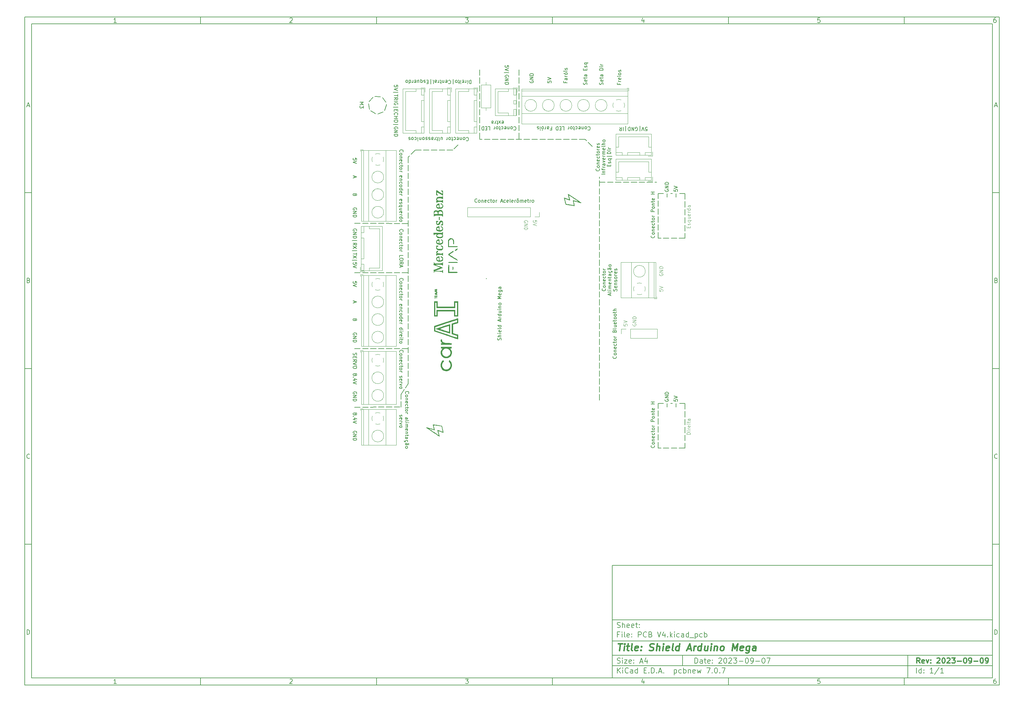
<source format=gbr>
%TF.GenerationSoftware,KiCad,Pcbnew,7.0.7*%
%TF.CreationDate,2023-09-14T17:56:01-03:00*%
%TF.ProjectId,PCB V4,50434220-5634-42e6-9b69-6361645f7063,2023-09-09*%
%TF.SameCoordinates,Original*%
%TF.FileFunction,Legend,Top*%
%TF.FilePolarity,Positive*%
%FSLAX46Y46*%
G04 Gerber Fmt 4.6, Leading zero omitted, Abs format (unit mm)*
G04 Created by KiCad (PCBNEW 7.0.7) date 2023-09-14 17:56:01*
%MOMM*%
%LPD*%
G01*
G04 APERTURE LIST*
%ADD10C,0.100000*%
%ADD11C,0.150000*%
%ADD12C,0.300000*%
%ADD13C,0.400000*%
%ADD14C,0.125000*%
%ADD15C,0.200000*%
%ADD16C,0.120000*%
G04 APERTURE END LIST*
D10*
D11*
X177002200Y-166007200D02*
X285002200Y-166007200D01*
X285002200Y-198007200D01*
X177002200Y-198007200D01*
X177002200Y-166007200D01*
D10*
D11*
X10000000Y-10000000D02*
X287002200Y-10000000D01*
X287002200Y-200007200D01*
X10000000Y-200007200D01*
X10000000Y-10000000D01*
D10*
D11*
X12000000Y-12000000D02*
X285002200Y-12000000D01*
X285002200Y-198007200D01*
X12000000Y-198007200D01*
X12000000Y-12000000D01*
D10*
D11*
X60000000Y-12000000D02*
X60000000Y-10000000D01*
D10*
D11*
X110000000Y-12000000D02*
X110000000Y-10000000D01*
D10*
D11*
X160000000Y-12000000D02*
X160000000Y-10000000D01*
D10*
D11*
X210000000Y-12000000D02*
X210000000Y-10000000D01*
D10*
D11*
X260000000Y-12000000D02*
X260000000Y-10000000D01*
D10*
D11*
X36089160Y-11593604D02*
X35346303Y-11593604D01*
X35717731Y-11593604D02*
X35717731Y-10293604D01*
X35717731Y-10293604D02*
X35593922Y-10479319D01*
X35593922Y-10479319D02*
X35470112Y-10603128D01*
X35470112Y-10603128D02*
X35346303Y-10665033D01*
D10*
D11*
X85346303Y-10417414D02*
X85408207Y-10355509D01*
X85408207Y-10355509D02*
X85532017Y-10293604D01*
X85532017Y-10293604D02*
X85841541Y-10293604D01*
X85841541Y-10293604D02*
X85965350Y-10355509D01*
X85965350Y-10355509D02*
X86027255Y-10417414D01*
X86027255Y-10417414D02*
X86089160Y-10541223D01*
X86089160Y-10541223D02*
X86089160Y-10665033D01*
X86089160Y-10665033D02*
X86027255Y-10850747D01*
X86027255Y-10850747D02*
X85284398Y-11593604D01*
X85284398Y-11593604D02*
X86089160Y-11593604D01*
D10*
D11*
X135284398Y-10293604D02*
X136089160Y-10293604D01*
X136089160Y-10293604D02*
X135655826Y-10788842D01*
X135655826Y-10788842D02*
X135841541Y-10788842D01*
X135841541Y-10788842D02*
X135965350Y-10850747D01*
X135965350Y-10850747D02*
X136027255Y-10912652D01*
X136027255Y-10912652D02*
X136089160Y-11036461D01*
X136089160Y-11036461D02*
X136089160Y-11345985D01*
X136089160Y-11345985D02*
X136027255Y-11469795D01*
X136027255Y-11469795D02*
X135965350Y-11531700D01*
X135965350Y-11531700D02*
X135841541Y-11593604D01*
X135841541Y-11593604D02*
X135470112Y-11593604D01*
X135470112Y-11593604D02*
X135346303Y-11531700D01*
X135346303Y-11531700D02*
X135284398Y-11469795D01*
D10*
D11*
X185965350Y-10726938D02*
X185965350Y-11593604D01*
X185655826Y-10231700D02*
X185346303Y-11160271D01*
X185346303Y-11160271D02*
X186151064Y-11160271D01*
D10*
D11*
X236027255Y-10293604D02*
X235408207Y-10293604D01*
X235408207Y-10293604D02*
X235346303Y-10912652D01*
X235346303Y-10912652D02*
X235408207Y-10850747D01*
X235408207Y-10850747D02*
X235532017Y-10788842D01*
X235532017Y-10788842D02*
X235841541Y-10788842D01*
X235841541Y-10788842D02*
X235965350Y-10850747D01*
X235965350Y-10850747D02*
X236027255Y-10912652D01*
X236027255Y-10912652D02*
X236089160Y-11036461D01*
X236089160Y-11036461D02*
X236089160Y-11345985D01*
X236089160Y-11345985D02*
X236027255Y-11469795D01*
X236027255Y-11469795D02*
X235965350Y-11531700D01*
X235965350Y-11531700D02*
X235841541Y-11593604D01*
X235841541Y-11593604D02*
X235532017Y-11593604D01*
X235532017Y-11593604D02*
X235408207Y-11531700D01*
X235408207Y-11531700D02*
X235346303Y-11469795D01*
D10*
D11*
X285965350Y-10293604D02*
X285717731Y-10293604D01*
X285717731Y-10293604D02*
X285593922Y-10355509D01*
X285593922Y-10355509D02*
X285532017Y-10417414D01*
X285532017Y-10417414D02*
X285408207Y-10603128D01*
X285408207Y-10603128D02*
X285346303Y-10850747D01*
X285346303Y-10850747D02*
X285346303Y-11345985D01*
X285346303Y-11345985D02*
X285408207Y-11469795D01*
X285408207Y-11469795D02*
X285470112Y-11531700D01*
X285470112Y-11531700D02*
X285593922Y-11593604D01*
X285593922Y-11593604D02*
X285841541Y-11593604D01*
X285841541Y-11593604D02*
X285965350Y-11531700D01*
X285965350Y-11531700D02*
X286027255Y-11469795D01*
X286027255Y-11469795D02*
X286089160Y-11345985D01*
X286089160Y-11345985D02*
X286089160Y-11036461D01*
X286089160Y-11036461D02*
X286027255Y-10912652D01*
X286027255Y-10912652D02*
X285965350Y-10850747D01*
X285965350Y-10850747D02*
X285841541Y-10788842D01*
X285841541Y-10788842D02*
X285593922Y-10788842D01*
X285593922Y-10788842D02*
X285470112Y-10850747D01*
X285470112Y-10850747D02*
X285408207Y-10912652D01*
X285408207Y-10912652D02*
X285346303Y-11036461D01*
D10*
D11*
X60000000Y-198007200D02*
X60000000Y-200007200D01*
D10*
D11*
X110000000Y-198007200D02*
X110000000Y-200007200D01*
D10*
D11*
X160000000Y-198007200D02*
X160000000Y-200007200D01*
D10*
D11*
X210000000Y-198007200D02*
X210000000Y-200007200D01*
D10*
D11*
X260000000Y-198007200D02*
X260000000Y-200007200D01*
D10*
D11*
X36089160Y-199600804D02*
X35346303Y-199600804D01*
X35717731Y-199600804D02*
X35717731Y-198300804D01*
X35717731Y-198300804D02*
X35593922Y-198486519D01*
X35593922Y-198486519D02*
X35470112Y-198610328D01*
X35470112Y-198610328D02*
X35346303Y-198672233D01*
D10*
D11*
X85346303Y-198424614D02*
X85408207Y-198362709D01*
X85408207Y-198362709D02*
X85532017Y-198300804D01*
X85532017Y-198300804D02*
X85841541Y-198300804D01*
X85841541Y-198300804D02*
X85965350Y-198362709D01*
X85965350Y-198362709D02*
X86027255Y-198424614D01*
X86027255Y-198424614D02*
X86089160Y-198548423D01*
X86089160Y-198548423D02*
X86089160Y-198672233D01*
X86089160Y-198672233D02*
X86027255Y-198857947D01*
X86027255Y-198857947D02*
X85284398Y-199600804D01*
X85284398Y-199600804D02*
X86089160Y-199600804D01*
D10*
D11*
X135284398Y-198300804D02*
X136089160Y-198300804D01*
X136089160Y-198300804D02*
X135655826Y-198796042D01*
X135655826Y-198796042D02*
X135841541Y-198796042D01*
X135841541Y-198796042D02*
X135965350Y-198857947D01*
X135965350Y-198857947D02*
X136027255Y-198919852D01*
X136027255Y-198919852D02*
X136089160Y-199043661D01*
X136089160Y-199043661D02*
X136089160Y-199353185D01*
X136089160Y-199353185D02*
X136027255Y-199476995D01*
X136027255Y-199476995D02*
X135965350Y-199538900D01*
X135965350Y-199538900D02*
X135841541Y-199600804D01*
X135841541Y-199600804D02*
X135470112Y-199600804D01*
X135470112Y-199600804D02*
X135346303Y-199538900D01*
X135346303Y-199538900D02*
X135284398Y-199476995D01*
D10*
D11*
X185965350Y-198734138D02*
X185965350Y-199600804D01*
X185655826Y-198238900D02*
X185346303Y-199167471D01*
X185346303Y-199167471D02*
X186151064Y-199167471D01*
D10*
D11*
X236027255Y-198300804D02*
X235408207Y-198300804D01*
X235408207Y-198300804D02*
X235346303Y-198919852D01*
X235346303Y-198919852D02*
X235408207Y-198857947D01*
X235408207Y-198857947D02*
X235532017Y-198796042D01*
X235532017Y-198796042D02*
X235841541Y-198796042D01*
X235841541Y-198796042D02*
X235965350Y-198857947D01*
X235965350Y-198857947D02*
X236027255Y-198919852D01*
X236027255Y-198919852D02*
X236089160Y-199043661D01*
X236089160Y-199043661D02*
X236089160Y-199353185D01*
X236089160Y-199353185D02*
X236027255Y-199476995D01*
X236027255Y-199476995D02*
X235965350Y-199538900D01*
X235965350Y-199538900D02*
X235841541Y-199600804D01*
X235841541Y-199600804D02*
X235532017Y-199600804D01*
X235532017Y-199600804D02*
X235408207Y-199538900D01*
X235408207Y-199538900D02*
X235346303Y-199476995D01*
D10*
D11*
X285965350Y-198300804D02*
X285717731Y-198300804D01*
X285717731Y-198300804D02*
X285593922Y-198362709D01*
X285593922Y-198362709D02*
X285532017Y-198424614D01*
X285532017Y-198424614D02*
X285408207Y-198610328D01*
X285408207Y-198610328D02*
X285346303Y-198857947D01*
X285346303Y-198857947D02*
X285346303Y-199353185D01*
X285346303Y-199353185D02*
X285408207Y-199476995D01*
X285408207Y-199476995D02*
X285470112Y-199538900D01*
X285470112Y-199538900D02*
X285593922Y-199600804D01*
X285593922Y-199600804D02*
X285841541Y-199600804D01*
X285841541Y-199600804D02*
X285965350Y-199538900D01*
X285965350Y-199538900D02*
X286027255Y-199476995D01*
X286027255Y-199476995D02*
X286089160Y-199353185D01*
X286089160Y-199353185D02*
X286089160Y-199043661D01*
X286089160Y-199043661D02*
X286027255Y-198919852D01*
X286027255Y-198919852D02*
X285965350Y-198857947D01*
X285965350Y-198857947D02*
X285841541Y-198796042D01*
X285841541Y-198796042D02*
X285593922Y-198796042D01*
X285593922Y-198796042D02*
X285470112Y-198857947D01*
X285470112Y-198857947D02*
X285408207Y-198919852D01*
X285408207Y-198919852D02*
X285346303Y-199043661D01*
D10*
D11*
X10000000Y-60000000D02*
X12000000Y-60000000D01*
D10*
D11*
X10000000Y-110000000D02*
X12000000Y-110000000D01*
D10*
D11*
X10000000Y-160000000D02*
X12000000Y-160000000D01*
D10*
D11*
X10690476Y-35222176D02*
X11309523Y-35222176D01*
X10566666Y-35593604D02*
X10999999Y-34293604D01*
X10999999Y-34293604D02*
X11433333Y-35593604D01*
D10*
D11*
X11092857Y-84912652D02*
X11278571Y-84974557D01*
X11278571Y-84974557D02*
X11340476Y-85036461D01*
X11340476Y-85036461D02*
X11402380Y-85160271D01*
X11402380Y-85160271D02*
X11402380Y-85345985D01*
X11402380Y-85345985D02*
X11340476Y-85469795D01*
X11340476Y-85469795D02*
X11278571Y-85531700D01*
X11278571Y-85531700D02*
X11154761Y-85593604D01*
X11154761Y-85593604D02*
X10659523Y-85593604D01*
X10659523Y-85593604D02*
X10659523Y-84293604D01*
X10659523Y-84293604D02*
X11092857Y-84293604D01*
X11092857Y-84293604D02*
X11216666Y-84355509D01*
X11216666Y-84355509D02*
X11278571Y-84417414D01*
X11278571Y-84417414D02*
X11340476Y-84541223D01*
X11340476Y-84541223D02*
X11340476Y-84665033D01*
X11340476Y-84665033D02*
X11278571Y-84788842D01*
X11278571Y-84788842D02*
X11216666Y-84850747D01*
X11216666Y-84850747D02*
X11092857Y-84912652D01*
X11092857Y-84912652D02*
X10659523Y-84912652D01*
D10*
D11*
X11402380Y-135469795D02*
X11340476Y-135531700D01*
X11340476Y-135531700D02*
X11154761Y-135593604D01*
X11154761Y-135593604D02*
X11030952Y-135593604D01*
X11030952Y-135593604D02*
X10845238Y-135531700D01*
X10845238Y-135531700D02*
X10721428Y-135407890D01*
X10721428Y-135407890D02*
X10659523Y-135284080D01*
X10659523Y-135284080D02*
X10597619Y-135036461D01*
X10597619Y-135036461D02*
X10597619Y-134850747D01*
X10597619Y-134850747D02*
X10659523Y-134603128D01*
X10659523Y-134603128D02*
X10721428Y-134479319D01*
X10721428Y-134479319D02*
X10845238Y-134355509D01*
X10845238Y-134355509D02*
X11030952Y-134293604D01*
X11030952Y-134293604D02*
X11154761Y-134293604D01*
X11154761Y-134293604D02*
X11340476Y-134355509D01*
X11340476Y-134355509D02*
X11402380Y-134417414D01*
D10*
D11*
X10659523Y-185593604D02*
X10659523Y-184293604D01*
X10659523Y-184293604D02*
X10969047Y-184293604D01*
X10969047Y-184293604D02*
X11154761Y-184355509D01*
X11154761Y-184355509D02*
X11278571Y-184479319D01*
X11278571Y-184479319D02*
X11340476Y-184603128D01*
X11340476Y-184603128D02*
X11402380Y-184850747D01*
X11402380Y-184850747D02*
X11402380Y-185036461D01*
X11402380Y-185036461D02*
X11340476Y-185284080D01*
X11340476Y-185284080D02*
X11278571Y-185407890D01*
X11278571Y-185407890D02*
X11154761Y-185531700D01*
X11154761Y-185531700D02*
X10969047Y-185593604D01*
X10969047Y-185593604D02*
X10659523Y-185593604D01*
D10*
D11*
X287002200Y-60000000D02*
X285002200Y-60000000D01*
D10*
D11*
X287002200Y-110000000D02*
X285002200Y-110000000D01*
D10*
D11*
X287002200Y-160000000D02*
X285002200Y-160000000D01*
D10*
D11*
X285692676Y-35222176D02*
X286311723Y-35222176D01*
X285568866Y-35593604D02*
X286002199Y-34293604D01*
X286002199Y-34293604D02*
X286435533Y-35593604D01*
D10*
D11*
X286095057Y-84912652D02*
X286280771Y-84974557D01*
X286280771Y-84974557D02*
X286342676Y-85036461D01*
X286342676Y-85036461D02*
X286404580Y-85160271D01*
X286404580Y-85160271D02*
X286404580Y-85345985D01*
X286404580Y-85345985D02*
X286342676Y-85469795D01*
X286342676Y-85469795D02*
X286280771Y-85531700D01*
X286280771Y-85531700D02*
X286156961Y-85593604D01*
X286156961Y-85593604D02*
X285661723Y-85593604D01*
X285661723Y-85593604D02*
X285661723Y-84293604D01*
X285661723Y-84293604D02*
X286095057Y-84293604D01*
X286095057Y-84293604D02*
X286218866Y-84355509D01*
X286218866Y-84355509D02*
X286280771Y-84417414D01*
X286280771Y-84417414D02*
X286342676Y-84541223D01*
X286342676Y-84541223D02*
X286342676Y-84665033D01*
X286342676Y-84665033D02*
X286280771Y-84788842D01*
X286280771Y-84788842D02*
X286218866Y-84850747D01*
X286218866Y-84850747D02*
X286095057Y-84912652D01*
X286095057Y-84912652D02*
X285661723Y-84912652D01*
D10*
D11*
X286404580Y-135469795D02*
X286342676Y-135531700D01*
X286342676Y-135531700D02*
X286156961Y-135593604D01*
X286156961Y-135593604D02*
X286033152Y-135593604D01*
X286033152Y-135593604D02*
X285847438Y-135531700D01*
X285847438Y-135531700D02*
X285723628Y-135407890D01*
X285723628Y-135407890D02*
X285661723Y-135284080D01*
X285661723Y-135284080D02*
X285599819Y-135036461D01*
X285599819Y-135036461D02*
X285599819Y-134850747D01*
X285599819Y-134850747D02*
X285661723Y-134603128D01*
X285661723Y-134603128D02*
X285723628Y-134479319D01*
X285723628Y-134479319D02*
X285847438Y-134355509D01*
X285847438Y-134355509D02*
X286033152Y-134293604D01*
X286033152Y-134293604D02*
X286156961Y-134293604D01*
X286156961Y-134293604D02*
X286342676Y-134355509D01*
X286342676Y-134355509D02*
X286404580Y-134417414D01*
D10*
D11*
X285661723Y-185593604D02*
X285661723Y-184293604D01*
X285661723Y-184293604D02*
X285971247Y-184293604D01*
X285971247Y-184293604D02*
X286156961Y-184355509D01*
X286156961Y-184355509D02*
X286280771Y-184479319D01*
X286280771Y-184479319D02*
X286342676Y-184603128D01*
X286342676Y-184603128D02*
X286404580Y-184850747D01*
X286404580Y-184850747D02*
X286404580Y-185036461D01*
X286404580Y-185036461D02*
X286342676Y-185284080D01*
X286342676Y-185284080D02*
X286280771Y-185407890D01*
X286280771Y-185407890D02*
X286156961Y-185531700D01*
X286156961Y-185531700D02*
X285971247Y-185593604D01*
X285971247Y-185593604D02*
X285661723Y-185593604D01*
D10*
D11*
X200458026Y-193793328D02*
X200458026Y-192293328D01*
X200458026Y-192293328D02*
X200815169Y-192293328D01*
X200815169Y-192293328D02*
X201029455Y-192364757D01*
X201029455Y-192364757D02*
X201172312Y-192507614D01*
X201172312Y-192507614D02*
X201243741Y-192650471D01*
X201243741Y-192650471D02*
X201315169Y-192936185D01*
X201315169Y-192936185D02*
X201315169Y-193150471D01*
X201315169Y-193150471D02*
X201243741Y-193436185D01*
X201243741Y-193436185D02*
X201172312Y-193579042D01*
X201172312Y-193579042D02*
X201029455Y-193721900D01*
X201029455Y-193721900D02*
X200815169Y-193793328D01*
X200815169Y-193793328D02*
X200458026Y-193793328D01*
X202600884Y-193793328D02*
X202600884Y-193007614D01*
X202600884Y-193007614D02*
X202529455Y-192864757D01*
X202529455Y-192864757D02*
X202386598Y-192793328D01*
X202386598Y-192793328D02*
X202100884Y-192793328D01*
X202100884Y-192793328D02*
X201958026Y-192864757D01*
X202600884Y-193721900D02*
X202458026Y-193793328D01*
X202458026Y-193793328D02*
X202100884Y-193793328D01*
X202100884Y-193793328D02*
X201958026Y-193721900D01*
X201958026Y-193721900D02*
X201886598Y-193579042D01*
X201886598Y-193579042D02*
X201886598Y-193436185D01*
X201886598Y-193436185D02*
X201958026Y-193293328D01*
X201958026Y-193293328D02*
X202100884Y-193221900D01*
X202100884Y-193221900D02*
X202458026Y-193221900D01*
X202458026Y-193221900D02*
X202600884Y-193150471D01*
X203100884Y-192793328D02*
X203672312Y-192793328D01*
X203315169Y-192293328D02*
X203315169Y-193579042D01*
X203315169Y-193579042D02*
X203386598Y-193721900D01*
X203386598Y-193721900D02*
X203529455Y-193793328D01*
X203529455Y-193793328D02*
X203672312Y-193793328D01*
X204743741Y-193721900D02*
X204600884Y-193793328D01*
X204600884Y-193793328D02*
X204315170Y-193793328D01*
X204315170Y-193793328D02*
X204172312Y-193721900D01*
X204172312Y-193721900D02*
X204100884Y-193579042D01*
X204100884Y-193579042D02*
X204100884Y-193007614D01*
X204100884Y-193007614D02*
X204172312Y-192864757D01*
X204172312Y-192864757D02*
X204315170Y-192793328D01*
X204315170Y-192793328D02*
X204600884Y-192793328D01*
X204600884Y-192793328D02*
X204743741Y-192864757D01*
X204743741Y-192864757D02*
X204815170Y-193007614D01*
X204815170Y-193007614D02*
X204815170Y-193150471D01*
X204815170Y-193150471D02*
X204100884Y-193293328D01*
X205458026Y-193650471D02*
X205529455Y-193721900D01*
X205529455Y-193721900D02*
X205458026Y-193793328D01*
X205458026Y-193793328D02*
X205386598Y-193721900D01*
X205386598Y-193721900D02*
X205458026Y-193650471D01*
X205458026Y-193650471D02*
X205458026Y-193793328D01*
X205458026Y-192864757D02*
X205529455Y-192936185D01*
X205529455Y-192936185D02*
X205458026Y-193007614D01*
X205458026Y-193007614D02*
X205386598Y-192936185D01*
X205386598Y-192936185D02*
X205458026Y-192864757D01*
X205458026Y-192864757D02*
X205458026Y-193007614D01*
X207243741Y-192436185D02*
X207315169Y-192364757D01*
X207315169Y-192364757D02*
X207458027Y-192293328D01*
X207458027Y-192293328D02*
X207815169Y-192293328D01*
X207815169Y-192293328D02*
X207958027Y-192364757D01*
X207958027Y-192364757D02*
X208029455Y-192436185D01*
X208029455Y-192436185D02*
X208100884Y-192579042D01*
X208100884Y-192579042D02*
X208100884Y-192721900D01*
X208100884Y-192721900D02*
X208029455Y-192936185D01*
X208029455Y-192936185D02*
X207172312Y-193793328D01*
X207172312Y-193793328D02*
X208100884Y-193793328D01*
X209029455Y-192293328D02*
X209172312Y-192293328D01*
X209172312Y-192293328D02*
X209315169Y-192364757D01*
X209315169Y-192364757D02*
X209386598Y-192436185D01*
X209386598Y-192436185D02*
X209458026Y-192579042D01*
X209458026Y-192579042D02*
X209529455Y-192864757D01*
X209529455Y-192864757D02*
X209529455Y-193221900D01*
X209529455Y-193221900D02*
X209458026Y-193507614D01*
X209458026Y-193507614D02*
X209386598Y-193650471D01*
X209386598Y-193650471D02*
X209315169Y-193721900D01*
X209315169Y-193721900D02*
X209172312Y-193793328D01*
X209172312Y-193793328D02*
X209029455Y-193793328D01*
X209029455Y-193793328D02*
X208886598Y-193721900D01*
X208886598Y-193721900D02*
X208815169Y-193650471D01*
X208815169Y-193650471D02*
X208743740Y-193507614D01*
X208743740Y-193507614D02*
X208672312Y-193221900D01*
X208672312Y-193221900D02*
X208672312Y-192864757D01*
X208672312Y-192864757D02*
X208743740Y-192579042D01*
X208743740Y-192579042D02*
X208815169Y-192436185D01*
X208815169Y-192436185D02*
X208886598Y-192364757D01*
X208886598Y-192364757D02*
X209029455Y-192293328D01*
X210100883Y-192436185D02*
X210172311Y-192364757D01*
X210172311Y-192364757D02*
X210315169Y-192293328D01*
X210315169Y-192293328D02*
X210672311Y-192293328D01*
X210672311Y-192293328D02*
X210815169Y-192364757D01*
X210815169Y-192364757D02*
X210886597Y-192436185D01*
X210886597Y-192436185D02*
X210958026Y-192579042D01*
X210958026Y-192579042D02*
X210958026Y-192721900D01*
X210958026Y-192721900D02*
X210886597Y-192936185D01*
X210886597Y-192936185D02*
X210029454Y-193793328D01*
X210029454Y-193793328D02*
X210958026Y-193793328D01*
X211458025Y-192293328D02*
X212386597Y-192293328D01*
X212386597Y-192293328D02*
X211886597Y-192864757D01*
X211886597Y-192864757D02*
X212100882Y-192864757D01*
X212100882Y-192864757D02*
X212243740Y-192936185D01*
X212243740Y-192936185D02*
X212315168Y-193007614D01*
X212315168Y-193007614D02*
X212386597Y-193150471D01*
X212386597Y-193150471D02*
X212386597Y-193507614D01*
X212386597Y-193507614D02*
X212315168Y-193650471D01*
X212315168Y-193650471D02*
X212243740Y-193721900D01*
X212243740Y-193721900D02*
X212100882Y-193793328D01*
X212100882Y-193793328D02*
X211672311Y-193793328D01*
X211672311Y-193793328D02*
X211529454Y-193721900D01*
X211529454Y-193721900D02*
X211458025Y-193650471D01*
X213029453Y-193221900D02*
X214172311Y-193221900D01*
X215172311Y-192293328D02*
X215315168Y-192293328D01*
X215315168Y-192293328D02*
X215458025Y-192364757D01*
X215458025Y-192364757D02*
X215529454Y-192436185D01*
X215529454Y-192436185D02*
X215600882Y-192579042D01*
X215600882Y-192579042D02*
X215672311Y-192864757D01*
X215672311Y-192864757D02*
X215672311Y-193221900D01*
X215672311Y-193221900D02*
X215600882Y-193507614D01*
X215600882Y-193507614D02*
X215529454Y-193650471D01*
X215529454Y-193650471D02*
X215458025Y-193721900D01*
X215458025Y-193721900D02*
X215315168Y-193793328D01*
X215315168Y-193793328D02*
X215172311Y-193793328D01*
X215172311Y-193793328D02*
X215029454Y-193721900D01*
X215029454Y-193721900D02*
X214958025Y-193650471D01*
X214958025Y-193650471D02*
X214886596Y-193507614D01*
X214886596Y-193507614D02*
X214815168Y-193221900D01*
X214815168Y-193221900D02*
X214815168Y-192864757D01*
X214815168Y-192864757D02*
X214886596Y-192579042D01*
X214886596Y-192579042D02*
X214958025Y-192436185D01*
X214958025Y-192436185D02*
X215029454Y-192364757D01*
X215029454Y-192364757D02*
X215172311Y-192293328D01*
X216386596Y-193793328D02*
X216672310Y-193793328D01*
X216672310Y-193793328D02*
X216815167Y-193721900D01*
X216815167Y-193721900D02*
X216886596Y-193650471D01*
X216886596Y-193650471D02*
X217029453Y-193436185D01*
X217029453Y-193436185D02*
X217100882Y-193150471D01*
X217100882Y-193150471D02*
X217100882Y-192579042D01*
X217100882Y-192579042D02*
X217029453Y-192436185D01*
X217029453Y-192436185D02*
X216958025Y-192364757D01*
X216958025Y-192364757D02*
X216815167Y-192293328D01*
X216815167Y-192293328D02*
X216529453Y-192293328D01*
X216529453Y-192293328D02*
X216386596Y-192364757D01*
X216386596Y-192364757D02*
X216315167Y-192436185D01*
X216315167Y-192436185D02*
X216243739Y-192579042D01*
X216243739Y-192579042D02*
X216243739Y-192936185D01*
X216243739Y-192936185D02*
X216315167Y-193079042D01*
X216315167Y-193079042D02*
X216386596Y-193150471D01*
X216386596Y-193150471D02*
X216529453Y-193221900D01*
X216529453Y-193221900D02*
X216815167Y-193221900D01*
X216815167Y-193221900D02*
X216958025Y-193150471D01*
X216958025Y-193150471D02*
X217029453Y-193079042D01*
X217029453Y-193079042D02*
X217100882Y-192936185D01*
X217743738Y-193221900D02*
X218886596Y-193221900D01*
X219886596Y-192293328D02*
X220029453Y-192293328D01*
X220029453Y-192293328D02*
X220172310Y-192364757D01*
X220172310Y-192364757D02*
X220243739Y-192436185D01*
X220243739Y-192436185D02*
X220315167Y-192579042D01*
X220315167Y-192579042D02*
X220386596Y-192864757D01*
X220386596Y-192864757D02*
X220386596Y-193221900D01*
X220386596Y-193221900D02*
X220315167Y-193507614D01*
X220315167Y-193507614D02*
X220243739Y-193650471D01*
X220243739Y-193650471D02*
X220172310Y-193721900D01*
X220172310Y-193721900D02*
X220029453Y-193793328D01*
X220029453Y-193793328D02*
X219886596Y-193793328D01*
X219886596Y-193793328D02*
X219743739Y-193721900D01*
X219743739Y-193721900D02*
X219672310Y-193650471D01*
X219672310Y-193650471D02*
X219600881Y-193507614D01*
X219600881Y-193507614D02*
X219529453Y-193221900D01*
X219529453Y-193221900D02*
X219529453Y-192864757D01*
X219529453Y-192864757D02*
X219600881Y-192579042D01*
X219600881Y-192579042D02*
X219672310Y-192436185D01*
X219672310Y-192436185D02*
X219743739Y-192364757D01*
X219743739Y-192364757D02*
X219886596Y-192293328D01*
X220886595Y-192293328D02*
X221886595Y-192293328D01*
X221886595Y-192293328D02*
X221243738Y-193793328D01*
D10*
D11*
X177002200Y-194507200D02*
X285002200Y-194507200D01*
D10*
D11*
X178458026Y-196593328D02*
X178458026Y-195093328D01*
X179315169Y-196593328D02*
X178672312Y-195736185D01*
X179315169Y-195093328D02*
X178458026Y-195950471D01*
X179958026Y-196593328D02*
X179958026Y-195593328D01*
X179958026Y-195093328D02*
X179886598Y-195164757D01*
X179886598Y-195164757D02*
X179958026Y-195236185D01*
X179958026Y-195236185D02*
X180029455Y-195164757D01*
X180029455Y-195164757D02*
X179958026Y-195093328D01*
X179958026Y-195093328D02*
X179958026Y-195236185D01*
X181529455Y-196450471D02*
X181458027Y-196521900D01*
X181458027Y-196521900D02*
X181243741Y-196593328D01*
X181243741Y-196593328D02*
X181100884Y-196593328D01*
X181100884Y-196593328D02*
X180886598Y-196521900D01*
X180886598Y-196521900D02*
X180743741Y-196379042D01*
X180743741Y-196379042D02*
X180672312Y-196236185D01*
X180672312Y-196236185D02*
X180600884Y-195950471D01*
X180600884Y-195950471D02*
X180600884Y-195736185D01*
X180600884Y-195736185D02*
X180672312Y-195450471D01*
X180672312Y-195450471D02*
X180743741Y-195307614D01*
X180743741Y-195307614D02*
X180886598Y-195164757D01*
X180886598Y-195164757D02*
X181100884Y-195093328D01*
X181100884Y-195093328D02*
X181243741Y-195093328D01*
X181243741Y-195093328D02*
X181458027Y-195164757D01*
X181458027Y-195164757D02*
X181529455Y-195236185D01*
X182815170Y-196593328D02*
X182815170Y-195807614D01*
X182815170Y-195807614D02*
X182743741Y-195664757D01*
X182743741Y-195664757D02*
X182600884Y-195593328D01*
X182600884Y-195593328D02*
X182315170Y-195593328D01*
X182315170Y-195593328D02*
X182172312Y-195664757D01*
X182815170Y-196521900D02*
X182672312Y-196593328D01*
X182672312Y-196593328D02*
X182315170Y-196593328D01*
X182315170Y-196593328D02*
X182172312Y-196521900D01*
X182172312Y-196521900D02*
X182100884Y-196379042D01*
X182100884Y-196379042D02*
X182100884Y-196236185D01*
X182100884Y-196236185D02*
X182172312Y-196093328D01*
X182172312Y-196093328D02*
X182315170Y-196021900D01*
X182315170Y-196021900D02*
X182672312Y-196021900D01*
X182672312Y-196021900D02*
X182815170Y-195950471D01*
X184172313Y-196593328D02*
X184172313Y-195093328D01*
X184172313Y-196521900D02*
X184029455Y-196593328D01*
X184029455Y-196593328D02*
X183743741Y-196593328D01*
X183743741Y-196593328D02*
X183600884Y-196521900D01*
X183600884Y-196521900D02*
X183529455Y-196450471D01*
X183529455Y-196450471D02*
X183458027Y-196307614D01*
X183458027Y-196307614D02*
X183458027Y-195879042D01*
X183458027Y-195879042D02*
X183529455Y-195736185D01*
X183529455Y-195736185D02*
X183600884Y-195664757D01*
X183600884Y-195664757D02*
X183743741Y-195593328D01*
X183743741Y-195593328D02*
X184029455Y-195593328D01*
X184029455Y-195593328D02*
X184172313Y-195664757D01*
X186029455Y-195807614D02*
X186529455Y-195807614D01*
X186743741Y-196593328D02*
X186029455Y-196593328D01*
X186029455Y-196593328D02*
X186029455Y-195093328D01*
X186029455Y-195093328D02*
X186743741Y-195093328D01*
X187386598Y-196450471D02*
X187458027Y-196521900D01*
X187458027Y-196521900D02*
X187386598Y-196593328D01*
X187386598Y-196593328D02*
X187315170Y-196521900D01*
X187315170Y-196521900D02*
X187386598Y-196450471D01*
X187386598Y-196450471D02*
X187386598Y-196593328D01*
X188100884Y-196593328D02*
X188100884Y-195093328D01*
X188100884Y-195093328D02*
X188458027Y-195093328D01*
X188458027Y-195093328D02*
X188672313Y-195164757D01*
X188672313Y-195164757D02*
X188815170Y-195307614D01*
X188815170Y-195307614D02*
X188886599Y-195450471D01*
X188886599Y-195450471D02*
X188958027Y-195736185D01*
X188958027Y-195736185D02*
X188958027Y-195950471D01*
X188958027Y-195950471D02*
X188886599Y-196236185D01*
X188886599Y-196236185D02*
X188815170Y-196379042D01*
X188815170Y-196379042D02*
X188672313Y-196521900D01*
X188672313Y-196521900D02*
X188458027Y-196593328D01*
X188458027Y-196593328D02*
X188100884Y-196593328D01*
X189600884Y-196450471D02*
X189672313Y-196521900D01*
X189672313Y-196521900D02*
X189600884Y-196593328D01*
X189600884Y-196593328D02*
X189529456Y-196521900D01*
X189529456Y-196521900D02*
X189600884Y-196450471D01*
X189600884Y-196450471D02*
X189600884Y-196593328D01*
X190243742Y-196164757D02*
X190958028Y-196164757D01*
X190100885Y-196593328D02*
X190600885Y-195093328D01*
X190600885Y-195093328D02*
X191100885Y-196593328D01*
X191600884Y-196450471D02*
X191672313Y-196521900D01*
X191672313Y-196521900D02*
X191600884Y-196593328D01*
X191600884Y-196593328D02*
X191529456Y-196521900D01*
X191529456Y-196521900D02*
X191600884Y-196450471D01*
X191600884Y-196450471D02*
X191600884Y-196593328D01*
X194600884Y-195593328D02*
X194600884Y-197093328D01*
X194600884Y-195664757D02*
X194743742Y-195593328D01*
X194743742Y-195593328D02*
X195029456Y-195593328D01*
X195029456Y-195593328D02*
X195172313Y-195664757D01*
X195172313Y-195664757D02*
X195243742Y-195736185D01*
X195243742Y-195736185D02*
X195315170Y-195879042D01*
X195315170Y-195879042D02*
X195315170Y-196307614D01*
X195315170Y-196307614D02*
X195243742Y-196450471D01*
X195243742Y-196450471D02*
X195172313Y-196521900D01*
X195172313Y-196521900D02*
X195029456Y-196593328D01*
X195029456Y-196593328D02*
X194743742Y-196593328D01*
X194743742Y-196593328D02*
X194600884Y-196521900D01*
X196600885Y-196521900D02*
X196458027Y-196593328D01*
X196458027Y-196593328D02*
X196172313Y-196593328D01*
X196172313Y-196593328D02*
X196029456Y-196521900D01*
X196029456Y-196521900D02*
X195958027Y-196450471D01*
X195958027Y-196450471D02*
X195886599Y-196307614D01*
X195886599Y-196307614D02*
X195886599Y-195879042D01*
X195886599Y-195879042D02*
X195958027Y-195736185D01*
X195958027Y-195736185D02*
X196029456Y-195664757D01*
X196029456Y-195664757D02*
X196172313Y-195593328D01*
X196172313Y-195593328D02*
X196458027Y-195593328D01*
X196458027Y-195593328D02*
X196600885Y-195664757D01*
X197243741Y-196593328D02*
X197243741Y-195093328D01*
X197243741Y-195664757D02*
X197386599Y-195593328D01*
X197386599Y-195593328D02*
X197672313Y-195593328D01*
X197672313Y-195593328D02*
X197815170Y-195664757D01*
X197815170Y-195664757D02*
X197886599Y-195736185D01*
X197886599Y-195736185D02*
X197958027Y-195879042D01*
X197958027Y-195879042D02*
X197958027Y-196307614D01*
X197958027Y-196307614D02*
X197886599Y-196450471D01*
X197886599Y-196450471D02*
X197815170Y-196521900D01*
X197815170Y-196521900D02*
X197672313Y-196593328D01*
X197672313Y-196593328D02*
X197386599Y-196593328D01*
X197386599Y-196593328D02*
X197243741Y-196521900D01*
X198600884Y-195593328D02*
X198600884Y-196593328D01*
X198600884Y-195736185D02*
X198672313Y-195664757D01*
X198672313Y-195664757D02*
X198815170Y-195593328D01*
X198815170Y-195593328D02*
X199029456Y-195593328D01*
X199029456Y-195593328D02*
X199172313Y-195664757D01*
X199172313Y-195664757D02*
X199243742Y-195807614D01*
X199243742Y-195807614D02*
X199243742Y-196593328D01*
X200529456Y-196521900D02*
X200386599Y-196593328D01*
X200386599Y-196593328D02*
X200100885Y-196593328D01*
X200100885Y-196593328D02*
X199958027Y-196521900D01*
X199958027Y-196521900D02*
X199886599Y-196379042D01*
X199886599Y-196379042D02*
X199886599Y-195807614D01*
X199886599Y-195807614D02*
X199958027Y-195664757D01*
X199958027Y-195664757D02*
X200100885Y-195593328D01*
X200100885Y-195593328D02*
X200386599Y-195593328D01*
X200386599Y-195593328D02*
X200529456Y-195664757D01*
X200529456Y-195664757D02*
X200600885Y-195807614D01*
X200600885Y-195807614D02*
X200600885Y-195950471D01*
X200600885Y-195950471D02*
X199886599Y-196093328D01*
X201100884Y-195593328D02*
X201386599Y-196593328D01*
X201386599Y-196593328D02*
X201672313Y-195879042D01*
X201672313Y-195879042D02*
X201958027Y-196593328D01*
X201958027Y-196593328D02*
X202243741Y-195593328D01*
X203815170Y-195093328D02*
X204815170Y-195093328D01*
X204815170Y-195093328D02*
X204172313Y-196593328D01*
X205386598Y-196450471D02*
X205458027Y-196521900D01*
X205458027Y-196521900D02*
X205386598Y-196593328D01*
X205386598Y-196593328D02*
X205315170Y-196521900D01*
X205315170Y-196521900D02*
X205386598Y-196450471D01*
X205386598Y-196450471D02*
X205386598Y-196593328D01*
X206386599Y-195093328D02*
X206529456Y-195093328D01*
X206529456Y-195093328D02*
X206672313Y-195164757D01*
X206672313Y-195164757D02*
X206743742Y-195236185D01*
X206743742Y-195236185D02*
X206815170Y-195379042D01*
X206815170Y-195379042D02*
X206886599Y-195664757D01*
X206886599Y-195664757D02*
X206886599Y-196021900D01*
X206886599Y-196021900D02*
X206815170Y-196307614D01*
X206815170Y-196307614D02*
X206743742Y-196450471D01*
X206743742Y-196450471D02*
X206672313Y-196521900D01*
X206672313Y-196521900D02*
X206529456Y-196593328D01*
X206529456Y-196593328D02*
X206386599Y-196593328D01*
X206386599Y-196593328D02*
X206243742Y-196521900D01*
X206243742Y-196521900D02*
X206172313Y-196450471D01*
X206172313Y-196450471D02*
X206100884Y-196307614D01*
X206100884Y-196307614D02*
X206029456Y-196021900D01*
X206029456Y-196021900D02*
X206029456Y-195664757D01*
X206029456Y-195664757D02*
X206100884Y-195379042D01*
X206100884Y-195379042D02*
X206172313Y-195236185D01*
X206172313Y-195236185D02*
X206243742Y-195164757D01*
X206243742Y-195164757D02*
X206386599Y-195093328D01*
X207529455Y-196450471D02*
X207600884Y-196521900D01*
X207600884Y-196521900D02*
X207529455Y-196593328D01*
X207529455Y-196593328D02*
X207458027Y-196521900D01*
X207458027Y-196521900D02*
X207529455Y-196450471D01*
X207529455Y-196450471D02*
X207529455Y-196593328D01*
X208100884Y-195093328D02*
X209100884Y-195093328D01*
X209100884Y-195093328D02*
X208458027Y-196593328D01*
D10*
D11*
X177002200Y-191507200D02*
X285002200Y-191507200D01*
D10*
D12*
X264413853Y-193785528D02*
X263913853Y-193071242D01*
X263556710Y-193785528D02*
X263556710Y-192285528D01*
X263556710Y-192285528D02*
X264128139Y-192285528D01*
X264128139Y-192285528D02*
X264270996Y-192356957D01*
X264270996Y-192356957D02*
X264342425Y-192428385D01*
X264342425Y-192428385D02*
X264413853Y-192571242D01*
X264413853Y-192571242D02*
X264413853Y-192785528D01*
X264413853Y-192785528D02*
X264342425Y-192928385D01*
X264342425Y-192928385D02*
X264270996Y-192999814D01*
X264270996Y-192999814D02*
X264128139Y-193071242D01*
X264128139Y-193071242D02*
X263556710Y-193071242D01*
X265628139Y-193714100D02*
X265485282Y-193785528D01*
X265485282Y-193785528D02*
X265199568Y-193785528D01*
X265199568Y-193785528D02*
X265056710Y-193714100D01*
X265056710Y-193714100D02*
X264985282Y-193571242D01*
X264985282Y-193571242D02*
X264985282Y-192999814D01*
X264985282Y-192999814D02*
X265056710Y-192856957D01*
X265056710Y-192856957D02*
X265199568Y-192785528D01*
X265199568Y-192785528D02*
X265485282Y-192785528D01*
X265485282Y-192785528D02*
X265628139Y-192856957D01*
X265628139Y-192856957D02*
X265699568Y-192999814D01*
X265699568Y-192999814D02*
X265699568Y-193142671D01*
X265699568Y-193142671D02*
X264985282Y-193285528D01*
X266199567Y-192785528D02*
X266556710Y-193785528D01*
X266556710Y-193785528D02*
X266913853Y-192785528D01*
X267485281Y-193642671D02*
X267556710Y-193714100D01*
X267556710Y-193714100D02*
X267485281Y-193785528D01*
X267485281Y-193785528D02*
X267413853Y-193714100D01*
X267413853Y-193714100D02*
X267485281Y-193642671D01*
X267485281Y-193642671D02*
X267485281Y-193785528D01*
X267485281Y-192856957D02*
X267556710Y-192928385D01*
X267556710Y-192928385D02*
X267485281Y-192999814D01*
X267485281Y-192999814D02*
X267413853Y-192928385D01*
X267413853Y-192928385D02*
X267485281Y-192856957D01*
X267485281Y-192856957D02*
X267485281Y-192999814D01*
X269270996Y-192428385D02*
X269342424Y-192356957D01*
X269342424Y-192356957D02*
X269485282Y-192285528D01*
X269485282Y-192285528D02*
X269842424Y-192285528D01*
X269842424Y-192285528D02*
X269985282Y-192356957D01*
X269985282Y-192356957D02*
X270056710Y-192428385D01*
X270056710Y-192428385D02*
X270128139Y-192571242D01*
X270128139Y-192571242D02*
X270128139Y-192714100D01*
X270128139Y-192714100D02*
X270056710Y-192928385D01*
X270056710Y-192928385D02*
X269199567Y-193785528D01*
X269199567Y-193785528D02*
X270128139Y-193785528D01*
X271056710Y-192285528D02*
X271199567Y-192285528D01*
X271199567Y-192285528D02*
X271342424Y-192356957D01*
X271342424Y-192356957D02*
X271413853Y-192428385D01*
X271413853Y-192428385D02*
X271485281Y-192571242D01*
X271485281Y-192571242D02*
X271556710Y-192856957D01*
X271556710Y-192856957D02*
X271556710Y-193214100D01*
X271556710Y-193214100D02*
X271485281Y-193499814D01*
X271485281Y-193499814D02*
X271413853Y-193642671D01*
X271413853Y-193642671D02*
X271342424Y-193714100D01*
X271342424Y-193714100D02*
X271199567Y-193785528D01*
X271199567Y-193785528D02*
X271056710Y-193785528D01*
X271056710Y-193785528D02*
X270913853Y-193714100D01*
X270913853Y-193714100D02*
X270842424Y-193642671D01*
X270842424Y-193642671D02*
X270770995Y-193499814D01*
X270770995Y-193499814D02*
X270699567Y-193214100D01*
X270699567Y-193214100D02*
X270699567Y-192856957D01*
X270699567Y-192856957D02*
X270770995Y-192571242D01*
X270770995Y-192571242D02*
X270842424Y-192428385D01*
X270842424Y-192428385D02*
X270913853Y-192356957D01*
X270913853Y-192356957D02*
X271056710Y-192285528D01*
X272128138Y-192428385D02*
X272199566Y-192356957D01*
X272199566Y-192356957D02*
X272342424Y-192285528D01*
X272342424Y-192285528D02*
X272699566Y-192285528D01*
X272699566Y-192285528D02*
X272842424Y-192356957D01*
X272842424Y-192356957D02*
X272913852Y-192428385D01*
X272913852Y-192428385D02*
X272985281Y-192571242D01*
X272985281Y-192571242D02*
X272985281Y-192714100D01*
X272985281Y-192714100D02*
X272913852Y-192928385D01*
X272913852Y-192928385D02*
X272056709Y-193785528D01*
X272056709Y-193785528D02*
X272985281Y-193785528D01*
X273485280Y-192285528D02*
X274413852Y-192285528D01*
X274413852Y-192285528D02*
X273913852Y-192856957D01*
X273913852Y-192856957D02*
X274128137Y-192856957D01*
X274128137Y-192856957D02*
X274270995Y-192928385D01*
X274270995Y-192928385D02*
X274342423Y-192999814D01*
X274342423Y-192999814D02*
X274413852Y-193142671D01*
X274413852Y-193142671D02*
X274413852Y-193499814D01*
X274413852Y-193499814D02*
X274342423Y-193642671D01*
X274342423Y-193642671D02*
X274270995Y-193714100D01*
X274270995Y-193714100D02*
X274128137Y-193785528D01*
X274128137Y-193785528D02*
X273699566Y-193785528D01*
X273699566Y-193785528D02*
X273556709Y-193714100D01*
X273556709Y-193714100D02*
X273485280Y-193642671D01*
X275056708Y-193214100D02*
X276199566Y-193214100D01*
X277199566Y-192285528D02*
X277342423Y-192285528D01*
X277342423Y-192285528D02*
X277485280Y-192356957D01*
X277485280Y-192356957D02*
X277556709Y-192428385D01*
X277556709Y-192428385D02*
X277628137Y-192571242D01*
X277628137Y-192571242D02*
X277699566Y-192856957D01*
X277699566Y-192856957D02*
X277699566Y-193214100D01*
X277699566Y-193214100D02*
X277628137Y-193499814D01*
X277628137Y-193499814D02*
X277556709Y-193642671D01*
X277556709Y-193642671D02*
X277485280Y-193714100D01*
X277485280Y-193714100D02*
X277342423Y-193785528D01*
X277342423Y-193785528D02*
X277199566Y-193785528D01*
X277199566Y-193785528D02*
X277056709Y-193714100D01*
X277056709Y-193714100D02*
X276985280Y-193642671D01*
X276985280Y-193642671D02*
X276913851Y-193499814D01*
X276913851Y-193499814D02*
X276842423Y-193214100D01*
X276842423Y-193214100D02*
X276842423Y-192856957D01*
X276842423Y-192856957D02*
X276913851Y-192571242D01*
X276913851Y-192571242D02*
X276985280Y-192428385D01*
X276985280Y-192428385D02*
X277056709Y-192356957D01*
X277056709Y-192356957D02*
X277199566Y-192285528D01*
X278413851Y-193785528D02*
X278699565Y-193785528D01*
X278699565Y-193785528D02*
X278842422Y-193714100D01*
X278842422Y-193714100D02*
X278913851Y-193642671D01*
X278913851Y-193642671D02*
X279056708Y-193428385D01*
X279056708Y-193428385D02*
X279128137Y-193142671D01*
X279128137Y-193142671D02*
X279128137Y-192571242D01*
X279128137Y-192571242D02*
X279056708Y-192428385D01*
X279056708Y-192428385D02*
X278985280Y-192356957D01*
X278985280Y-192356957D02*
X278842422Y-192285528D01*
X278842422Y-192285528D02*
X278556708Y-192285528D01*
X278556708Y-192285528D02*
X278413851Y-192356957D01*
X278413851Y-192356957D02*
X278342422Y-192428385D01*
X278342422Y-192428385D02*
X278270994Y-192571242D01*
X278270994Y-192571242D02*
X278270994Y-192928385D01*
X278270994Y-192928385D02*
X278342422Y-193071242D01*
X278342422Y-193071242D02*
X278413851Y-193142671D01*
X278413851Y-193142671D02*
X278556708Y-193214100D01*
X278556708Y-193214100D02*
X278842422Y-193214100D01*
X278842422Y-193214100D02*
X278985280Y-193142671D01*
X278985280Y-193142671D02*
X279056708Y-193071242D01*
X279056708Y-193071242D02*
X279128137Y-192928385D01*
X279770993Y-193214100D02*
X280913851Y-193214100D01*
X281913851Y-192285528D02*
X282056708Y-192285528D01*
X282056708Y-192285528D02*
X282199565Y-192356957D01*
X282199565Y-192356957D02*
X282270994Y-192428385D01*
X282270994Y-192428385D02*
X282342422Y-192571242D01*
X282342422Y-192571242D02*
X282413851Y-192856957D01*
X282413851Y-192856957D02*
X282413851Y-193214100D01*
X282413851Y-193214100D02*
X282342422Y-193499814D01*
X282342422Y-193499814D02*
X282270994Y-193642671D01*
X282270994Y-193642671D02*
X282199565Y-193714100D01*
X282199565Y-193714100D02*
X282056708Y-193785528D01*
X282056708Y-193785528D02*
X281913851Y-193785528D01*
X281913851Y-193785528D02*
X281770994Y-193714100D01*
X281770994Y-193714100D02*
X281699565Y-193642671D01*
X281699565Y-193642671D02*
X281628136Y-193499814D01*
X281628136Y-193499814D02*
X281556708Y-193214100D01*
X281556708Y-193214100D02*
X281556708Y-192856957D01*
X281556708Y-192856957D02*
X281628136Y-192571242D01*
X281628136Y-192571242D02*
X281699565Y-192428385D01*
X281699565Y-192428385D02*
X281770994Y-192356957D01*
X281770994Y-192356957D02*
X281913851Y-192285528D01*
X283128136Y-193785528D02*
X283413850Y-193785528D01*
X283413850Y-193785528D02*
X283556707Y-193714100D01*
X283556707Y-193714100D02*
X283628136Y-193642671D01*
X283628136Y-193642671D02*
X283770993Y-193428385D01*
X283770993Y-193428385D02*
X283842422Y-193142671D01*
X283842422Y-193142671D02*
X283842422Y-192571242D01*
X283842422Y-192571242D02*
X283770993Y-192428385D01*
X283770993Y-192428385D02*
X283699565Y-192356957D01*
X283699565Y-192356957D02*
X283556707Y-192285528D01*
X283556707Y-192285528D02*
X283270993Y-192285528D01*
X283270993Y-192285528D02*
X283128136Y-192356957D01*
X283128136Y-192356957D02*
X283056707Y-192428385D01*
X283056707Y-192428385D02*
X282985279Y-192571242D01*
X282985279Y-192571242D02*
X282985279Y-192928385D01*
X282985279Y-192928385D02*
X283056707Y-193071242D01*
X283056707Y-193071242D02*
X283128136Y-193142671D01*
X283128136Y-193142671D02*
X283270993Y-193214100D01*
X283270993Y-193214100D02*
X283556707Y-193214100D01*
X283556707Y-193214100D02*
X283699565Y-193142671D01*
X283699565Y-193142671D02*
X283770993Y-193071242D01*
X283770993Y-193071242D02*
X283842422Y-192928385D01*
D10*
D11*
X178386598Y-193721900D02*
X178600884Y-193793328D01*
X178600884Y-193793328D02*
X178958026Y-193793328D01*
X178958026Y-193793328D02*
X179100884Y-193721900D01*
X179100884Y-193721900D02*
X179172312Y-193650471D01*
X179172312Y-193650471D02*
X179243741Y-193507614D01*
X179243741Y-193507614D02*
X179243741Y-193364757D01*
X179243741Y-193364757D02*
X179172312Y-193221900D01*
X179172312Y-193221900D02*
X179100884Y-193150471D01*
X179100884Y-193150471D02*
X178958026Y-193079042D01*
X178958026Y-193079042D02*
X178672312Y-193007614D01*
X178672312Y-193007614D02*
X178529455Y-192936185D01*
X178529455Y-192936185D02*
X178458026Y-192864757D01*
X178458026Y-192864757D02*
X178386598Y-192721900D01*
X178386598Y-192721900D02*
X178386598Y-192579042D01*
X178386598Y-192579042D02*
X178458026Y-192436185D01*
X178458026Y-192436185D02*
X178529455Y-192364757D01*
X178529455Y-192364757D02*
X178672312Y-192293328D01*
X178672312Y-192293328D02*
X179029455Y-192293328D01*
X179029455Y-192293328D02*
X179243741Y-192364757D01*
X179886597Y-193793328D02*
X179886597Y-192793328D01*
X179886597Y-192293328D02*
X179815169Y-192364757D01*
X179815169Y-192364757D02*
X179886597Y-192436185D01*
X179886597Y-192436185D02*
X179958026Y-192364757D01*
X179958026Y-192364757D02*
X179886597Y-192293328D01*
X179886597Y-192293328D02*
X179886597Y-192436185D01*
X180458026Y-192793328D02*
X181243741Y-192793328D01*
X181243741Y-192793328D02*
X180458026Y-193793328D01*
X180458026Y-193793328D02*
X181243741Y-193793328D01*
X182386598Y-193721900D02*
X182243741Y-193793328D01*
X182243741Y-193793328D02*
X181958027Y-193793328D01*
X181958027Y-193793328D02*
X181815169Y-193721900D01*
X181815169Y-193721900D02*
X181743741Y-193579042D01*
X181743741Y-193579042D02*
X181743741Y-193007614D01*
X181743741Y-193007614D02*
X181815169Y-192864757D01*
X181815169Y-192864757D02*
X181958027Y-192793328D01*
X181958027Y-192793328D02*
X182243741Y-192793328D01*
X182243741Y-192793328D02*
X182386598Y-192864757D01*
X182386598Y-192864757D02*
X182458027Y-193007614D01*
X182458027Y-193007614D02*
X182458027Y-193150471D01*
X182458027Y-193150471D02*
X181743741Y-193293328D01*
X183100883Y-193650471D02*
X183172312Y-193721900D01*
X183172312Y-193721900D02*
X183100883Y-193793328D01*
X183100883Y-193793328D02*
X183029455Y-193721900D01*
X183029455Y-193721900D02*
X183100883Y-193650471D01*
X183100883Y-193650471D02*
X183100883Y-193793328D01*
X183100883Y-192864757D02*
X183172312Y-192936185D01*
X183172312Y-192936185D02*
X183100883Y-193007614D01*
X183100883Y-193007614D02*
X183029455Y-192936185D01*
X183029455Y-192936185D02*
X183100883Y-192864757D01*
X183100883Y-192864757D02*
X183100883Y-193007614D01*
X184886598Y-193364757D02*
X185600884Y-193364757D01*
X184743741Y-193793328D02*
X185243741Y-192293328D01*
X185243741Y-192293328D02*
X185743741Y-193793328D01*
X186886598Y-192793328D02*
X186886598Y-193793328D01*
X186529455Y-192221900D02*
X186172312Y-193293328D01*
X186172312Y-193293328D02*
X187100883Y-193293328D01*
D10*
D11*
X263458026Y-196593328D02*
X263458026Y-195093328D01*
X264815170Y-196593328D02*
X264815170Y-195093328D01*
X264815170Y-196521900D02*
X264672312Y-196593328D01*
X264672312Y-196593328D02*
X264386598Y-196593328D01*
X264386598Y-196593328D02*
X264243741Y-196521900D01*
X264243741Y-196521900D02*
X264172312Y-196450471D01*
X264172312Y-196450471D02*
X264100884Y-196307614D01*
X264100884Y-196307614D02*
X264100884Y-195879042D01*
X264100884Y-195879042D02*
X264172312Y-195736185D01*
X264172312Y-195736185D02*
X264243741Y-195664757D01*
X264243741Y-195664757D02*
X264386598Y-195593328D01*
X264386598Y-195593328D02*
X264672312Y-195593328D01*
X264672312Y-195593328D02*
X264815170Y-195664757D01*
X265529455Y-196450471D02*
X265600884Y-196521900D01*
X265600884Y-196521900D02*
X265529455Y-196593328D01*
X265529455Y-196593328D02*
X265458027Y-196521900D01*
X265458027Y-196521900D02*
X265529455Y-196450471D01*
X265529455Y-196450471D02*
X265529455Y-196593328D01*
X265529455Y-195664757D02*
X265600884Y-195736185D01*
X265600884Y-195736185D02*
X265529455Y-195807614D01*
X265529455Y-195807614D02*
X265458027Y-195736185D01*
X265458027Y-195736185D02*
X265529455Y-195664757D01*
X265529455Y-195664757D02*
X265529455Y-195807614D01*
X268172313Y-196593328D02*
X267315170Y-196593328D01*
X267743741Y-196593328D02*
X267743741Y-195093328D01*
X267743741Y-195093328D02*
X267600884Y-195307614D01*
X267600884Y-195307614D02*
X267458027Y-195450471D01*
X267458027Y-195450471D02*
X267315170Y-195521900D01*
X269886598Y-195021900D02*
X268600884Y-196950471D01*
X271172313Y-196593328D02*
X270315170Y-196593328D01*
X270743741Y-196593328D02*
X270743741Y-195093328D01*
X270743741Y-195093328D02*
X270600884Y-195307614D01*
X270600884Y-195307614D02*
X270458027Y-195450471D01*
X270458027Y-195450471D02*
X270315170Y-195521900D01*
D10*
D11*
X177002200Y-187507200D02*
X285002200Y-187507200D01*
D10*
D13*
X178693928Y-188211638D02*
X179836785Y-188211638D01*
X179015357Y-190211638D02*
X179265357Y-188211638D01*
X180253452Y-190211638D02*
X180420119Y-188878304D01*
X180503452Y-188211638D02*
X180396309Y-188306876D01*
X180396309Y-188306876D02*
X180479643Y-188402114D01*
X180479643Y-188402114D02*
X180586786Y-188306876D01*
X180586786Y-188306876D02*
X180503452Y-188211638D01*
X180503452Y-188211638D02*
X180479643Y-188402114D01*
X181086786Y-188878304D02*
X181848690Y-188878304D01*
X181455833Y-188211638D02*
X181241548Y-189925923D01*
X181241548Y-189925923D02*
X181312976Y-190116400D01*
X181312976Y-190116400D02*
X181491548Y-190211638D01*
X181491548Y-190211638D02*
X181682024Y-190211638D01*
X182634405Y-190211638D02*
X182455833Y-190116400D01*
X182455833Y-190116400D02*
X182384405Y-189925923D01*
X182384405Y-189925923D02*
X182598690Y-188211638D01*
X184170119Y-190116400D02*
X183967738Y-190211638D01*
X183967738Y-190211638D02*
X183586785Y-190211638D01*
X183586785Y-190211638D02*
X183408214Y-190116400D01*
X183408214Y-190116400D02*
X183336785Y-189925923D01*
X183336785Y-189925923D02*
X183432024Y-189164019D01*
X183432024Y-189164019D02*
X183551071Y-188973542D01*
X183551071Y-188973542D02*
X183753452Y-188878304D01*
X183753452Y-188878304D02*
X184134404Y-188878304D01*
X184134404Y-188878304D02*
X184312976Y-188973542D01*
X184312976Y-188973542D02*
X184384404Y-189164019D01*
X184384404Y-189164019D02*
X184360595Y-189354495D01*
X184360595Y-189354495D02*
X183384404Y-189544971D01*
X185134405Y-190021161D02*
X185217738Y-190116400D01*
X185217738Y-190116400D02*
X185110595Y-190211638D01*
X185110595Y-190211638D02*
X185027262Y-190116400D01*
X185027262Y-190116400D02*
X185134405Y-190021161D01*
X185134405Y-190021161D02*
X185110595Y-190211638D01*
X185265357Y-188973542D02*
X185348690Y-189068780D01*
X185348690Y-189068780D02*
X185241548Y-189164019D01*
X185241548Y-189164019D02*
X185158214Y-189068780D01*
X185158214Y-189068780D02*
X185265357Y-188973542D01*
X185265357Y-188973542D02*
X185241548Y-189164019D01*
X187503453Y-190116400D02*
X187777262Y-190211638D01*
X187777262Y-190211638D02*
X188253453Y-190211638D01*
X188253453Y-190211638D02*
X188455834Y-190116400D01*
X188455834Y-190116400D02*
X188562977Y-190021161D01*
X188562977Y-190021161D02*
X188682024Y-189830685D01*
X188682024Y-189830685D02*
X188705834Y-189640209D01*
X188705834Y-189640209D02*
X188634405Y-189449733D01*
X188634405Y-189449733D02*
X188551072Y-189354495D01*
X188551072Y-189354495D02*
X188372501Y-189259257D01*
X188372501Y-189259257D02*
X188003453Y-189164019D01*
X188003453Y-189164019D02*
X187824881Y-189068780D01*
X187824881Y-189068780D02*
X187741548Y-188973542D01*
X187741548Y-188973542D02*
X187670120Y-188783066D01*
X187670120Y-188783066D02*
X187693929Y-188592590D01*
X187693929Y-188592590D02*
X187812977Y-188402114D01*
X187812977Y-188402114D02*
X187920120Y-188306876D01*
X187920120Y-188306876D02*
X188122501Y-188211638D01*
X188122501Y-188211638D02*
X188598691Y-188211638D01*
X188598691Y-188211638D02*
X188872501Y-188306876D01*
X189491548Y-190211638D02*
X189741548Y-188211638D01*
X190348691Y-190211638D02*
X190479643Y-189164019D01*
X190479643Y-189164019D02*
X190408215Y-188973542D01*
X190408215Y-188973542D02*
X190229643Y-188878304D01*
X190229643Y-188878304D02*
X189943929Y-188878304D01*
X189943929Y-188878304D02*
X189741548Y-188973542D01*
X189741548Y-188973542D02*
X189634405Y-189068780D01*
X191301072Y-190211638D02*
X191467739Y-188878304D01*
X191551072Y-188211638D02*
X191443929Y-188306876D01*
X191443929Y-188306876D02*
X191527263Y-188402114D01*
X191527263Y-188402114D02*
X191634406Y-188306876D01*
X191634406Y-188306876D02*
X191551072Y-188211638D01*
X191551072Y-188211638D02*
X191527263Y-188402114D01*
X193027263Y-190116400D02*
X192824882Y-190211638D01*
X192824882Y-190211638D02*
X192443929Y-190211638D01*
X192443929Y-190211638D02*
X192265358Y-190116400D01*
X192265358Y-190116400D02*
X192193929Y-189925923D01*
X192193929Y-189925923D02*
X192289168Y-189164019D01*
X192289168Y-189164019D02*
X192408215Y-188973542D01*
X192408215Y-188973542D02*
X192610596Y-188878304D01*
X192610596Y-188878304D02*
X192991548Y-188878304D01*
X192991548Y-188878304D02*
X193170120Y-188973542D01*
X193170120Y-188973542D02*
X193241548Y-189164019D01*
X193241548Y-189164019D02*
X193217739Y-189354495D01*
X193217739Y-189354495D02*
X192241548Y-189544971D01*
X194253454Y-190211638D02*
X194074882Y-190116400D01*
X194074882Y-190116400D02*
X194003454Y-189925923D01*
X194003454Y-189925923D02*
X194217739Y-188211638D01*
X195872501Y-190211638D02*
X196122501Y-188211638D01*
X195884406Y-190116400D02*
X195682025Y-190211638D01*
X195682025Y-190211638D02*
X195301073Y-190211638D01*
X195301073Y-190211638D02*
X195122501Y-190116400D01*
X195122501Y-190116400D02*
X195039168Y-190021161D01*
X195039168Y-190021161D02*
X194967739Y-189830685D01*
X194967739Y-189830685D02*
X195039168Y-189259257D01*
X195039168Y-189259257D02*
X195158215Y-189068780D01*
X195158215Y-189068780D02*
X195265358Y-188973542D01*
X195265358Y-188973542D02*
X195467739Y-188878304D01*
X195467739Y-188878304D02*
X195848692Y-188878304D01*
X195848692Y-188878304D02*
X196027263Y-188973542D01*
X198324883Y-189640209D02*
X199277264Y-189640209D01*
X198062978Y-190211638D02*
X198979645Y-188211638D01*
X198979645Y-188211638D02*
X199396311Y-190211638D01*
X200062978Y-190211638D02*
X200229645Y-188878304D01*
X200182026Y-189259257D02*
X200301073Y-189068780D01*
X200301073Y-189068780D02*
X200408216Y-188973542D01*
X200408216Y-188973542D02*
X200610597Y-188878304D01*
X200610597Y-188878304D02*
X200801073Y-188878304D01*
X202158216Y-190211638D02*
X202408216Y-188211638D01*
X202170121Y-190116400D02*
X201967740Y-190211638D01*
X201967740Y-190211638D02*
X201586788Y-190211638D01*
X201586788Y-190211638D02*
X201408216Y-190116400D01*
X201408216Y-190116400D02*
X201324883Y-190021161D01*
X201324883Y-190021161D02*
X201253454Y-189830685D01*
X201253454Y-189830685D02*
X201324883Y-189259257D01*
X201324883Y-189259257D02*
X201443930Y-189068780D01*
X201443930Y-189068780D02*
X201551073Y-188973542D01*
X201551073Y-188973542D02*
X201753454Y-188878304D01*
X201753454Y-188878304D02*
X202134407Y-188878304D01*
X202134407Y-188878304D02*
X202312978Y-188973542D01*
X204134407Y-188878304D02*
X203967740Y-190211638D01*
X203277264Y-188878304D02*
X203146312Y-189925923D01*
X203146312Y-189925923D02*
X203217740Y-190116400D01*
X203217740Y-190116400D02*
X203396312Y-190211638D01*
X203396312Y-190211638D02*
X203682026Y-190211638D01*
X203682026Y-190211638D02*
X203884407Y-190116400D01*
X203884407Y-190116400D02*
X203991550Y-190021161D01*
X204920121Y-190211638D02*
X205086788Y-188878304D01*
X205170121Y-188211638D02*
X205062978Y-188306876D01*
X205062978Y-188306876D02*
X205146312Y-188402114D01*
X205146312Y-188402114D02*
X205253455Y-188306876D01*
X205253455Y-188306876D02*
X205170121Y-188211638D01*
X205170121Y-188211638D02*
X205146312Y-188402114D01*
X206039169Y-188878304D02*
X205872502Y-190211638D01*
X206015359Y-189068780D02*
X206122502Y-188973542D01*
X206122502Y-188973542D02*
X206324883Y-188878304D01*
X206324883Y-188878304D02*
X206610597Y-188878304D01*
X206610597Y-188878304D02*
X206789169Y-188973542D01*
X206789169Y-188973542D02*
X206860597Y-189164019D01*
X206860597Y-189164019D02*
X206729645Y-190211638D01*
X207967741Y-190211638D02*
X207789169Y-190116400D01*
X207789169Y-190116400D02*
X207705836Y-190021161D01*
X207705836Y-190021161D02*
X207634407Y-189830685D01*
X207634407Y-189830685D02*
X207705836Y-189259257D01*
X207705836Y-189259257D02*
X207824883Y-189068780D01*
X207824883Y-189068780D02*
X207932026Y-188973542D01*
X207932026Y-188973542D02*
X208134407Y-188878304D01*
X208134407Y-188878304D02*
X208420121Y-188878304D01*
X208420121Y-188878304D02*
X208598693Y-188973542D01*
X208598693Y-188973542D02*
X208682026Y-189068780D01*
X208682026Y-189068780D02*
X208753455Y-189259257D01*
X208753455Y-189259257D02*
X208682026Y-189830685D01*
X208682026Y-189830685D02*
X208562979Y-190021161D01*
X208562979Y-190021161D02*
X208455836Y-190116400D01*
X208455836Y-190116400D02*
X208253455Y-190211638D01*
X208253455Y-190211638D02*
X207967741Y-190211638D01*
X211015360Y-190211638D02*
X211265360Y-188211638D01*
X211265360Y-188211638D02*
X211753455Y-189640209D01*
X211753455Y-189640209D02*
X212598694Y-188211638D01*
X212598694Y-188211638D02*
X212348694Y-190211638D01*
X214074884Y-190116400D02*
X213872503Y-190211638D01*
X213872503Y-190211638D02*
X213491550Y-190211638D01*
X213491550Y-190211638D02*
X213312979Y-190116400D01*
X213312979Y-190116400D02*
X213241550Y-189925923D01*
X213241550Y-189925923D02*
X213336789Y-189164019D01*
X213336789Y-189164019D02*
X213455836Y-188973542D01*
X213455836Y-188973542D02*
X213658217Y-188878304D01*
X213658217Y-188878304D02*
X214039169Y-188878304D01*
X214039169Y-188878304D02*
X214217741Y-188973542D01*
X214217741Y-188973542D02*
X214289169Y-189164019D01*
X214289169Y-189164019D02*
X214265360Y-189354495D01*
X214265360Y-189354495D02*
X213289169Y-189544971D01*
X216039170Y-188878304D02*
X215836789Y-190497352D01*
X215836789Y-190497352D02*
X215717741Y-190687828D01*
X215717741Y-190687828D02*
X215610598Y-190783066D01*
X215610598Y-190783066D02*
X215408217Y-190878304D01*
X215408217Y-190878304D02*
X215122503Y-190878304D01*
X215122503Y-190878304D02*
X214943932Y-190783066D01*
X215884408Y-190116400D02*
X215682027Y-190211638D01*
X215682027Y-190211638D02*
X215301075Y-190211638D01*
X215301075Y-190211638D02*
X215122503Y-190116400D01*
X215122503Y-190116400D02*
X215039170Y-190021161D01*
X215039170Y-190021161D02*
X214967741Y-189830685D01*
X214967741Y-189830685D02*
X215039170Y-189259257D01*
X215039170Y-189259257D02*
X215158217Y-189068780D01*
X215158217Y-189068780D02*
X215265360Y-188973542D01*
X215265360Y-188973542D02*
X215467741Y-188878304D01*
X215467741Y-188878304D02*
X215848694Y-188878304D01*
X215848694Y-188878304D02*
X216027265Y-188973542D01*
X217682027Y-190211638D02*
X217812979Y-189164019D01*
X217812979Y-189164019D02*
X217741551Y-188973542D01*
X217741551Y-188973542D02*
X217562979Y-188878304D01*
X217562979Y-188878304D02*
X217182027Y-188878304D01*
X217182027Y-188878304D02*
X216979646Y-188973542D01*
X217693932Y-190116400D02*
X217491551Y-190211638D01*
X217491551Y-190211638D02*
X217015360Y-190211638D01*
X217015360Y-190211638D02*
X216836789Y-190116400D01*
X216836789Y-190116400D02*
X216765360Y-189925923D01*
X216765360Y-189925923D02*
X216789170Y-189735447D01*
X216789170Y-189735447D02*
X216908218Y-189544971D01*
X216908218Y-189544971D02*
X217110599Y-189449733D01*
X217110599Y-189449733D02*
X217586789Y-189449733D01*
X217586789Y-189449733D02*
X217789170Y-189354495D01*
D10*
D11*
X178958026Y-185607614D02*
X178458026Y-185607614D01*
X178458026Y-186393328D02*
X178458026Y-184893328D01*
X178458026Y-184893328D02*
X179172312Y-184893328D01*
X179743740Y-186393328D02*
X179743740Y-185393328D01*
X179743740Y-184893328D02*
X179672312Y-184964757D01*
X179672312Y-184964757D02*
X179743740Y-185036185D01*
X179743740Y-185036185D02*
X179815169Y-184964757D01*
X179815169Y-184964757D02*
X179743740Y-184893328D01*
X179743740Y-184893328D02*
X179743740Y-185036185D01*
X180672312Y-186393328D02*
X180529455Y-186321900D01*
X180529455Y-186321900D02*
X180458026Y-186179042D01*
X180458026Y-186179042D02*
X180458026Y-184893328D01*
X181815169Y-186321900D02*
X181672312Y-186393328D01*
X181672312Y-186393328D02*
X181386598Y-186393328D01*
X181386598Y-186393328D02*
X181243740Y-186321900D01*
X181243740Y-186321900D02*
X181172312Y-186179042D01*
X181172312Y-186179042D02*
X181172312Y-185607614D01*
X181172312Y-185607614D02*
X181243740Y-185464757D01*
X181243740Y-185464757D02*
X181386598Y-185393328D01*
X181386598Y-185393328D02*
X181672312Y-185393328D01*
X181672312Y-185393328D02*
X181815169Y-185464757D01*
X181815169Y-185464757D02*
X181886598Y-185607614D01*
X181886598Y-185607614D02*
X181886598Y-185750471D01*
X181886598Y-185750471D02*
X181172312Y-185893328D01*
X182529454Y-186250471D02*
X182600883Y-186321900D01*
X182600883Y-186321900D02*
X182529454Y-186393328D01*
X182529454Y-186393328D02*
X182458026Y-186321900D01*
X182458026Y-186321900D02*
X182529454Y-186250471D01*
X182529454Y-186250471D02*
X182529454Y-186393328D01*
X182529454Y-185464757D02*
X182600883Y-185536185D01*
X182600883Y-185536185D02*
X182529454Y-185607614D01*
X182529454Y-185607614D02*
X182458026Y-185536185D01*
X182458026Y-185536185D02*
X182529454Y-185464757D01*
X182529454Y-185464757D02*
X182529454Y-185607614D01*
X184386597Y-186393328D02*
X184386597Y-184893328D01*
X184386597Y-184893328D02*
X184958026Y-184893328D01*
X184958026Y-184893328D02*
X185100883Y-184964757D01*
X185100883Y-184964757D02*
X185172312Y-185036185D01*
X185172312Y-185036185D02*
X185243740Y-185179042D01*
X185243740Y-185179042D02*
X185243740Y-185393328D01*
X185243740Y-185393328D02*
X185172312Y-185536185D01*
X185172312Y-185536185D02*
X185100883Y-185607614D01*
X185100883Y-185607614D02*
X184958026Y-185679042D01*
X184958026Y-185679042D02*
X184386597Y-185679042D01*
X186743740Y-186250471D02*
X186672312Y-186321900D01*
X186672312Y-186321900D02*
X186458026Y-186393328D01*
X186458026Y-186393328D02*
X186315169Y-186393328D01*
X186315169Y-186393328D02*
X186100883Y-186321900D01*
X186100883Y-186321900D02*
X185958026Y-186179042D01*
X185958026Y-186179042D02*
X185886597Y-186036185D01*
X185886597Y-186036185D02*
X185815169Y-185750471D01*
X185815169Y-185750471D02*
X185815169Y-185536185D01*
X185815169Y-185536185D02*
X185886597Y-185250471D01*
X185886597Y-185250471D02*
X185958026Y-185107614D01*
X185958026Y-185107614D02*
X186100883Y-184964757D01*
X186100883Y-184964757D02*
X186315169Y-184893328D01*
X186315169Y-184893328D02*
X186458026Y-184893328D01*
X186458026Y-184893328D02*
X186672312Y-184964757D01*
X186672312Y-184964757D02*
X186743740Y-185036185D01*
X187886597Y-185607614D02*
X188100883Y-185679042D01*
X188100883Y-185679042D02*
X188172312Y-185750471D01*
X188172312Y-185750471D02*
X188243740Y-185893328D01*
X188243740Y-185893328D02*
X188243740Y-186107614D01*
X188243740Y-186107614D02*
X188172312Y-186250471D01*
X188172312Y-186250471D02*
X188100883Y-186321900D01*
X188100883Y-186321900D02*
X187958026Y-186393328D01*
X187958026Y-186393328D02*
X187386597Y-186393328D01*
X187386597Y-186393328D02*
X187386597Y-184893328D01*
X187386597Y-184893328D02*
X187886597Y-184893328D01*
X187886597Y-184893328D02*
X188029455Y-184964757D01*
X188029455Y-184964757D02*
X188100883Y-185036185D01*
X188100883Y-185036185D02*
X188172312Y-185179042D01*
X188172312Y-185179042D02*
X188172312Y-185321900D01*
X188172312Y-185321900D02*
X188100883Y-185464757D01*
X188100883Y-185464757D02*
X188029455Y-185536185D01*
X188029455Y-185536185D02*
X187886597Y-185607614D01*
X187886597Y-185607614D02*
X187386597Y-185607614D01*
X189815169Y-184893328D02*
X190315169Y-186393328D01*
X190315169Y-186393328D02*
X190815169Y-184893328D01*
X191958026Y-185393328D02*
X191958026Y-186393328D01*
X191600883Y-184821900D02*
X191243740Y-185893328D01*
X191243740Y-185893328D02*
X192172311Y-185893328D01*
X192743739Y-186250471D02*
X192815168Y-186321900D01*
X192815168Y-186321900D02*
X192743739Y-186393328D01*
X192743739Y-186393328D02*
X192672311Y-186321900D01*
X192672311Y-186321900D02*
X192743739Y-186250471D01*
X192743739Y-186250471D02*
X192743739Y-186393328D01*
X193458025Y-186393328D02*
X193458025Y-184893328D01*
X193600883Y-185821900D02*
X194029454Y-186393328D01*
X194029454Y-185393328D02*
X193458025Y-185964757D01*
X194672311Y-186393328D02*
X194672311Y-185393328D01*
X194672311Y-184893328D02*
X194600883Y-184964757D01*
X194600883Y-184964757D02*
X194672311Y-185036185D01*
X194672311Y-185036185D02*
X194743740Y-184964757D01*
X194743740Y-184964757D02*
X194672311Y-184893328D01*
X194672311Y-184893328D02*
X194672311Y-185036185D01*
X196029455Y-186321900D02*
X195886597Y-186393328D01*
X195886597Y-186393328D02*
X195600883Y-186393328D01*
X195600883Y-186393328D02*
X195458026Y-186321900D01*
X195458026Y-186321900D02*
X195386597Y-186250471D01*
X195386597Y-186250471D02*
X195315169Y-186107614D01*
X195315169Y-186107614D02*
X195315169Y-185679042D01*
X195315169Y-185679042D02*
X195386597Y-185536185D01*
X195386597Y-185536185D02*
X195458026Y-185464757D01*
X195458026Y-185464757D02*
X195600883Y-185393328D01*
X195600883Y-185393328D02*
X195886597Y-185393328D01*
X195886597Y-185393328D02*
X196029455Y-185464757D01*
X197315169Y-186393328D02*
X197315169Y-185607614D01*
X197315169Y-185607614D02*
X197243740Y-185464757D01*
X197243740Y-185464757D02*
X197100883Y-185393328D01*
X197100883Y-185393328D02*
X196815169Y-185393328D01*
X196815169Y-185393328D02*
X196672311Y-185464757D01*
X197315169Y-186321900D02*
X197172311Y-186393328D01*
X197172311Y-186393328D02*
X196815169Y-186393328D01*
X196815169Y-186393328D02*
X196672311Y-186321900D01*
X196672311Y-186321900D02*
X196600883Y-186179042D01*
X196600883Y-186179042D02*
X196600883Y-186036185D01*
X196600883Y-186036185D02*
X196672311Y-185893328D01*
X196672311Y-185893328D02*
X196815169Y-185821900D01*
X196815169Y-185821900D02*
X197172311Y-185821900D01*
X197172311Y-185821900D02*
X197315169Y-185750471D01*
X198672312Y-186393328D02*
X198672312Y-184893328D01*
X198672312Y-186321900D02*
X198529454Y-186393328D01*
X198529454Y-186393328D02*
X198243740Y-186393328D01*
X198243740Y-186393328D02*
X198100883Y-186321900D01*
X198100883Y-186321900D02*
X198029454Y-186250471D01*
X198029454Y-186250471D02*
X197958026Y-186107614D01*
X197958026Y-186107614D02*
X197958026Y-185679042D01*
X197958026Y-185679042D02*
X198029454Y-185536185D01*
X198029454Y-185536185D02*
X198100883Y-185464757D01*
X198100883Y-185464757D02*
X198243740Y-185393328D01*
X198243740Y-185393328D02*
X198529454Y-185393328D01*
X198529454Y-185393328D02*
X198672312Y-185464757D01*
X199029455Y-186536185D02*
X200172312Y-186536185D01*
X200529454Y-185393328D02*
X200529454Y-186893328D01*
X200529454Y-185464757D02*
X200672312Y-185393328D01*
X200672312Y-185393328D02*
X200958026Y-185393328D01*
X200958026Y-185393328D02*
X201100883Y-185464757D01*
X201100883Y-185464757D02*
X201172312Y-185536185D01*
X201172312Y-185536185D02*
X201243740Y-185679042D01*
X201243740Y-185679042D02*
X201243740Y-186107614D01*
X201243740Y-186107614D02*
X201172312Y-186250471D01*
X201172312Y-186250471D02*
X201100883Y-186321900D01*
X201100883Y-186321900D02*
X200958026Y-186393328D01*
X200958026Y-186393328D02*
X200672312Y-186393328D01*
X200672312Y-186393328D02*
X200529454Y-186321900D01*
X202529455Y-186321900D02*
X202386597Y-186393328D01*
X202386597Y-186393328D02*
X202100883Y-186393328D01*
X202100883Y-186393328D02*
X201958026Y-186321900D01*
X201958026Y-186321900D02*
X201886597Y-186250471D01*
X201886597Y-186250471D02*
X201815169Y-186107614D01*
X201815169Y-186107614D02*
X201815169Y-185679042D01*
X201815169Y-185679042D02*
X201886597Y-185536185D01*
X201886597Y-185536185D02*
X201958026Y-185464757D01*
X201958026Y-185464757D02*
X202100883Y-185393328D01*
X202100883Y-185393328D02*
X202386597Y-185393328D01*
X202386597Y-185393328D02*
X202529455Y-185464757D01*
X203172311Y-186393328D02*
X203172311Y-184893328D01*
X203172311Y-185464757D02*
X203315169Y-185393328D01*
X203315169Y-185393328D02*
X203600883Y-185393328D01*
X203600883Y-185393328D02*
X203743740Y-185464757D01*
X203743740Y-185464757D02*
X203815169Y-185536185D01*
X203815169Y-185536185D02*
X203886597Y-185679042D01*
X203886597Y-185679042D02*
X203886597Y-186107614D01*
X203886597Y-186107614D02*
X203815169Y-186250471D01*
X203815169Y-186250471D02*
X203743740Y-186321900D01*
X203743740Y-186321900D02*
X203600883Y-186393328D01*
X203600883Y-186393328D02*
X203315169Y-186393328D01*
X203315169Y-186393328D02*
X203172311Y-186321900D01*
D10*
D11*
X177002200Y-181507200D02*
X285002200Y-181507200D01*
D10*
D11*
X178386598Y-183621900D02*
X178600884Y-183693328D01*
X178600884Y-183693328D02*
X178958026Y-183693328D01*
X178958026Y-183693328D02*
X179100884Y-183621900D01*
X179100884Y-183621900D02*
X179172312Y-183550471D01*
X179172312Y-183550471D02*
X179243741Y-183407614D01*
X179243741Y-183407614D02*
X179243741Y-183264757D01*
X179243741Y-183264757D02*
X179172312Y-183121900D01*
X179172312Y-183121900D02*
X179100884Y-183050471D01*
X179100884Y-183050471D02*
X178958026Y-182979042D01*
X178958026Y-182979042D02*
X178672312Y-182907614D01*
X178672312Y-182907614D02*
X178529455Y-182836185D01*
X178529455Y-182836185D02*
X178458026Y-182764757D01*
X178458026Y-182764757D02*
X178386598Y-182621900D01*
X178386598Y-182621900D02*
X178386598Y-182479042D01*
X178386598Y-182479042D02*
X178458026Y-182336185D01*
X178458026Y-182336185D02*
X178529455Y-182264757D01*
X178529455Y-182264757D02*
X178672312Y-182193328D01*
X178672312Y-182193328D02*
X179029455Y-182193328D01*
X179029455Y-182193328D02*
X179243741Y-182264757D01*
X179886597Y-183693328D02*
X179886597Y-182193328D01*
X180529455Y-183693328D02*
X180529455Y-182907614D01*
X180529455Y-182907614D02*
X180458026Y-182764757D01*
X180458026Y-182764757D02*
X180315169Y-182693328D01*
X180315169Y-182693328D02*
X180100883Y-182693328D01*
X180100883Y-182693328D02*
X179958026Y-182764757D01*
X179958026Y-182764757D02*
X179886597Y-182836185D01*
X181815169Y-183621900D02*
X181672312Y-183693328D01*
X181672312Y-183693328D02*
X181386598Y-183693328D01*
X181386598Y-183693328D02*
X181243740Y-183621900D01*
X181243740Y-183621900D02*
X181172312Y-183479042D01*
X181172312Y-183479042D02*
X181172312Y-182907614D01*
X181172312Y-182907614D02*
X181243740Y-182764757D01*
X181243740Y-182764757D02*
X181386598Y-182693328D01*
X181386598Y-182693328D02*
X181672312Y-182693328D01*
X181672312Y-182693328D02*
X181815169Y-182764757D01*
X181815169Y-182764757D02*
X181886598Y-182907614D01*
X181886598Y-182907614D02*
X181886598Y-183050471D01*
X181886598Y-183050471D02*
X181172312Y-183193328D01*
X183100883Y-183621900D02*
X182958026Y-183693328D01*
X182958026Y-183693328D02*
X182672312Y-183693328D01*
X182672312Y-183693328D02*
X182529454Y-183621900D01*
X182529454Y-183621900D02*
X182458026Y-183479042D01*
X182458026Y-183479042D02*
X182458026Y-182907614D01*
X182458026Y-182907614D02*
X182529454Y-182764757D01*
X182529454Y-182764757D02*
X182672312Y-182693328D01*
X182672312Y-182693328D02*
X182958026Y-182693328D01*
X182958026Y-182693328D02*
X183100883Y-182764757D01*
X183100883Y-182764757D02*
X183172312Y-182907614D01*
X183172312Y-182907614D02*
X183172312Y-183050471D01*
X183172312Y-183050471D02*
X182458026Y-183193328D01*
X183600883Y-182693328D02*
X184172311Y-182693328D01*
X183815168Y-182193328D02*
X183815168Y-183479042D01*
X183815168Y-183479042D02*
X183886597Y-183621900D01*
X183886597Y-183621900D02*
X184029454Y-183693328D01*
X184029454Y-183693328D02*
X184172311Y-183693328D01*
X184672311Y-183550471D02*
X184743740Y-183621900D01*
X184743740Y-183621900D02*
X184672311Y-183693328D01*
X184672311Y-183693328D02*
X184600883Y-183621900D01*
X184600883Y-183621900D02*
X184672311Y-183550471D01*
X184672311Y-183550471D02*
X184672311Y-183693328D01*
X184672311Y-182764757D02*
X184743740Y-182836185D01*
X184743740Y-182836185D02*
X184672311Y-182907614D01*
X184672311Y-182907614D02*
X184600883Y-182836185D01*
X184600883Y-182836185D02*
X184672311Y-182764757D01*
X184672311Y-182764757D02*
X184672311Y-182907614D01*
D10*
D12*
D10*
D11*
D10*
D11*
D10*
D11*
D10*
D11*
D10*
D11*
X197002200Y-191507200D02*
X197002200Y-194507200D01*
D10*
D11*
X261002200Y-191507200D02*
X261002200Y-198007200D01*
X112776000Y-35052000D02*
X112258657Y-36588377D01*
X111842929Y-37019073D02*
X110325803Y-37590411D01*
X109729246Y-37540935D02*
X108326970Y-36727472D01*
X107987875Y-36234174D02*
X107730703Y-34633561D01*
X107898204Y-34058867D02*
X108975080Y-32847077D01*
X109526114Y-32613217D02*
X111145856Y-32680552D01*
X111675578Y-32959342D02*
X112648159Y-34256332D01*
X112767382Y-34842946D02*
X112776000Y-35052000D01*
X105286180Y-34242476D02*
X106286180Y-34242476D01*
X106286180Y-34242476D02*
X105571895Y-34575809D01*
X105571895Y-34575809D02*
X106286180Y-34909142D01*
X106286180Y-34909142D02*
X105286180Y-34909142D01*
X106286180Y-35290095D02*
X106286180Y-35909142D01*
X106286180Y-35909142D02*
X105905228Y-35575809D01*
X105905228Y-35575809D02*
X105905228Y-35718666D01*
X105905228Y-35718666D02*
X105857609Y-35813904D01*
X105857609Y-35813904D02*
X105809990Y-35861523D01*
X105809990Y-35861523D02*
X105714752Y-35909142D01*
X105714752Y-35909142D02*
X105476657Y-35909142D01*
X105476657Y-35909142D02*
X105381419Y-35861523D01*
X105381419Y-35861523D02*
X105333800Y-35813904D01*
X105333800Y-35813904D02*
X105286180Y-35718666D01*
X105286180Y-35718666D02*
X105286180Y-35432952D01*
X105286180Y-35432952D02*
X105333800Y-35337714D01*
X105333800Y-35337714D02*
X105381419Y-35290095D01*
X116951000Y-117348000D02*
X117866255Y-115975117D01*
X118199075Y-115475887D02*
X118983000Y-114300000D01*
X197612000Y-60208000D02*
X197612000Y-61858000D01*
X197612000Y-62458000D02*
X197612000Y-64108000D01*
X197612000Y-64708000D02*
X197612000Y-66358000D01*
X197612000Y-66958000D02*
X197612000Y-68608000D01*
X197612000Y-69208000D02*
X197612000Y-70858000D01*
X197612000Y-71458000D02*
X197612000Y-72908000D01*
X139303000Y-24983000D02*
X139303000Y-26633000D01*
X139303000Y-27233000D02*
X139303000Y-28883000D01*
X139303000Y-29483000D02*
X139303000Y-31133000D01*
X139303000Y-31733000D02*
X139303000Y-33383000D01*
X139303000Y-33983000D02*
X139303000Y-35633000D01*
X139303000Y-36233000D02*
X139303000Y-37883000D01*
X139303000Y-38483000D02*
X139303000Y-40133000D01*
X139303000Y-40733000D02*
X139303000Y-42383000D01*
X139303000Y-42983000D02*
X139303000Y-44633000D01*
X173339000Y-56987000D02*
X174989000Y-56987000D01*
X175589000Y-56987000D02*
X177239000Y-56987000D01*
X177839000Y-56987000D02*
X179489000Y-56987000D01*
X180089000Y-56987000D02*
X181739000Y-56987000D01*
X182339000Y-56987000D02*
X183989000Y-56987000D01*
X184589000Y-56987000D02*
X186239000Y-56987000D01*
X186839000Y-56987000D02*
X188489000Y-56987000D01*
X189089000Y-56987000D02*
X189595000Y-56987000D01*
X150479000Y-24983000D02*
X150479000Y-26633000D01*
X150479000Y-27233000D02*
X150479000Y-28883000D01*
X150479000Y-29483000D02*
X150479000Y-31133000D01*
X150479000Y-31733000D02*
X150479000Y-33383000D01*
X150479000Y-33983000D02*
X150479000Y-35633000D01*
X150479000Y-36233000D02*
X150479000Y-37883000D01*
X150479000Y-38483000D02*
X150479000Y-40133000D01*
X150479000Y-40733000D02*
X150479000Y-42383000D01*
X150479000Y-42983000D02*
X150479000Y-44633000D01*
X121015000Y-47843000D02*
X119848274Y-49009726D01*
X119424010Y-49433990D02*
X118983000Y-49875000D01*
X171307000Y-46827000D02*
X170140274Y-45660274D01*
X169716010Y-45236010D02*
X169275000Y-44795000D01*
X197612000Y-132588000D02*
X195962000Y-132588000D01*
X195362000Y-132588000D02*
X193712000Y-132588000D01*
X193112000Y-132588000D02*
X191462000Y-132588000D01*
X190862000Y-132588000D02*
X189992000Y-132588000D01*
X189992000Y-119888000D02*
X191516000Y-119888000D01*
X195072000Y-119888000D02*
X195072000Y-120904000D01*
X103743000Y-120995000D02*
X105392990Y-120989120D01*
X105992986Y-120986981D02*
X107642975Y-120981101D01*
X108242971Y-120978963D02*
X109892961Y-120973082D01*
X110492957Y-120970944D02*
X112142947Y-120965063D01*
X112742943Y-120962925D02*
X114392932Y-120957045D01*
X114992929Y-120954906D02*
X116642918Y-120949026D01*
X189992000Y-72908000D02*
X189992000Y-71258000D01*
X189992000Y-70658000D02*
X189992000Y-69008000D01*
X189992000Y-68408000D02*
X189992000Y-66758000D01*
X189992000Y-66158000D02*
X189992000Y-64508000D01*
X189992000Y-63908000D02*
X189992000Y-62258000D01*
X189992000Y-61658000D02*
X189992000Y-60208000D01*
X103743000Y-68671000D02*
X105392958Y-68682742D01*
X105992943Y-68687012D02*
X107642901Y-68698754D01*
X108242886Y-68703024D02*
X109892844Y-68714767D01*
X110492829Y-68719036D02*
X112142787Y-68730779D01*
X112742772Y-68735049D02*
X114392730Y-68746791D01*
X114992715Y-68751061D02*
X116642673Y-68762803D01*
X117242658Y-68767073D02*
X118892616Y-68778815D01*
X193548000Y-60208000D02*
X194056000Y-60208000D01*
X197612000Y-119888000D02*
X197612000Y-121538000D01*
X197612000Y-122138000D02*
X197612000Y-123788000D01*
X197612000Y-124388000D02*
X197612000Y-126038000D01*
X197612000Y-126638000D02*
X197612000Y-128288000D01*
X197612000Y-128888000D02*
X197612000Y-130538000D01*
X197612000Y-131138000D02*
X197612000Y-132588000D01*
X197612000Y-72908000D02*
X195962000Y-72908000D01*
X195362000Y-72908000D02*
X193712000Y-72908000D01*
X193112000Y-72908000D02*
X191462000Y-72908000D01*
X190862000Y-72908000D02*
X189992000Y-72908000D01*
X173339000Y-118963000D02*
X173339000Y-117313000D01*
X173339000Y-116713000D02*
X173339000Y-115063000D01*
X173339000Y-114463000D02*
X173339000Y-112813000D01*
X173339000Y-112213000D02*
X173339000Y-110563000D01*
X173339000Y-109963000D02*
X173339000Y-108313000D01*
X173339000Y-107713000D02*
X173339000Y-106063000D01*
X173339000Y-105463000D02*
X173339000Y-103813000D01*
X173339000Y-103213000D02*
X173339000Y-101563000D01*
X173339000Y-100963000D02*
X173339000Y-99313000D01*
X173339000Y-98713000D02*
X173339000Y-97063000D01*
X173339000Y-96463000D02*
X173339000Y-94813000D01*
X173339000Y-94213000D02*
X173339000Y-92563000D01*
X173339000Y-91963000D02*
X173339000Y-90313000D01*
X173339000Y-89713000D02*
X173339000Y-88063000D01*
X173339000Y-87463000D02*
X173339000Y-85813000D01*
X173339000Y-85213000D02*
X173339000Y-83563000D01*
X173339000Y-82963000D02*
X173339000Y-81313000D01*
X173339000Y-80713000D02*
X173339000Y-79063000D01*
X173339000Y-78463000D02*
X173339000Y-76813000D01*
X173339000Y-76213000D02*
X173339000Y-74563000D01*
X173339000Y-73963000D02*
X173339000Y-72313000D01*
X173339000Y-71713000D02*
X173339000Y-70063000D01*
X173339000Y-69463000D02*
X173339000Y-67813000D01*
X173339000Y-67213000D02*
X173339000Y-67147000D01*
X192532000Y-119888000D02*
X192532000Y-120904000D01*
X131683000Y-47843000D02*
X130033000Y-47843000D01*
X129433000Y-47843000D02*
X127783000Y-47843000D01*
X127183000Y-47843000D02*
X125533000Y-47843000D01*
X124933000Y-47843000D02*
X123283000Y-47843000D01*
X122683000Y-47843000D02*
X121033000Y-47843000D01*
X103743000Y-82732206D02*
X105393000Y-82732206D01*
X105993000Y-82732206D02*
X107643000Y-82732206D01*
X108243000Y-82732206D02*
X109893000Y-82732206D01*
X110493000Y-82732206D02*
X112143000Y-82732206D01*
X112743000Y-82732206D02*
X114393000Y-82732206D01*
X114993000Y-82732206D02*
X116643000Y-82732206D01*
X117243000Y-82732206D02*
X118893000Y-82732206D01*
X189992000Y-132588000D02*
X189992000Y-130938000D01*
X189992000Y-130338000D02*
X189992000Y-128688000D01*
X189992000Y-128088000D02*
X189992000Y-126438000D01*
X189992000Y-125838000D02*
X189992000Y-124188000D01*
X189992000Y-123588000D02*
X189992000Y-121938000D01*
X189992000Y-121338000D02*
X189992000Y-119888000D01*
X196088000Y-60208000D02*
X197612000Y-60208000D01*
X169275000Y-44795000D02*
X167625000Y-44795000D01*
X167025000Y-44795000D02*
X165375000Y-44795000D01*
X164775000Y-44795000D02*
X163125000Y-44795000D01*
X162525000Y-44795000D02*
X160875000Y-44795000D01*
X160275000Y-44795000D02*
X158625000Y-44795000D01*
X158025000Y-44795000D02*
X156375000Y-44795000D01*
X155775000Y-44795000D02*
X154125000Y-44795000D01*
X153525000Y-44795000D02*
X151875000Y-44795000D01*
X151275000Y-44795000D02*
X149625000Y-44795000D01*
X149025000Y-44795000D02*
X147375000Y-44795000D01*
X146775000Y-44795000D02*
X145125000Y-44795000D01*
X144525000Y-44795000D02*
X142875000Y-44795000D01*
X142275000Y-44795000D02*
X140625000Y-44795000D01*
X140025000Y-44795000D02*
X139303000Y-44795000D01*
X192532000Y-60208000D02*
X192532000Y-61224000D01*
X116951000Y-120947928D02*
X116951000Y-119297928D01*
X116951000Y-118697928D02*
X116951000Y-117348000D01*
X193548000Y-119888000D02*
X194056000Y-119888000D01*
X103743000Y-104343013D02*
X105393000Y-104343013D01*
X105993000Y-104343013D02*
X107643000Y-104343013D01*
X108243000Y-104343013D02*
X109893000Y-104343013D01*
X110493000Y-104343013D02*
X112143000Y-104343013D01*
X112743000Y-104343013D02*
X114393000Y-104343013D01*
X114993000Y-104343013D02*
X116643000Y-104343013D01*
X117243000Y-104343013D02*
X118893000Y-104343013D01*
X189992000Y-60208000D02*
X191516000Y-60208000D01*
X173339000Y-67147000D02*
X173339000Y-65497000D01*
X173339000Y-64897000D02*
X173339000Y-63247000D01*
X173339000Y-62647000D02*
X173339000Y-60997000D01*
X173339000Y-60397000D02*
X173339000Y-58747000D01*
X173339000Y-58147000D02*
X173339000Y-56497000D01*
X173339000Y-55897000D02*
X173339000Y-55463000D01*
X133207000Y-46319000D02*
X132040274Y-47485726D01*
X195072000Y-60208000D02*
X195072000Y-61224000D01*
X118983000Y-49875000D02*
X118983000Y-51525000D01*
X118983000Y-52125000D02*
X118983000Y-53775000D01*
X118983000Y-54375000D02*
X118983000Y-56025000D01*
X118983000Y-56625000D02*
X118983000Y-58275000D01*
X118983000Y-58875000D02*
X118983000Y-60525000D01*
X118983000Y-61125000D02*
X118983000Y-62775000D01*
X118983000Y-63375000D02*
X118983000Y-65025000D01*
X118983000Y-65625000D02*
X118983000Y-67275000D01*
X118983000Y-67875000D02*
X118983000Y-69525000D01*
X118983000Y-70125000D02*
X118983000Y-71775000D01*
X118983000Y-72375000D02*
X118983000Y-74025000D01*
X118983000Y-74625000D02*
X118983000Y-76275000D01*
X118983000Y-76875000D02*
X118983000Y-78525000D01*
X118983000Y-79125000D02*
X118983000Y-80775000D01*
X118983000Y-81375000D02*
X118983000Y-83025000D01*
X118983000Y-83625000D02*
X118983000Y-85275000D01*
X118983000Y-85875000D02*
X118983000Y-87525000D01*
X118983000Y-88125000D02*
X118983000Y-89775000D01*
X118983000Y-90375000D02*
X118983000Y-92025000D01*
X118983000Y-92625000D02*
X118983000Y-94275000D01*
X118983000Y-94875000D02*
X118983000Y-96525000D01*
X118983000Y-97125000D02*
X118983000Y-98775000D01*
X118983000Y-99375000D02*
X118983000Y-101025000D01*
X118983000Y-101625000D02*
X118983000Y-103275000D01*
X118983000Y-103875000D02*
X118983000Y-105525000D01*
X118983000Y-106125000D02*
X118983000Y-107775000D01*
X118983000Y-108375000D02*
X118983000Y-110025000D01*
X118983000Y-110625000D02*
X118983000Y-112275000D01*
X118983000Y-112875000D02*
X118983000Y-114300000D01*
X196088000Y-119888000D02*
X197612000Y-119888000D01*
D14*
X190338119Y-87526476D02*
X190338119Y-88002666D01*
X190338119Y-88002666D02*
X190814309Y-88050285D01*
X190814309Y-88050285D02*
X190766690Y-88002666D01*
X190766690Y-88002666D02*
X190719071Y-87907428D01*
X190719071Y-87907428D02*
X190719071Y-87669333D01*
X190719071Y-87669333D02*
X190766690Y-87574095D01*
X190766690Y-87574095D02*
X190814309Y-87526476D01*
X190814309Y-87526476D02*
X190909547Y-87478857D01*
X190909547Y-87478857D02*
X191147642Y-87478857D01*
X191147642Y-87478857D02*
X191242880Y-87526476D01*
X191242880Y-87526476D02*
X191290500Y-87574095D01*
X191290500Y-87574095D02*
X191338119Y-87669333D01*
X191338119Y-87669333D02*
X191338119Y-87907428D01*
X191338119Y-87907428D02*
X191290500Y-88002666D01*
X191290500Y-88002666D02*
X191242880Y-88050285D01*
X190338119Y-87193142D02*
X191338119Y-86859809D01*
X191338119Y-86859809D02*
X190338119Y-86526476D01*
D11*
X192034438Y-59123846D02*
X191986819Y-59219084D01*
X191986819Y-59219084D02*
X191986819Y-59361941D01*
X191986819Y-59361941D02*
X192034438Y-59504798D01*
X192034438Y-59504798D02*
X192129676Y-59600036D01*
X192129676Y-59600036D02*
X192224914Y-59647655D01*
X192224914Y-59647655D02*
X192415390Y-59695274D01*
X192415390Y-59695274D02*
X192558247Y-59695274D01*
X192558247Y-59695274D02*
X192748723Y-59647655D01*
X192748723Y-59647655D02*
X192843961Y-59600036D01*
X192843961Y-59600036D02*
X192939200Y-59504798D01*
X192939200Y-59504798D02*
X192986819Y-59361941D01*
X192986819Y-59361941D02*
X192986819Y-59266703D01*
X192986819Y-59266703D02*
X192939200Y-59123846D01*
X192939200Y-59123846D02*
X192891580Y-59076227D01*
X192891580Y-59076227D02*
X192558247Y-59076227D01*
X192558247Y-59076227D02*
X192558247Y-59266703D01*
X192986819Y-58647655D02*
X191986819Y-58647655D01*
X191986819Y-58647655D02*
X192986819Y-58076227D01*
X192986819Y-58076227D02*
X191986819Y-58076227D01*
X192986819Y-57600036D02*
X191986819Y-57600036D01*
X191986819Y-57600036D02*
X191986819Y-57361941D01*
X191986819Y-57361941D02*
X192034438Y-57219084D01*
X192034438Y-57219084D02*
X192129676Y-57123846D01*
X192129676Y-57123846D02*
X192224914Y-57076227D01*
X192224914Y-57076227D02*
X192415390Y-57028608D01*
X192415390Y-57028608D02*
X192558247Y-57028608D01*
X192558247Y-57028608D02*
X192748723Y-57076227D01*
X192748723Y-57076227D02*
X192843961Y-57123846D01*
X192843961Y-57123846D02*
X192939200Y-57219084D01*
X192939200Y-57219084D02*
X192986819Y-57361941D01*
X192986819Y-57361941D02*
X192986819Y-57600036D01*
X116049180Y-29905095D02*
X116049180Y-29428905D01*
X116049180Y-29428905D02*
X115572990Y-29381286D01*
X115572990Y-29381286D02*
X115620609Y-29428905D01*
X115620609Y-29428905D02*
X115668228Y-29524143D01*
X115668228Y-29524143D02*
X115668228Y-29762238D01*
X115668228Y-29762238D02*
X115620609Y-29857476D01*
X115620609Y-29857476D02*
X115572990Y-29905095D01*
X115572990Y-29905095D02*
X115477752Y-29952714D01*
X115477752Y-29952714D02*
X115239657Y-29952714D01*
X115239657Y-29952714D02*
X115144419Y-29905095D01*
X115144419Y-29905095D02*
X115096800Y-29857476D01*
X115096800Y-29857476D02*
X115049180Y-29762238D01*
X115049180Y-29762238D02*
X115049180Y-29524143D01*
X115049180Y-29524143D02*
X115096800Y-29428905D01*
X115096800Y-29428905D02*
X115144419Y-29381286D01*
X116049180Y-30238429D02*
X115049180Y-30571762D01*
X115049180Y-30571762D02*
X116049180Y-30905095D01*
X114715847Y-31476524D02*
X116144419Y-31476524D01*
X116049180Y-32047953D02*
X116049180Y-32619381D01*
X115049180Y-32333667D02*
X116049180Y-32333667D01*
X115049180Y-33524143D02*
X115525371Y-33190810D01*
X115049180Y-32952715D02*
X116049180Y-32952715D01*
X116049180Y-32952715D02*
X116049180Y-33333667D01*
X116049180Y-33333667D02*
X116001561Y-33428905D01*
X116001561Y-33428905D02*
X115953942Y-33476524D01*
X115953942Y-33476524D02*
X115858704Y-33524143D01*
X115858704Y-33524143D02*
X115715847Y-33524143D01*
X115715847Y-33524143D02*
X115620609Y-33476524D01*
X115620609Y-33476524D02*
X115572990Y-33428905D01*
X115572990Y-33428905D02*
X115525371Y-33333667D01*
X115525371Y-33333667D02*
X115525371Y-32952715D01*
X115049180Y-33952715D02*
X116049180Y-33952715D01*
X116001561Y-34952714D02*
X116049180Y-34857476D01*
X116049180Y-34857476D02*
X116049180Y-34714619D01*
X116049180Y-34714619D02*
X116001561Y-34571762D01*
X116001561Y-34571762D02*
X115906323Y-34476524D01*
X115906323Y-34476524D02*
X115811085Y-34428905D01*
X115811085Y-34428905D02*
X115620609Y-34381286D01*
X115620609Y-34381286D02*
X115477752Y-34381286D01*
X115477752Y-34381286D02*
X115287276Y-34428905D01*
X115287276Y-34428905D02*
X115192038Y-34476524D01*
X115192038Y-34476524D02*
X115096800Y-34571762D01*
X115096800Y-34571762D02*
X115049180Y-34714619D01*
X115049180Y-34714619D02*
X115049180Y-34809857D01*
X115049180Y-34809857D02*
X115096800Y-34952714D01*
X115096800Y-34952714D02*
X115144419Y-35000333D01*
X115144419Y-35000333D02*
X115477752Y-35000333D01*
X115477752Y-35000333D02*
X115477752Y-34809857D01*
X114715847Y-35667000D02*
X116144419Y-35667000D01*
X115572990Y-36381286D02*
X115572990Y-36714619D01*
X115049180Y-36857476D02*
X115049180Y-36381286D01*
X115049180Y-36381286D02*
X116049180Y-36381286D01*
X116049180Y-36381286D02*
X116049180Y-36857476D01*
X115144419Y-37857476D02*
X115096800Y-37809857D01*
X115096800Y-37809857D02*
X115049180Y-37667000D01*
X115049180Y-37667000D02*
X115049180Y-37571762D01*
X115049180Y-37571762D02*
X115096800Y-37428905D01*
X115096800Y-37428905D02*
X115192038Y-37333667D01*
X115192038Y-37333667D02*
X115287276Y-37286048D01*
X115287276Y-37286048D02*
X115477752Y-37238429D01*
X115477752Y-37238429D02*
X115620609Y-37238429D01*
X115620609Y-37238429D02*
X115811085Y-37286048D01*
X115811085Y-37286048D02*
X115906323Y-37333667D01*
X115906323Y-37333667D02*
X116001561Y-37428905D01*
X116001561Y-37428905D02*
X116049180Y-37571762D01*
X116049180Y-37571762D02*
X116049180Y-37667000D01*
X116049180Y-37667000D02*
X116001561Y-37809857D01*
X116001561Y-37809857D02*
X115953942Y-37857476D01*
X115049180Y-38286048D02*
X116049180Y-38286048D01*
X115572990Y-38286048D02*
X115572990Y-38857476D01*
X115049180Y-38857476D02*
X116049180Y-38857476D01*
X116049180Y-39524143D02*
X116049180Y-39714619D01*
X116049180Y-39714619D02*
X116001561Y-39809857D01*
X116001561Y-39809857D02*
X115906323Y-39905095D01*
X115906323Y-39905095D02*
X115715847Y-39952714D01*
X115715847Y-39952714D02*
X115382514Y-39952714D01*
X115382514Y-39952714D02*
X115192038Y-39905095D01*
X115192038Y-39905095D02*
X115096800Y-39809857D01*
X115096800Y-39809857D02*
X115049180Y-39714619D01*
X115049180Y-39714619D02*
X115049180Y-39524143D01*
X115049180Y-39524143D02*
X115096800Y-39428905D01*
X115096800Y-39428905D02*
X115192038Y-39333667D01*
X115192038Y-39333667D02*
X115382514Y-39286048D01*
X115382514Y-39286048D02*
X115715847Y-39286048D01*
X115715847Y-39286048D02*
X115906323Y-39333667D01*
X115906323Y-39333667D02*
X116001561Y-39428905D01*
X116001561Y-39428905D02*
X116049180Y-39524143D01*
X114715847Y-40619381D02*
X116144419Y-40619381D01*
X116001561Y-41857476D02*
X116049180Y-41762238D01*
X116049180Y-41762238D02*
X116049180Y-41619381D01*
X116049180Y-41619381D02*
X116001561Y-41476524D01*
X116001561Y-41476524D02*
X115906323Y-41381286D01*
X115906323Y-41381286D02*
X115811085Y-41333667D01*
X115811085Y-41333667D02*
X115620609Y-41286048D01*
X115620609Y-41286048D02*
X115477752Y-41286048D01*
X115477752Y-41286048D02*
X115287276Y-41333667D01*
X115287276Y-41333667D02*
X115192038Y-41381286D01*
X115192038Y-41381286D02*
X115096800Y-41476524D01*
X115096800Y-41476524D02*
X115049180Y-41619381D01*
X115049180Y-41619381D02*
X115049180Y-41714619D01*
X115049180Y-41714619D02*
X115096800Y-41857476D01*
X115096800Y-41857476D02*
X115144419Y-41905095D01*
X115144419Y-41905095D02*
X115477752Y-41905095D01*
X115477752Y-41905095D02*
X115477752Y-41714619D01*
X115049180Y-42333667D02*
X116049180Y-42333667D01*
X116049180Y-42333667D02*
X115049180Y-42905095D01*
X115049180Y-42905095D02*
X116049180Y-42905095D01*
X115049180Y-43381286D02*
X116049180Y-43381286D01*
X116049180Y-43381286D02*
X116049180Y-43619381D01*
X116049180Y-43619381D02*
X116001561Y-43762238D01*
X116001561Y-43762238D02*
X115906323Y-43857476D01*
X115906323Y-43857476D02*
X115811085Y-43905095D01*
X115811085Y-43905095D02*
X115620609Y-43952714D01*
X115620609Y-43952714D02*
X115477752Y-43952714D01*
X115477752Y-43952714D02*
X115287276Y-43905095D01*
X115287276Y-43905095D02*
X115192038Y-43857476D01*
X115192038Y-43857476D02*
X115096800Y-43762238D01*
X115096800Y-43762238D02*
X115049180Y-43619381D01*
X115049180Y-43619381D02*
X115049180Y-43381286D01*
D15*
X145372600Y-101915912D02*
X145420219Y-101773055D01*
X145420219Y-101773055D02*
X145420219Y-101534960D01*
X145420219Y-101534960D02*
X145372600Y-101439722D01*
X145372600Y-101439722D02*
X145324980Y-101392103D01*
X145324980Y-101392103D02*
X145229742Y-101344484D01*
X145229742Y-101344484D02*
X145134504Y-101344484D01*
X145134504Y-101344484D02*
X145039266Y-101392103D01*
X145039266Y-101392103D02*
X144991647Y-101439722D01*
X144991647Y-101439722D02*
X144944028Y-101534960D01*
X144944028Y-101534960D02*
X144896409Y-101725436D01*
X144896409Y-101725436D02*
X144848790Y-101820674D01*
X144848790Y-101820674D02*
X144801171Y-101868293D01*
X144801171Y-101868293D02*
X144705933Y-101915912D01*
X144705933Y-101915912D02*
X144610695Y-101915912D01*
X144610695Y-101915912D02*
X144515457Y-101868293D01*
X144515457Y-101868293D02*
X144467838Y-101820674D01*
X144467838Y-101820674D02*
X144420219Y-101725436D01*
X144420219Y-101725436D02*
X144420219Y-101487341D01*
X144420219Y-101487341D02*
X144467838Y-101344484D01*
X145420219Y-100915912D02*
X144420219Y-100915912D01*
X145420219Y-100487341D02*
X144896409Y-100487341D01*
X144896409Y-100487341D02*
X144801171Y-100534960D01*
X144801171Y-100534960D02*
X144753552Y-100630198D01*
X144753552Y-100630198D02*
X144753552Y-100773055D01*
X144753552Y-100773055D02*
X144801171Y-100868293D01*
X144801171Y-100868293D02*
X144848790Y-100915912D01*
X145420219Y-100011150D02*
X144753552Y-100011150D01*
X144420219Y-100011150D02*
X144467838Y-100058769D01*
X144467838Y-100058769D02*
X144515457Y-100011150D01*
X144515457Y-100011150D02*
X144467838Y-99963531D01*
X144467838Y-99963531D02*
X144420219Y-100011150D01*
X144420219Y-100011150D02*
X144515457Y-100011150D01*
X145372600Y-99154008D02*
X145420219Y-99249246D01*
X145420219Y-99249246D02*
X145420219Y-99439722D01*
X145420219Y-99439722D02*
X145372600Y-99534960D01*
X145372600Y-99534960D02*
X145277361Y-99582579D01*
X145277361Y-99582579D02*
X144896409Y-99582579D01*
X144896409Y-99582579D02*
X144801171Y-99534960D01*
X144801171Y-99534960D02*
X144753552Y-99439722D01*
X144753552Y-99439722D02*
X144753552Y-99249246D01*
X144753552Y-99249246D02*
X144801171Y-99154008D01*
X144801171Y-99154008D02*
X144896409Y-99106389D01*
X144896409Y-99106389D02*
X144991647Y-99106389D01*
X144991647Y-99106389D02*
X145086885Y-99582579D01*
X145420219Y-98534960D02*
X145372600Y-98630198D01*
X145372600Y-98630198D02*
X145277361Y-98677817D01*
X145277361Y-98677817D02*
X144420219Y-98677817D01*
X145420219Y-97725436D02*
X144420219Y-97725436D01*
X145372600Y-97725436D02*
X145420219Y-97820674D01*
X145420219Y-97820674D02*
X145420219Y-98011150D01*
X145420219Y-98011150D02*
X145372600Y-98106388D01*
X145372600Y-98106388D02*
X145324980Y-98154007D01*
X145324980Y-98154007D02*
X145229742Y-98201626D01*
X145229742Y-98201626D02*
X144944028Y-98201626D01*
X144944028Y-98201626D02*
X144848790Y-98154007D01*
X144848790Y-98154007D02*
X144801171Y-98106388D01*
X144801171Y-98106388D02*
X144753552Y-98011150D01*
X144753552Y-98011150D02*
X144753552Y-97820674D01*
X144753552Y-97820674D02*
X144801171Y-97725436D01*
X145134504Y-96534959D02*
X145134504Y-96058769D01*
X145420219Y-96630197D02*
X144420219Y-96296864D01*
X144420219Y-96296864D02*
X145420219Y-95963531D01*
X145420219Y-95630197D02*
X144753552Y-95630197D01*
X144944028Y-95630197D02*
X144848790Y-95582578D01*
X144848790Y-95582578D02*
X144801171Y-95534959D01*
X144801171Y-95534959D02*
X144753552Y-95439721D01*
X144753552Y-95439721D02*
X144753552Y-95344483D01*
X145420219Y-94582578D02*
X144420219Y-94582578D01*
X145372600Y-94582578D02*
X145420219Y-94677816D01*
X145420219Y-94677816D02*
X145420219Y-94868292D01*
X145420219Y-94868292D02*
X145372600Y-94963530D01*
X145372600Y-94963530D02*
X145324980Y-95011149D01*
X145324980Y-95011149D02*
X145229742Y-95058768D01*
X145229742Y-95058768D02*
X144944028Y-95058768D01*
X144944028Y-95058768D02*
X144848790Y-95011149D01*
X144848790Y-95011149D02*
X144801171Y-94963530D01*
X144801171Y-94963530D02*
X144753552Y-94868292D01*
X144753552Y-94868292D02*
X144753552Y-94677816D01*
X144753552Y-94677816D02*
X144801171Y-94582578D01*
X144753552Y-93677816D02*
X145420219Y-93677816D01*
X144753552Y-94106387D02*
X145277361Y-94106387D01*
X145277361Y-94106387D02*
X145372600Y-94058768D01*
X145372600Y-94058768D02*
X145420219Y-93963530D01*
X145420219Y-93963530D02*
X145420219Y-93820673D01*
X145420219Y-93820673D02*
X145372600Y-93725435D01*
X145372600Y-93725435D02*
X145324980Y-93677816D01*
X145420219Y-93201625D02*
X144753552Y-93201625D01*
X144420219Y-93201625D02*
X144467838Y-93249244D01*
X144467838Y-93249244D02*
X144515457Y-93201625D01*
X144515457Y-93201625D02*
X144467838Y-93154006D01*
X144467838Y-93154006D02*
X144420219Y-93201625D01*
X144420219Y-93201625D02*
X144515457Y-93201625D01*
X144753552Y-92725435D02*
X145420219Y-92725435D01*
X144848790Y-92725435D02*
X144801171Y-92677816D01*
X144801171Y-92677816D02*
X144753552Y-92582578D01*
X144753552Y-92582578D02*
X144753552Y-92439721D01*
X144753552Y-92439721D02*
X144801171Y-92344483D01*
X144801171Y-92344483D02*
X144896409Y-92296864D01*
X144896409Y-92296864D02*
X145420219Y-92296864D01*
X145420219Y-91677816D02*
X145372600Y-91773054D01*
X145372600Y-91773054D02*
X145324980Y-91820673D01*
X145324980Y-91820673D02*
X145229742Y-91868292D01*
X145229742Y-91868292D02*
X144944028Y-91868292D01*
X144944028Y-91868292D02*
X144848790Y-91820673D01*
X144848790Y-91820673D02*
X144801171Y-91773054D01*
X144801171Y-91773054D02*
X144753552Y-91677816D01*
X144753552Y-91677816D02*
X144753552Y-91534959D01*
X144753552Y-91534959D02*
X144801171Y-91439721D01*
X144801171Y-91439721D02*
X144848790Y-91392102D01*
X144848790Y-91392102D02*
X144944028Y-91344483D01*
X144944028Y-91344483D02*
X145229742Y-91344483D01*
X145229742Y-91344483D02*
X145324980Y-91392102D01*
X145324980Y-91392102D02*
X145372600Y-91439721D01*
X145372600Y-91439721D02*
X145420219Y-91534959D01*
X145420219Y-91534959D02*
X145420219Y-91677816D01*
X145420219Y-90154006D02*
X144420219Y-90154006D01*
X144420219Y-90154006D02*
X145134504Y-89820673D01*
X145134504Y-89820673D02*
X144420219Y-89487340D01*
X144420219Y-89487340D02*
X145420219Y-89487340D01*
X145372600Y-88630197D02*
X145420219Y-88725435D01*
X145420219Y-88725435D02*
X145420219Y-88915911D01*
X145420219Y-88915911D02*
X145372600Y-89011149D01*
X145372600Y-89011149D02*
X145277361Y-89058768D01*
X145277361Y-89058768D02*
X144896409Y-89058768D01*
X144896409Y-89058768D02*
X144801171Y-89011149D01*
X144801171Y-89011149D02*
X144753552Y-88915911D01*
X144753552Y-88915911D02*
X144753552Y-88725435D01*
X144753552Y-88725435D02*
X144801171Y-88630197D01*
X144801171Y-88630197D02*
X144896409Y-88582578D01*
X144896409Y-88582578D02*
X144991647Y-88582578D01*
X144991647Y-88582578D02*
X145086885Y-89058768D01*
X144753552Y-87725435D02*
X145563076Y-87725435D01*
X145563076Y-87725435D02*
X145658314Y-87773054D01*
X145658314Y-87773054D02*
X145705933Y-87820673D01*
X145705933Y-87820673D02*
X145753552Y-87915911D01*
X145753552Y-87915911D02*
X145753552Y-88058768D01*
X145753552Y-88058768D02*
X145705933Y-88154006D01*
X145372600Y-87725435D02*
X145420219Y-87820673D01*
X145420219Y-87820673D02*
X145420219Y-88011149D01*
X145420219Y-88011149D02*
X145372600Y-88106387D01*
X145372600Y-88106387D02*
X145324980Y-88154006D01*
X145324980Y-88154006D02*
X145229742Y-88201625D01*
X145229742Y-88201625D02*
X144944028Y-88201625D01*
X144944028Y-88201625D02*
X144848790Y-88154006D01*
X144848790Y-88154006D02*
X144801171Y-88106387D01*
X144801171Y-88106387D02*
X144753552Y-88011149D01*
X144753552Y-88011149D02*
X144753552Y-87820673D01*
X144753552Y-87820673D02*
X144801171Y-87725435D01*
X145420219Y-86820673D02*
X144896409Y-86820673D01*
X144896409Y-86820673D02*
X144801171Y-86868292D01*
X144801171Y-86868292D02*
X144753552Y-86963530D01*
X144753552Y-86963530D02*
X144753552Y-87154006D01*
X144753552Y-87154006D02*
X144801171Y-87249244D01*
X145372600Y-86820673D02*
X145420219Y-86915911D01*
X145420219Y-86915911D02*
X145420219Y-87154006D01*
X145420219Y-87154006D02*
X145372600Y-87249244D01*
X145372600Y-87249244D02*
X145277361Y-87296863D01*
X145277361Y-87296863D02*
X145182123Y-87296863D01*
X145182123Y-87296863D02*
X145086885Y-87249244D01*
X145086885Y-87249244D02*
X145039266Y-87154006D01*
X145039266Y-87154006D02*
X145039266Y-86915911D01*
X145039266Y-86915911D02*
X144991647Y-86820673D01*
X138542093Y-62648980D02*
X138494474Y-62696600D01*
X138494474Y-62696600D02*
X138351617Y-62744219D01*
X138351617Y-62744219D02*
X138256379Y-62744219D01*
X138256379Y-62744219D02*
X138113522Y-62696600D01*
X138113522Y-62696600D02*
X138018284Y-62601361D01*
X138018284Y-62601361D02*
X137970665Y-62506123D01*
X137970665Y-62506123D02*
X137923046Y-62315647D01*
X137923046Y-62315647D02*
X137923046Y-62172790D01*
X137923046Y-62172790D02*
X137970665Y-61982314D01*
X137970665Y-61982314D02*
X138018284Y-61887076D01*
X138018284Y-61887076D02*
X138113522Y-61791838D01*
X138113522Y-61791838D02*
X138256379Y-61744219D01*
X138256379Y-61744219D02*
X138351617Y-61744219D01*
X138351617Y-61744219D02*
X138494474Y-61791838D01*
X138494474Y-61791838D02*
X138542093Y-61839457D01*
X139113522Y-62744219D02*
X139018284Y-62696600D01*
X139018284Y-62696600D02*
X138970665Y-62648980D01*
X138970665Y-62648980D02*
X138923046Y-62553742D01*
X138923046Y-62553742D02*
X138923046Y-62268028D01*
X138923046Y-62268028D02*
X138970665Y-62172790D01*
X138970665Y-62172790D02*
X139018284Y-62125171D01*
X139018284Y-62125171D02*
X139113522Y-62077552D01*
X139113522Y-62077552D02*
X139256379Y-62077552D01*
X139256379Y-62077552D02*
X139351617Y-62125171D01*
X139351617Y-62125171D02*
X139399236Y-62172790D01*
X139399236Y-62172790D02*
X139446855Y-62268028D01*
X139446855Y-62268028D02*
X139446855Y-62553742D01*
X139446855Y-62553742D02*
X139399236Y-62648980D01*
X139399236Y-62648980D02*
X139351617Y-62696600D01*
X139351617Y-62696600D02*
X139256379Y-62744219D01*
X139256379Y-62744219D02*
X139113522Y-62744219D01*
X139875427Y-62077552D02*
X139875427Y-62744219D01*
X139875427Y-62172790D02*
X139923046Y-62125171D01*
X139923046Y-62125171D02*
X140018284Y-62077552D01*
X140018284Y-62077552D02*
X140161141Y-62077552D01*
X140161141Y-62077552D02*
X140256379Y-62125171D01*
X140256379Y-62125171D02*
X140303998Y-62220409D01*
X140303998Y-62220409D02*
X140303998Y-62744219D01*
X141161141Y-62696600D02*
X141065903Y-62744219D01*
X141065903Y-62744219D02*
X140875427Y-62744219D01*
X140875427Y-62744219D02*
X140780189Y-62696600D01*
X140780189Y-62696600D02*
X140732570Y-62601361D01*
X140732570Y-62601361D02*
X140732570Y-62220409D01*
X140732570Y-62220409D02*
X140780189Y-62125171D01*
X140780189Y-62125171D02*
X140875427Y-62077552D01*
X140875427Y-62077552D02*
X141065903Y-62077552D01*
X141065903Y-62077552D02*
X141161141Y-62125171D01*
X141161141Y-62125171D02*
X141208760Y-62220409D01*
X141208760Y-62220409D02*
X141208760Y-62315647D01*
X141208760Y-62315647D02*
X140732570Y-62410885D01*
X142065903Y-62696600D02*
X141970665Y-62744219D01*
X141970665Y-62744219D02*
X141780189Y-62744219D01*
X141780189Y-62744219D02*
X141684951Y-62696600D01*
X141684951Y-62696600D02*
X141637332Y-62648980D01*
X141637332Y-62648980D02*
X141589713Y-62553742D01*
X141589713Y-62553742D02*
X141589713Y-62268028D01*
X141589713Y-62268028D02*
X141637332Y-62172790D01*
X141637332Y-62172790D02*
X141684951Y-62125171D01*
X141684951Y-62125171D02*
X141780189Y-62077552D01*
X141780189Y-62077552D02*
X141970665Y-62077552D01*
X141970665Y-62077552D02*
X142065903Y-62125171D01*
X142351618Y-62077552D02*
X142732570Y-62077552D01*
X142494475Y-61744219D02*
X142494475Y-62601361D01*
X142494475Y-62601361D02*
X142542094Y-62696600D01*
X142542094Y-62696600D02*
X142637332Y-62744219D01*
X142637332Y-62744219D02*
X142732570Y-62744219D01*
X143208761Y-62744219D02*
X143113523Y-62696600D01*
X143113523Y-62696600D02*
X143065904Y-62648980D01*
X143065904Y-62648980D02*
X143018285Y-62553742D01*
X143018285Y-62553742D02*
X143018285Y-62268028D01*
X143018285Y-62268028D02*
X143065904Y-62172790D01*
X143065904Y-62172790D02*
X143113523Y-62125171D01*
X143113523Y-62125171D02*
X143208761Y-62077552D01*
X143208761Y-62077552D02*
X143351618Y-62077552D01*
X143351618Y-62077552D02*
X143446856Y-62125171D01*
X143446856Y-62125171D02*
X143494475Y-62172790D01*
X143494475Y-62172790D02*
X143542094Y-62268028D01*
X143542094Y-62268028D02*
X143542094Y-62553742D01*
X143542094Y-62553742D02*
X143494475Y-62648980D01*
X143494475Y-62648980D02*
X143446856Y-62696600D01*
X143446856Y-62696600D02*
X143351618Y-62744219D01*
X143351618Y-62744219D02*
X143208761Y-62744219D01*
X143970666Y-62744219D02*
X143970666Y-62077552D01*
X143970666Y-62268028D02*
X144018285Y-62172790D01*
X144018285Y-62172790D02*
X144065904Y-62125171D01*
X144065904Y-62125171D02*
X144161142Y-62077552D01*
X144161142Y-62077552D02*
X144256380Y-62077552D01*
X145304000Y-62458504D02*
X145780190Y-62458504D01*
X145208762Y-62744219D02*
X145542095Y-61744219D01*
X145542095Y-61744219D02*
X145875428Y-62744219D01*
X146637333Y-62696600D02*
X146542095Y-62744219D01*
X146542095Y-62744219D02*
X146351619Y-62744219D01*
X146351619Y-62744219D02*
X146256381Y-62696600D01*
X146256381Y-62696600D02*
X146208762Y-62648980D01*
X146208762Y-62648980D02*
X146161143Y-62553742D01*
X146161143Y-62553742D02*
X146161143Y-62268028D01*
X146161143Y-62268028D02*
X146208762Y-62172790D01*
X146208762Y-62172790D02*
X146256381Y-62125171D01*
X146256381Y-62125171D02*
X146351619Y-62077552D01*
X146351619Y-62077552D02*
X146542095Y-62077552D01*
X146542095Y-62077552D02*
X146637333Y-62125171D01*
X147446857Y-62696600D02*
X147351619Y-62744219D01*
X147351619Y-62744219D02*
X147161143Y-62744219D01*
X147161143Y-62744219D02*
X147065905Y-62696600D01*
X147065905Y-62696600D02*
X147018286Y-62601361D01*
X147018286Y-62601361D02*
X147018286Y-62220409D01*
X147018286Y-62220409D02*
X147065905Y-62125171D01*
X147065905Y-62125171D02*
X147161143Y-62077552D01*
X147161143Y-62077552D02*
X147351619Y-62077552D01*
X147351619Y-62077552D02*
X147446857Y-62125171D01*
X147446857Y-62125171D02*
X147494476Y-62220409D01*
X147494476Y-62220409D02*
X147494476Y-62315647D01*
X147494476Y-62315647D02*
X147018286Y-62410885D01*
X148065905Y-62744219D02*
X147970667Y-62696600D01*
X147970667Y-62696600D02*
X147923048Y-62601361D01*
X147923048Y-62601361D02*
X147923048Y-61744219D01*
X148827810Y-62696600D02*
X148732572Y-62744219D01*
X148732572Y-62744219D02*
X148542096Y-62744219D01*
X148542096Y-62744219D02*
X148446858Y-62696600D01*
X148446858Y-62696600D02*
X148399239Y-62601361D01*
X148399239Y-62601361D02*
X148399239Y-62220409D01*
X148399239Y-62220409D02*
X148446858Y-62125171D01*
X148446858Y-62125171D02*
X148542096Y-62077552D01*
X148542096Y-62077552D02*
X148732572Y-62077552D01*
X148732572Y-62077552D02*
X148827810Y-62125171D01*
X148827810Y-62125171D02*
X148875429Y-62220409D01*
X148875429Y-62220409D02*
X148875429Y-62315647D01*
X148875429Y-62315647D02*
X148399239Y-62410885D01*
X149304001Y-62744219D02*
X149304001Y-62077552D01*
X149304001Y-62268028D02*
X149351620Y-62172790D01*
X149351620Y-62172790D02*
X149399239Y-62125171D01*
X149399239Y-62125171D02*
X149494477Y-62077552D01*
X149494477Y-62077552D02*
X149589715Y-62077552D01*
X150065906Y-62744219D02*
X149970668Y-62696600D01*
X149970668Y-62696600D02*
X149923049Y-62648980D01*
X149923049Y-62648980D02*
X149875430Y-62553742D01*
X149875430Y-62553742D02*
X149875430Y-62268028D01*
X149875430Y-62268028D02*
X149923049Y-62172790D01*
X149923049Y-62172790D02*
X149970668Y-62125171D01*
X149970668Y-62125171D02*
X150065906Y-62077552D01*
X150065906Y-62077552D02*
X150208763Y-62077552D01*
X150208763Y-62077552D02*
X150304001Y-62125171D01*
X150304001Y-62125171D02*
X150351620Y-62172790D01*
X150351620Y-62172790D02*
X150399239Y-62268028D01*
X150399239Y-62268028D02*
X150399239Y-62553742D01*
X150399239Y-62553742D02*
X150351620Y-62648980D01*
X150351620Y-62648980D02*
X150304001Y-62696600D01*
X150304001Y-62696600D02*
X150208763Y-62744219D01*
X150208763Y-62744219D02*
X150065906Y-62744219D01*
X149970668Y-61839457D02*
X150161144Y-61696600D01*
X150161144Y-61696600D02*
X150351620Y-61839457D01*
X150827811Y-62744219D02*
X150827811Y-62077552D01*
X150827811Y-62172790D02*
X150875430Y-62125171D01*
X150875430Y-62125171D02*
X150970668Y-62077552D01*
X150970668Y-62077552D02*
X151113525Y-62077552D01*
X151113525Y-62077552D02*
X151208763Y-62125171D01*
X151208763Y-62125171D02*
X151256382Y-62220409D01*
X151256382Y-62220409D02*
X151256382Y-62744219D01*
X151256382Y-62220409D02*
X151304001Y-62125171D01*
X151304001Y-62125171D02*
X151399239Y-62077552D01*
X151399239Y-62077552D02*
X151542096Y-62077552D01*
X151542096Y-62077552D02*
X151637335Y-62125171D01*
X151637335Y-62125171D02*
X151684954Y-62220409D01*
X151684954Y-62220409D02*
X151684954Y-62744219D01*
X152542096Y-62696600D02*
X152446858Y-62744219D01*
X152446858Y-62744219D02*
X152256382Y-62744219D01*
X152256382Y-62744219D02*
X152161144Y-62696600D01*
X152161144Y-62696600D02*
X152113525Y-62601361D01*
X152113525Y-62601361D02*
X152113525Y-62220409D01*
X152113525Y-62220409D02*
X152161144Y-62125171D01*
X152161144Y-62125171D02*
X152256382Y-62077552D01*
X152256382Y-62077552D02*
X152446858Y-62077552D01*
X152446858Y-62077552D02*
X152542096Y-62125171D01*
X152542096Y-62125171D02*
X152589715Y-62220409D01*
X152589715Y-62220409D02*
X152589715Y-62315647D01*
X152589715Y-62315647D02*
X152113525Y-62410885D01*
X152875430Y-62077552D02*
X153256382Y-62077552D01*
X153018287Y-61744219D02*
X153018287Y-62601361D01*
X153018287Y-62601361D02*
X153065906Y-62696600D01*
X153065906Y-62696600D02*
X153161144Y-62744219D01*
X153161144Y-62744219D02*
X153256382Y-62744219D01*
X153589716Y-62744219D02*
X153589716Y-62077552D01*
X153589716Y-62268028D02*
X153637335Y-62172790D01*
X153637335Y-62172790D02*
X153684954Y-62125171D01*
X153684954Y-62125171D02*
X153780192Y-62077552D01*
X153780192Y-62077552D02*
X153875430Y-62077552D01*
X154351621Y-62744219D02*
X154256383Y-62696600D01*
X154256383Y-62696600D02*
X154208764Y-62648980D01*
X154208764Y-62648980D02*
X154161145Y-62553742D01*
X154161145Y-62553742D02*
X154161145Y-62268028D01*
X154161145Y-62268028D02*
X154208764Y-62172790D01*
X154208764Y-62172790D02*
X154256383Y-62125171D01*
X154256383Y-62125171D02*
X154351621Y-62077552D01*
X154351621Y-62077552D02*
X154494478Y-62077552D01*
X154494478Y-62077552D02*
X154589716Y-62125171D01*
X154589716Y-62125171D02*
X154637335Y-62172790D01*
X154637335Y-62172790D02*
X154684954Y-62268028D01*
X154684954Y-62268028D02*
X154684954Y-62553742D01*
X154684954Y-62553742D02*
X154637335Y-62648980D01*
X154637335Y-62648980D02*
X154589716Y-62696600D01*
X154589716Y-62696600D02*
X154494478Y-62744219D01*
X154494478Y-62744219D02*
X154351621Y-62744219D01*
D11*
X103412800Y-105596524D02*
X103365180Y-105739381D01*
X103365180Y-105739381D02*
X103365180Y-105977476D01*
X103365180Y-105977476D02*
X103412800Y-106072714D01*
X103412800Y-106072714D02*
X103460419Y-106120333D01*
X103460419Y-106120333D02*
X103555657Y-106167952D01*
X103555657Y-106167952D02*
X103650895Y-106167952D01*
X103650895Y-106167952D02*
X103746133Y-106120333D01*
X103746133Y-106120333D02*
X103793752Y-106072714D01*
X103793752Y-106072714D02*
X103841371Y-105977476D01*
X103841371Y-105977476D02*
X103888990Y-105787000D01*
X103888990Y-105787000D02*
X103936609Y-105691762D01*
X103936609Y-105691762D02*
X103984228Y-105644143D01*
X103984228Y-105644143D02*
X104079466Y-105596524D01*
X104079466Y-105596524D02*
X104174704Y-105596524D01*
X104174704Y-105596524D02*
X104269942Y-105644143D01*
X104269942Y-105644143D02*
X104317561Y-105691762D01*
X104317561Y-105691762D02*
X104365180Y-105787000D01*
X104365180Y-105787000D02*
X104365180Y-106025095D01*
X104365180Y-106025095D02*
X104317561Y-106167952D01*
X103888990Y-106596524D02*
X103888990Y-106929857D01*
X103365180Y-107072714D02*
X103365180Y-106596524D01*
X103365180Y-106596524D02*
X104365180Y-106596524D01*
X104365180Y-106596524D02*
X104365180Y-107072714D01*
X103365180Y-108072714D02*
X103841371Y-107739381D01*
X103365180Y-107501286D02*
X104365180Y-107501286D01*
X104365180Y-107501286D02*
X104365180Y-107882238D01*
X104365180Y-107882238D02*
X104317561Y-107977476D01*
X104317561Y-107977476D02*
X104269942Y-108025095D01*
X104269942Y-108025095D02*
X104174704Y-108072714D01*
X104174704Y-108072714D02*
X104031847Y-108072714D01*
X104031847Y-108072714D02*
X103936609Y-108025095D01*
X103936609Y-108025095D02*
X103888990Y-107977476D01*
X103888990Y-107977476D02*
X103841371Y-107882238D01*
X103841371Y-107882238D02*
X103841371Y-107501286D01*
X104365180Y-108358429D02*
X103365180Y-108691762D01*
X103365180Y-108691762D02*
X104365180Y-109025095D01*
X104365180Y-109548905D02*
X104365180Y-109739381D01*
X104365180Y-109739381D02*
X104317561Y-109834619D01*
X104317561Y-109834619D02*
X104222323Y-109929857D01*
X104222323Y-109929857D02*
X104031847Y-109977476D01*
X104031847Y-109977476D02*
X103698514Y-109977476D01*
X103698514Y-109977476D02*
X103508038Y-109929857D01*
X103508038Y-109929857D02*
X103412800Y-109834619D01*
X103412800Y-109834619D02*
X103365180Y-109739381D01*
X103365180Y-109739381D02*
X103365180Y-109548905D01*
X103365180Y-109548905D02*
X103412800Y-109453667D01*
X103412800Y-109453667D02*
X103508038Y-109358429D01*
X103508038Y-109358429D02*
X103698514Y-109310810D01*
X103698514Y-109310810D02*
X104031847Y-109310810D01*
X104031847Y-109310810D02*
X104222323Y-109358429D01*
X104222323Y-109358429D02*
X104317561Y-109453667D01*
X104317561Y-109453667D02*
X104365180Y-109548905D01*
X104317561Y-70854428D02*
X104365180Y-70759190D01*
X104365180Y-70759190D02*
X104365180Y-70616333D01*
X104365180Y-70616333D02*
X104317561Y-70473476D01*
X104317561Y-70473476D02*
X104222323Y-70378238D01*
X104222323Y-70378238D02*
X104127085Y-70330619D01*
X104127085Y-70330619D02*
X103936609Y-70283000D01*
X103936609Y-70283000D02*
X103793752Y-70283000D01*
X103793752Y-70283000D02*
X103603276Y-70330619D01*
X103603276Y-70330619D02*
X103508038Y-70378238D01*
X103508038Y-70378238D02*
X103412800Y-70473476D01*
X103412800Y-70473476D02*
X103365180Y-70616333D01*
X103365180Y-70616333D02*
X103365180Y-70711571D01*
X103365180Y-70711571D02*
X103412800Y-70854428D01*
X103412800Y-70854428D02*
X103460419Y-70902047D01*
X103460419Y-70902047D02*
X103793752Y-70902047D01*
X103793752Y-70902047D02*
X103793752Y-70711571D01*
X103365180Y-71330619D02*
X104365180Y-71330619D01*
X104365180Y-71330619D02*
X103365180Y-71902047D01*
X103365180Y-71902047D02*
X104365180Y-71902047D01*
X103365180Y-72378238D02*
X104365180Y-72378238D01*
X104365180Y-72378238D02*
X104365180Y-72616333D01*
X104365180Y-72616333D02*
X104317561Y-72759190D01*
X104317561Y-72759190D02*
X104222323Y-72854428D01*
X104222323Y-72854428D02*
X104127085Y-72902047D01*
X104127085Y-72902047D02*
X103936609Y-72949666D01*
X103936609Y-72949666D02*
X103793752Y-72949666D01*
X103793752Y-72949666D02*
X103603276Y-72902047D01*
X103603276Y-72902047D02*
X103508038Y-72854428D01*
X103508038Y-72854428D02*
X103412800Y-72759190D01*
X103412800Y-72759190D02*
X103365180Y-72616333D01*
X103365180Y-72616333D02*
X103365180Y-72378238D01*
X103031847Y-73616333D02*
X104460419Y-73616333D01*
X103365180Y-74902047D02*
X103841371Y-74568714D01*
X103365180Y-74330619D02*
X104365180Y-74330619D01*
X104365180Y-74330619D02*
X104365180Y-74711571D01*
X104365180Y-74711571D02*
X104317561Y-74806809D01*
X104317561Y-74806809D02*
X104269942Y-74854428D01*
X104269942Y-74854428D02*
X104174704Y-74902047D01*
X104174704Y-74902047D02*
X104031847Y-74902047D01*
X104031847Y-74902047D02*
X103936609Y-74854428D01*
X103936609Y-74854428D02*
X103888990Y-74806809D01*
X103888990Y-74806809D02*
X103841371Y-74711571D01*
X103841371Y-74711571D02*
X103841371Y-74330619D01*
X104365180Y-75235381D02*
X103365180Y-75902047D01*
X104365180Y-75902047D02*
X103365180Y-75235381D01*
X103031847Y-76521095D02*
X104460419Y-76521095D01*
X104365180Y-77092524D02*
X104365180Y-77663952D01*
X103365180Y-77378238D02*
X104365180Y-77378238D01*
X104365180Y-77902048D02*
X103365180Y-78568714D01*
X104365180Y-78568714D02*
X103365180Y-77902048D01*
X103031847Y-79187762D02*
X104460419Y-79187762D01*
X104365180Y-80378238D02*
X104365180Y-79902048D01*
X104365180Y-79902048D02*
X103888990Y-79854429D01*
X103888990Y-79854429D02*
X103936609Y-79902048D01*
X103936609Y-79902048D02*
X103984228Y-79997286D01*
X103984228Y-79997286D02*
X103984228Y-80235381D01*
X103984228Y-80235381D02*
X103936609Y-80330619D01*
X103936609Y-80330619D02*
X103888990Y-80378238D01*
X103888990Y-80378238D02*
X103793752Y-80425857D01*
X103793752Y-80425857D02*
X103555657Y-80425857D01*
X103555657Y-80425857D02*
X103460419Y-80378238D01*
X103460419Y-80378238D02*
X103412800Y-80330619D01*
X103412800Y-80330619D02*
X103365180Y-80235381D01*
X103365180Y-80235381D02*
X103365180Y-79997286D01*
X103365180Y-79997286D02*
X103412800Y-79902048D01*
X103412800Y-79902048D02*
X103460419Y-79854429D01*
X104365180Y-80711572D02*
X103365180Y-81044905D01*
X103365180Y-81044905D02*
X104365180Y-81378238D01*
X104317561Y-64861095D02*
X104365180Y-64765857D01*
X104365180Y-64765857D02*
X104365180Y-64623000D01*
X104365180Y-64623000D02*
X104317561Y-64480143D01*
X104317561Y-64480143D02*
X104222323Y-64384905D01*
X104222323Y-64384905D02*
X104127085Y-64337286D01*
X104127085Y-64337286D02*
X103936609Y-64289667D01*
X103936609Y-64289667D02*
X103793752Y-64289667D01*
X103793752Y-64289667D02*
X103603276Y-64337286D01*
X103603276Y-64337286D02*
X103508038Y-64384905D01*
X103508038Y-64384905D02*
X103412800Y-64480143D01*
X103412800Y-64480143D02*
X103365180Y-64623000D01*
X103365180Y-64623000D02*
X103365180Y-64718238D01*
X103365180Y-64718238D02*
X103412800Y-64861095D01*
X103412800Y-64861095D02*
X103460419Y-64908714D01*
X103460419Y-64908714D02*
X103793752Y-64908714D01*
X103793752Y-64908714D02*
X103793752Y-64718238D01*
X103365180Y-65337286D02*
X104365180Y-65337286D01*
X104365180Y-65337286D02*
X103365180Y-65908714D01*
X103365180Y-65908714D02*
X104365180Y-65908714D01*
X103365180Y-66384905D02*
X104365180Y-66384905D01*
X104365180Y-66384905D02*
X104365180Y-66623000D01*
X104365180Y-66623000D02*
X104317561Y-66765857D01*
X104317561Y-66765857D02*
X104222323Y-66861095D01*
X104222323Y-66861095D02*
X104127085Y-66908714D01*
X104127085Y-66908714D02*
X103936609Y-66956333D01*
X103936609Y-66956333D02*
X103793752Y-66956333D01*
X103793752Y-66956333D02*
X103603276Y-66908714D01*
X103603276Y-66908714D02*
X103508038Y-66861095D01*
X103508038Y-66861095D02*
X103412800Y-66765857D01*
X103412800Y-66765857D02*
X103365180Y-66623000D01*
X103365180Y-66623000D02*
X103365180Y-66384905D01*
D15*
X116671019Y-84943950D02*
X116623400Y-84896331D01*
X116623400Y-84896331D02*
X116575780Y-84753474D01*
X116575780Y-84753474D02*
X116575780Y-84658236D01*
X116575780Y-84658236D02*
X116623400Y-84515379D01*
X116623400Y-84515379D02*
X116718638Y-84420141D01*
X116718638Y-84420141D02*
X116813876Y-84372522D01*
X116813876Y-84372522D02*
X117004352Y-84324903D01*
X117004352Y-84324903D02*
X117147209Y-84324903D01*
X117147209Y-84324903D02*
X117337685Y-84372522D01*
X117337685Y-84372522D02*
X117432923Y-84420141D01*
X117432923Y-84420141D02*
X117528161Y-84515379D01*
X117528161Y-84515379D02*
X117575780Y-84658236D01*
X117575780Y-84658236D02*
X117575780Y-84753474D01*
X117575780Y-84753474D02*
X117528161Y-84896331D01*
X117528161Y-84896331D02*
X117480542Y-84943950D01*
X116575780Y-85515379D02*
X116623400Y-85420141D01*
X116623400Y-85420141D02*
X116671019Y-85372522D01*
X116671019Y-85372522D02*
X116766257Y-85324903D01*
X116766257Y-85324903D02*
X117051971Y-85324903D01*
X117051971Y-85324903D02*
X117147209Y-85372522D01*
X117147209Y-85372522D02*
X117194828Y-85420141D01*
X117194828Y-85420141D02*
X117242447Y-85515379D01*
X117242447Y-85515379D02*
X117242447Y-85658236D01*
X117242447Y-85658236D02*
X117194828Y-85753474D01*
X117194828Y-85753474D02*
X117147209Y-85801093D01*
X117147209Y-85801093D02*
X117051971Y-85848712D01*
X117051971Y-85848712D02*
X116766257Y-85848712D01*
X116766257Y-85848712D02*
X116671019Y-85801093D01*
X116671019Y-85801093D02*
X116623400Y-85753474D01*
X116623400Y-85753474D02*
X116575780Y-85658236D01*
X116575780Y-85658236D02*
X116575780Y-85515379D01*
X117242447Y-86277284D02*
X116575780Y-86277284D01*
X117147209Y-86277284D02*
X117194828Y-86324903D01*
X117194828Y-86324903D02*
X117242447Y-86420141D01*
X117242447Y-86420141D02*
X117242447Y-86562998D01*
X117242447Y-86562998D02*
X117194828Y-86658236D01*
X117194828Y-86658236D02*
X117099590Y-86705855D01*
X117099590Y-86705855D02*
X116575780Y-86705855D01*
X116623400Y-87562998D02*
X116575780Y-87467760D01*
X116575780Y-87467760D02*
X116575780Y-87277284D01*
X116575780Y-87277284D02*
X116623400Y-87182046D01*
X116623400Y-87182046D02*
X116718638Y-87134427D01*
X116718638Y-87134427D02*
X117099590Y-87134427D01*
X117099590Y-87134427D02*
X117194828Y-87182046D01*
X117194828Y-87182046D02*
X117242447Y-87277284D01*
X117242447Y-87277284D02*
X117242447Y-87467760D01*
X117242447Y-87467760D02*
X117194828Y-87562998D01*
X117194828Y-87562998D02*
X117099590Y-87610617D01*
X117099590Y-87610617D02*
X117004352Y-87610617D01*
X117004352Y-87610617D02*
X116909114Y-87134427D01*
X116623400Y-88467760D02*
X116575780Y-88372522D01*
X116575780Y-88372522D02*
X116575780Y-88182046D01*
X116575780Y-88182046D02*
X116623400Y-88086808D01*
X116623400Y-88086808D02*
X116671019Y-88039189D01*
X116671019Y-88039189D02*
X116766257Y-87991570D01*
X116766257Y-87991570D02*
X117051971Y-87991570D01*
X117051971Y-87991570D02*
X117147209Y-88039189D01*
X117147209Y-88039189D02*
X117194828Y-88086808D01*
X117194828Y-88086808D02*
X117242447Y-88182046D01*
X117242447Y-88182046D02*
X117242447Y-88372522D01*
X117242447Y-88372522D02*
X117194828Y-88467760D01*
X117242447Y-88753475D02*
X117242447Y-89134427D01*
X117575780Y-88896332D02*
X116718638Y-88896332D01*
X116718638Y-88896332D02*
X116623400Y-88943951D01*
X116623400Y-88943951D02*
X116575780Y-89039189D01*
X116575780Y-89039189D02*
X116575780Y-89134427D01*
X116575780Y-89610618D02*
X116623400Y-89515380D01*
X116623400Y-89515380D02*
X116671019Y-89467761D01*
X116671019Y-89467761D02*
X116766257Y-89420142D01*
X116766257Y-89420142D02*
X117051971Y-89420142D01*
X117051971Y-89420142D02*
X117147209Y-89467761D01*
X117147209Y-89467761D02*
X117194828Y-89515380D01*
X117194828Y-89515380D02*
X117242447Y-89610618D01*
X117242447Y-89610618D02*
X117242447Y-89753475D01*
X117242447Y-89753475D02*
X117194828Y-89848713D01*
X117194828Y-89848713D02*
X117147209Y-89896332D01*
X117147209Y-89896332D02*
X117051971Y-89943951D01*
X117051971Y-89943951D02*
X116766257Y-89943951D01*
X116766257Y-89943951D02*
X116671019Y-89896332D01*
X116671019Y-89896332D02*
X116623400Y-89848713D01*
X116623400Y-89848713D02*
X116575780Y-89753475D01*
X116575780Y-89753475D02*
X116575780Y-89610618D01*
X116575780Y-90372523D02*
X117242447Y-90372523D01*
X117051971Y-90372523D02*
X117147209Y-90420142D01*
X117147209Y-90420142D02*
X117194828Y-90467761D01*
X117194828Y-90467761D02*
X117242447Y-90562999D01*
X117242447Y-90562999D02*
X117242447Y-90658237D01*
X116623400Y-92134428D02*
X116575780Y-92039190D01*
X116575780Y-92039190D02*
X116575780Y-91848714D01*
X116575780Y-91848714D02*
X116623400Y-91753476D01*
X116623400Y-91753476D02*
X116718638Y-91705857D01*
X116718638Y-91705857D02*
X117099590Y-91705857D01*
X117099590Y-91705857D02*
X117194828Y-91753476D01*
X117194828Y-91753476D02*
X117242447Y-91848714D01*
X117242447Y-91848714D02*
X117242447Y-92039190D01*
X117242447Y-92039190D02*
X117194828Y-92134428D01*
X117194828Y-92134428D02*
X117099590Y-92182047D01*
X117099590Y-92182047D02*
X117004352Y-92182047D01*
X117004352Y-92182047D02*
X116909114Y-91705857D01*
X117242447Y-92610619D02*
X116575780Y-92610619D01*
X117147209Y-92610619D02*
X117194828Y-92658238D01*
X117194828Y-92658238D02*
X117242447Y-92753476D01*
X117242447Y-92753476D02*
X117242447Y-92896333D01*
X117242447Y-92896333D02*
X117194828Y-92991571D01*
X117194828Y-92991571D02*
X117099590Y-93039190D01*
X117099590Y-93039190D02*
X116575780Y-93039190D01*
X116623400Y-93943952D02*
X116575780Y-93848714D01*
X116575780Y-93848714D02*
X116575780Y-93658238D01*
X116575780Y-93658238D02*
X116623400Y-93563000D01*
X116623400Y-93563000D02*
X116671019Y-93515381D01*
X116671019Y-93515381D02*
X116766257Y-93467762D01*
X116766257Y-93467762D02*
X117051971Y-93467762D01*
X117051971Y-93467762D02*
X117147209Y-93515381D01*
X117147209Y-93515381D02*
X117194828Y-93563000D01*
X117194828Y-93563000D02*
X117242447Y-93658238D01*
X117242447Y-93658238D02*
X117242447Y-93848714D01*
X117242447Y-93848714D02*
X117194828Y-93943952D01*
X116575780Y-94515381D02*
X116623400Y-94420143D01*
X116623400Y-94420143D02*
X116671019Y-94372524D01*
X116671019Y-94372524D02*
X116766257Y-94324905D01*
X116766257Y-94324905D02*
X117051971Y-94324905D01*
X117051971Y-94324905D02*
X117147209Y-94372524D01*
X117147209Y-94372524D02*
X117194828Y-94420143D01*
X117194828Y-94420143D02*
X117242447Y-94515381D01*
X117242447Y-94515381D02*
X117242447Y-94658238D01*
X117242447Y-94658238D02*
X117194828Y-94753476D01*
X117194828Y-94753476D02*
X117147209Y-94801095D01*
X117147209Y-94801095D02*
X117051971Y-94848714D01*
X117051971Y-94848714D02*
X116766257Y-94848714D01*
X116766257Y-94848714D02*
X116671019Y-94801095D01*
X116671019Y-94801095D02*
X116623400Y-94753476D01*
X116623400Y-94753476D02*
X116575780Y-94658238D01*
X116575780Y-94658238D02*
X116575780Y-94515381D01*
X116575780Y-95705857D02*
X117575780Y-95705857D01*
X116623400Y-95705857D02*
X116575780Y-95610619D01*
X116575780Y-95610619D02*
X116575780Y-95420143D01*
X116575780Y-95420143D02*
X116623400Y-95324905D01*
X116623400Y-95324905D02*
X116671019Y-95277286D01*
X116671019Y-95277286D02*
X116766257Y-95229667D01*
X116766257Y-95229667D02*
X117051971Y-95229667D01*
X117051971Y-95229667D02*
X117147209Y-95277286D01*
X117147209Y-95277286D02*
X117194828Y-95324905D01*
X117194828Y-95324905D02*
X117242447Y-95420143D01*
X117242447Y-95420143D02*
X117242447Y-95610619D01*
X117242447Y-95610619D02*
X117194828Y-95705857D01*
X116623400Y-96563000D02*
X116575780Y-96467762D01*
X116575780Y-96467762D02*
X116575780Y-96277286D01*
X116575780Y-96277286D02*
X116623400Y-96182048D01*
X116623400Y-96182048D02*
X116718638Y-96134429D01*
X116718638Y-96134429D02*
X117099590Y-96134429D01*
X117099590Y-96134429D02*
X117194828Y-96182048D01*
X117194828Y-96182048D02*
X117242447Y-96277286D01*
X117242447Y-96277286D02*
X117242447Y-96467762D01*
X117242447Y-96467762D02*
X117194828Y-96563000D01*
X117194828Y-96563000D02*
X117099590Y-96610619D01*
X117099590Y-96610619D02*
X117004352Y-96610619D01*
X117004352Y-96610619D02*
X116909114Y-96134429D01*
X116575780Y-97039191D02*
X117242447Y-97039191D01*
X117051971Y-97039191D02*
X117147209Y-97086810D01*
X117147209Y-97086810D02*
X117194828Y-97134429D01*
X117194828Y-97134429D02*
X117242447Y-97229667D01*
X117242447Y-97229667D02*
X117242447Y-97324905D01*
X116575780Y-98848715D02*
X117575780Y-98848715D01*
X116623400Y-98848715D02*
X116575780Y-98753477D01*
X116575780Y-98753477D02*
X116575780Y-98563001D01*
X116575780Y-98563001D02*
X116623400Y-98467763D01*
X116623400Y-98467763D02*
X116671019Y-98420144D01*
X116671019Y-98420144D02*
X116766257Y-98372525D01*
X116766257Y-98372525D02*
X117051971Y-98372525D01*
X117051971Y-98372525D02*
X117147209Y-98420144D01*
X117147209Y-98420144D02*
X117194828Y-98467763D01*
X117194828Y-98467763D02*
X117242447Y-98563001D01*
X117242447Y-98563001D02*
X117242447Y-98753477D01*
X117242447Y-98753477D02*
X117194828Y-98848715D01*
X116575780Y-99324906D02*
X117242447Y-99324906D01*
X117575780Y-99324906D02*
X117528161Y-99277287D01*
X117528161Y-99277287D02*
X117480542Y-99324906D01*
X117480542Y-99324906D02*
X117528161Y-99372525D01*
X117528161Y-99372525D02*
X117575780Y-99324906D01*
X117575780Y-99324906D02*
X117480542Y-99324906D01*
X116575780Y-99801096D02*
X117242447Y-99801096D01*
X117051971Y-99801096D02*
X117147209Y-99848715D01*
X117147209Y-99848715D02*
X117194828Y-99896334D01*
X117194828Y-99896334D02*
X117242447Y-99991572D01*
X117242447Y-99991572D02*
X117242447Y-100086810D01*
X116623400Y-100801096D02*
X116575780Y-100705858D01*
X116575780Y-100705858D02*
X116575780Y-100515382D01*
X116575780Y-100515382D02*
X116623400Y-100420144D01*
X116623400Y-100420144D02*
X116718638Y-100372525D01*
X116718638Y-100372525D02*
X117099590Y-100372525D01*
X117099590Y-100372525D02*
X117194828Y-100420144D01*
X117194828Y-100420144D02*
X117242447Y-100515382D01*
X117242447Y-100515382D02*
X117242447Y-100705858D01*
X117242447Y-100705858D02*
X117194828Y-100801096D01*
X117194828Y-100801096D02*
X117099590Y-100848715D01*
X117099590Y-100848715D02*
X117004352Y-100848715D01*
X117004352Y-100848715D02*
X116909114Y-100372525D01*
X116575780Y-101277287D02*
X117242447Y-101277287D01*
X117575780Y-101277287D02*
X117528161Y-101229668D01*
X117528161Y-101229668D02*
X117480542Y-101277287D01*
X117480542Y-101277287D02*
X117528161Y-101324906D01*
X117528161Y-101324906D02*
X117575780Y-101277287D01*
X117575780Y-101277287D02*
X117480542Y-101277287D01*
X117242447Y-101610620D02*
X117242447Y-101991572D01*
X117575780Y-101753477D02*
X116718638Y-101753477D01*
X116718638Y-101753477D02*
X116623400Y-101801096D01*
X116623400Y-101801096D02*
X116575780Y-101896334D01*
X116575780Y-101896334D02*
X116575780Y-101991572D01*
X116575780Y-102467763D02*
X116623400Y-102372525D01*
X116623400Y-102372525D02*
X116671019Y-102324906D01*
X116671019Y-102324906D02*
X116766257Y-102277287D01*
X116766257Y-102277287D02*
X117051971Y-102277287D01*
X117051971Y-102277287D02*
X117147209Y-102324906D01*
X117147209Y-102324906D02*
X117194828Y-102372525D01*
X117194828Y-102372525D02*
X117242447Y-102467763D01*
X117242447Y-102467763D02*
X117242447Y-102610620D01*
X117242447Y-102610620D02*
X117194828Y-102705858D01*
X117194828Y-102705858D02*
X117147209Y-102753477D01*
X117147209Y-102753477D02*
X117051971Y-102801096D01*
X117051971Y-102801096D02*
X116766257Y-102801096D01*
X116766257Y-102801096D02*
X116671019Y-102753477D01*
X116671019Y-102753477D02*
X116623400Y-102705858D01*
X116623400Y-102705858D02*
X116575780Y-102610620D01*
X116575780Y-102610620D02*
X116575780Y-102467763D01*
X116671019Y-71044903D02*
X116623400Y-70997284D01*
X116623400Y-70997284D02*
X116575780Y-70854427D01*
X116575780Y-70854427D02*
X116575780Y-70759189D01*
X116575780Y-70759189D02*
X116623400Y-70616332D01*
X116623400Y-70616332D02*
X116718638Y-70521094D01*
X116718638Y-70521094D02*
X116813876Y-70473475D01*
X116813876Y-70473475D02*
X117004352Y-70425856D01*
X117004352Y-70425856D02*
X117147209Y-70425856D01*
X117147209Y-70425856D02*
X117337685Y-70473475D01*
X117337685Y-70473475D02*
X117432923Y-70521094D01*
X117432923Y-70521094D02*
X117528161Y-70616332D01*
X117528161Y-70616332D02*
X117575780Y-70759189D01*
X117575780Y-70759189D02*
X117575780Y-70854427D01*
X117575780Y-70854427D02*
X117528161Y-70997284D01*
X117528161Y-70997284D02*
X117480542Y-71044903D01*
X116575780Y-71616332D02*
X116623400Y-71521094D01*
X116623400Y-71521094D02*
X116671019Y-71473475D01*
X116671019Y-71473475D02*
X116766257Y-71425856D01*
X116766257Y-71425856D02*
X117051971Y-71425856D01*
X117051971Y-71425856D02*
X117147209Y-71473475D01*
X117147209Y-71473475D02*
X117194828Y-71521094D01*
X117194828Y-71521094D02*
X117242447Y-71616332D01*
X117242447Y-71616332D02*
X117242447Y-71759189D01*
X117242447Y-71759189D02*
X117194828Y-71854427D01*
X117194828Y-71854427D02*
X117147209Y-71902046D01*
X117147209Y-71902046D02*
X117051971Y-71949665D01*
X117051971Y-71949665D02*
X116766257Y-71949665D01*
X116766257Y-71949665D02*
X116671019Y-71902046D01*
X116671019Y-71902046D02*
X116623400Y-71854427D01*
X116623400Y-71854427D02*
X116575780Y-71759189D01*
X116575780Y-71759189D02*
X116575780Y-71616332D01*
X117242447Y-72378237D02*
X116575780Y-72378237D01*
X117147209Y-72378237D02*
X117194828Y-72425856D01*
X117194828Y-72425856D02*
X117242447Y-72521094D01*
X117242447Y-72521094D02*
X117242447Y-72663951D01*
X117242447Y-72663951D02*
X117194828Y-72759189D01*
X117194828Y-72759189D02*
X117099590Y-72806808D01*
X117099590Y-72806808D02*
X116575780Y-72806808D01*
X116623400Y-73663951D02*
X116575780Y-73568713D01*
X116575780Y-73568713D02*
X116575780Y-73378237D01*
X116575780Y-73378237D02*
X116623400Y-73282999D01*
X116623400Y-73282999D02*
X116718638Y-73235380D01*
X116718638Y-73235380D02*
X117099590Y-73235380D01*
X117099590Y-73235380D02*
X117194828Y-73282999D01*
X117194828Y-73282999D02*
X117242447Y-73378237D01*
X117242447Y-73378237D02*
X117242447Y-73568713D01*
X117242447Y-73568713D02*
X117194828Y-73663951D01*
X117194828Y-73663951D02*
X117099590Y-73711570D01*
X117099590Y-73711570D02*
X117004352Y-73711570D01*
X117004352Y-73711570D02*
X116909114Y-73235380D01*
X116623400Y-74568713D02*
X116575780Y-74473475D01*
X116575780Y-74473475D02*
X116575780Y-74282999D01*
X116575780Y-74282999D02*
X116623400Y-74187761D01*
X116623400Y-74187761D02*
X116671019Y-74140142D01*
X116671019Y-74140142D02*
X116766257Y-74092523D01*
X116766257Y-74092523D02*
X117051971Y-74092523D01*
X117051971Y-74092523D02*
X117147209Y-74140142D01*
X117147209Y-74140142D02*
X117194828Y-74187761D01*
X117194828Y-74187761D02*
X117242447Y-74282999D01*
X117242447Y-74282999D02*
X117242447Y-74473475D01*
X117242447Y-74473475D02*
X117194828Y-74568713D01*
X117242447Y-74854428D02*
X117242447Y-75235380D01*
X117575780Y-74997285D02*
X116718638Y-74997285D01*
X116718638Y-74997285D02*
X116623400Y-75044904D01*
X116623400Y-75044904D02*
X116575780Y-75140142D01*
X116575780Y-75140142D02*
X116575780Y-75235380D01*
X116575780Y-75711571D02*
X116623400Y-75616333D01*
X116623400Y-75616333D02*
X116671019Y-75568714D01*
X116671019Y-75568714D02*
X116766257Y-75521095D01*
X116766257Y-75521095D02*
X117051971Y-75521095D01*
X117051971Y-75521095D02*
X117147209Y-75568714D01*
X117147209Y-75568714D02*
X117194828Y-75616333D01*
X117194828Y-75616333D02*
X117242447Y-75711571D01*
X117242447Y-75711571D02*
X117242447Y-75854428D01*
X117242447Y-75854428D02*
X117194828Y-75949666D01*
X117194828Y-75949666D02*
X117147209Y-75997285D01*
X117147209Y-75997285D02*
X117051971Y-76044904D01*
X117051971Y-76044904D02*
X116766257Y-76044904D01*
X116766257Y-76044904D02*
X116671019Y-75997285D01*
X116671019Y-75997285D02*
X116623400Y-75949666D01*
X116623400Y-75949666D02*
X116575780Y-75854428D01*
X116575780Y-75854428D02*
X116575780Y-75711571D01*
X116575780Y-76473476D02*
X117242447Y-76473476D01*
X117051971Y-76473476D02*
X117147209Y-76521095D01*
X117147209Y-76521095D02*
X117194828Y-76568714D01*
X117194828Y-76568714D02*
X117242447Y-76663952D01*
X117242447Y-76663952D02*
X117242447Y-76759190D01*
X116575780Y-78330619D02*
X116575780Y-77854429D01*
X116575780Y-77854429D02*
X117575780Y-77854429D01*
X117575780Y-78854429D02*
X117575780Y-79044905D01*
X117575780Y-79044905D02*
X117528161Y-79140143D01*
X117528161Y-79140143D02*
X117432923Y-79235381D01*
X117432923Y-79235381D02*
X117242447Y-79283000D01*
X117242447Y-79283000D02*
X116909114Y-79283000D01*
X116909114Y-79283000D02*
X116718638Y-79235381D01*
X116718638Y-79235381D02*
X116623400Y-79140143D01*
X116623400Y-79140143D02*
X116575780Y-79044905D01*
X116575780Y-79044905D02*
X116575780Y-78854429D01*
X116575780Y-78854429D02*
X116623400Y-78759191D01*
X116623400Y-78759191D02*
X116718638Y-78663953D01*
X116718638Y-78663953D02*
X116909114Y-78616334D01*
X116909114Y-78616334D02*
X117242447Y-78616334D01*
X117242447Y-78616334D02*
X117432923Y-78663953D01*
X117432923Y-78663953D02*
X117528161Y-78759191D01*
X117528161Y-78759191D02*
X117575780Y-78854429D01*
X116575780Y-80283000D02*
X117051971Y-79949667D01*
X116575780Y-79711572D02*
X117575780Y-79711572D01*
X117575780Y-79711572D02*
X117575780Y-80092524D01*
X117575780Y-80092524D02*
X117528161Y-80187762D01*
X117528161Y-80187762D02*
X117480542Y-80235381D01*
X117480542Y-80235381D02*
X117385304Y-80283000D01*
X117385304Y-80283000D02*
X117242447Y-80283000D01*
X117242447Y-80283000D02*
X117147209Y-80235381D01*
X117147209Y-80235381D02*
X117099590Y-80187762D01*
X117099590Y-80187762D02*
X117051971Y-80092524D01*
X117051971Y-80092524D02*
X117051971Y-79711572D01*
X116861495Y-80663953D02*
X116861495Y-81140143D01*
X116575780Y-80568715D02*
X117575780Y-80902048D01*
X117575780Y-80902048D02*
X116575780Y-81235381D01*
D11*
X103650895Y-55224905D02*
X103650895Y-55701095D01*
X103365180Y-55129667D02*
X104365180Y-55463000D01*
X104365180Y-55463000D02*
X103365180Y-55796333D01*
X194544429Y-59107151D02*
X194544429Y-59583341D01*
X194544429Y-59583341D02*
X195020619Y-59630960D01*
X195020619Y-59630960D02*
X194973000Y-59583341D01*
X194973000Y-59583341D02*
X194925381Y-59488103D01*
X194925381Y-59488103D02*
X194925381Y-59250008D01*
X194925381Y-59250008D02*
X194973000Y-59154770D01*
X194973000Y-59154770D02*
X195020619Y-59107151D01*
X195020619Y-59107151D02*
X195115857Y-59059532D01*
X195115857Y-59059532D02*
X195353952Y-59059532D01*
X195353952Y-59059532D02*
X195449190Y-59107151D01*
X195449190Y-59107151D02*
X195496810Y-59154770D01*
X195496810Y-59154770D02*
X195544429Y-59250008D01*
X195544429Y-59250008D02*
X195544429Y-59488103D01*
X195544429Y-59488103D02*
X195496810Y-59583341D01*
X195496810Y-59583341D02*
X195449190Y-59630960D01*
X194544429Y-58773817D02*
X195544429Y-58440484D01*
X195544429Y-58440484D02*
X194544429Y-58107151D01*
X186395761Y-42369180D02*
X186871951Y-42369180D01*
X186871951Y-42369180D02*
X186919570Y-41892990D01*
X186919570Y-41892990D02*
X186871951Y-41940609D01*
X186871951Y-41940609D02*
X186776713Y-41988228D01*
X186776713Y-41988228D02*
X186538618Y-41988228D01*
X186538618Y-41988228D02*
X186443380Y-41940609D01*
X186443380Y-41940609D02*
X186395761Y-41892990D01*
X186395761Y-41892990D02*
X186348142Y-41797752D01*
X186348142Y-41797752D02*
X186348142Y-41559657D01*
X186348142Y-41559657D02*
X186395761Y-41464419D01*
X186395761Y-41464419D02*
X186443380Y-41416800D01*
X186443380Y-41416800D02*
X186538618Y-41369180D01*
X186538618Y-41369180D02*
X186776713Y-41369180D01*
X186776713Y-41369180D02*
X186871951Y-41416800D01*
X186871951Y-41416800D02*
X186919570Y-41464419D01*
X186062427Y-42369180D02*
X185729094Y-41369180D01*
X185729094Y-41369180D02*
X185395761Y-42369180D01*
X184824332Y-41035847D02*
X184824332Y-42464419D01*
X183586237Y-42321561D02*
X183681475Y-42369180D01*
X183681475Y-42369180D02*
X183824332Y-42369180D01*
X183824332Y-42369180D02*
X183967189Y-42321561D01*
X183967189Y-42321561D02*
X184062427Y-42226323D01*
X184062427Y-42226323D02*
X184110046Y-42131085D01*
X184110046Y-42131085D02*
X184157665Y-41940609D01*
X184157665Y-41940609D02*
X184157665Y-41797752D01*
X184157665Y-41797752D02*
X184110046Y-41607276D01*
X184110046Y-41607276D02*
X184062427Y-41512038D01*
X184062427Y-41512038D02*
X183967189Y-41416800D01*
X183967189Y-41416800D02*
X183824332Y-41369180D01*
X183824332Y-41369180D02*
X183729094Y-41369180D01*
X183729094Y-41369180D02*
X183586237Y-41416800D01*
X183586237Y-41416800D02*
X183538618Y-41464419D01*
X183538618Y-41464419D02*
X183538618Y-41797752D01*
X183538618Y-41797752D02*
X183729094Y-41797752D01*
X183110046Y-41369180D02*
X183110046Y-42369180D01*
X183110046Y-42369180D02*
X182538618Y-41369180D01*
X182538618Y-41369180D02*
X182538618Y-42369180D01*
X182062427Y-41369180D02*
X182062427Y-42369180D01*
X182062427Y-42369180D02*
X181824332Y-42369180D01*
X181824332Y-42369180D02*
X181681475Y-42321561D01*
X181681475Y-42321561D02*
X181586237Y-42226323D01*
X181586237Y-42226323D02*
X181538618Y-42131085D01*
X181538618Y-42131085D02*
X181490999Y-41940609D01*
X181490999Y-41940609D02*
X181490999Y-41797752D01*
X181490999Y-41797752D02*
X181538618Y-41607276D01*
X181538618Y-41607276D02*
X181586237Y-41512038D01*
X181586237Y-41512038D02*
X181681475Y-41416800D01*
X181681475Y-41416800D02*
X181824332Y-41369180D01*
X181824332Y-41369180D02*
X182062427Y-41369180D01*
X180824332Y-41035847D02*
X180824332Y-42464419D01*
X180110046Y-41369180D02*
X180110046Y-42369180D01*
X179062428Y-41369180D02*
X179395761Y-41845371D01*
X179633856Y-41369180D02*
X179633856Y-42369180D01*
X179633856Y-42369180D02*
X179252904Y-42369180D01*
X179252904Y-42369180D02*
X179157666Y-42321561D01*
X179157666Y-42321561D02*
X179110047Y-42273942D01*
X179110047Y-42273942D02*
X179062428Y-42178704D01*
X179062428Y-42178704D02*
X179062428Y-42035847D01*
X179062428Y-42035847D02*
X179110047Y-41940609D01*
X179110047Y-41940609D02*
X179157666Y-41892990D01*
X179157666Y-41892990D02*
X179252904Y-41845371D01*
X179252904Y-41845371D02*
X179633856Y-41845371D01*
D15*
X170083763Y-41313019D02*
X170131382Y-41265400D01*
X170131382Y-41265400D02*
X170274239Y-41217780D01*
X170274239Y-41217780D02*
X170369477Y-41217780D01*
X170369477Y-41217780D02*
X170512334Y-41265400D01*
X170512334Y-41265400D02*
X170607572Y-41360638D01*
X170607572Y-41360638D02*
X170655191Y-41455876D01*
X170655191Y-41455876D02*
X170702810Y-41646352D01*
X170702810Y-41646352D02*
X170702810Y-41789209D01*
X170702810Y-41789209D02*
X170655191Y-41979685D01*
X170655191Y-41979685D02*
X170607572Y-42074923D01*
X170607572Y-42074923D02*
X170512334Y-42170161D01*
X170512334Y-42170161D02*
X170369477Y-42217780D01*
X170369477Y-42217780D02*
X170274239Y-42217780D01*
X170274239Y-42217780D02*
X170131382Y-42170161D01*
X170131382Y-42170161D02*
X170083763Y-42122542D01*
X169512334Y-41217780D02*
X169607572Y-41265400D01*
X169607572Y-41265400D02*
X169655191Y-41313019D01*
X169655191Y-41313019D02*
X169702810Y-41408257D01*
X169702810Y-41408257D02*
X169702810Y-41693971D01*
X169702810Y-41693971D02*
X169655191Y-41789209D01*
X169655191Y-41789209D02*
X169607572Y-41836828D01*
X169607572Y-41836828D02*
X169512334Y-41884447D01*
X169512334Y-41884447D02*
X169369477Y-41884447D01*
X169369477Y-41884447D02*
X169274239Y-41836828D01*
X169274239Y-41836828D02*
X169226620Y-41789209D01*
X169226620Y-41789209D02*
X169179001Y-41693971D01*
X169179001Y-41693971D02*
X169179001Y-41408257D01*
X169179001Y-41408257D02*
X169226620Y-41313019D01*
X169226620Y-41313019D02*
X169274239Y-41265400D01*
X169274239Y-41265400D02*
X169369477Y-41217780D01*
X169369477Y-41217780D02*
X169512334Y-41217780D01*
X168750429Y-41884447D02*
X168750429Y-41217780D01*
X168750429Y-41789209D02*
X168702810Y-41836828D01*
X168702810Y-41836828D02*
X168607572Y-41884447D01*
X168607572Y-41884447D02*
X168464715Y-41884447D01*
X168464715Y-41884447D02*
X168369477Y-41836828D01*
X168369477Y-41836828D02*
X168321858Y-41741590D01*
X168321858Y-41741590D02*
X168321858Y-41217780D01*
X167464715Y-41265400D02*
X167559953Y-41217780D01*
X167559953Y-41217780D02*
X167750429Y-41217780D01*
X167750429Y-41217780D02*
X167845667Y-41265400D01*
X167845667Y-41265400D02*
X167893286Y-41360638D01*
X167893286Y-41360638D02*
X167893286Y-41741590D01*
X167893286Y-41741590D02*
X167845667Y-41836828D01*
X167845667Y-41836828D02*
X167750429Y-41884447D01*
X167750429Y-41884447D02*
X167559953Y-41884447D01*
X167559953Y-41884447D02*
X167464715Y-41836828D01*
X167464715Y-41836828D02*
X167417096Y-41741590D01*
X167417096Y-41741590D02*
X167417096Y-41646352D01*
X167417096Y-41646352D02*
X167893286Y-41551114D01*
X166559953Y-41265400D02*
X166655191Y-41217780D01*
X166655191Y-41217780D02*
X166845667Y-41217780D01*
X166845667Y-41217780D02*
X166940905Y-41265400D01*
X166940905Y-41265400D02*
X166988524Y-41313019D01*
X166988524Y-41313019D02*
X167036143Y-41408257D01*
X167036143Y-41408257D02*
X167036143Y-41693971D01*
X167036143Y-41693971D02*
X166988524Y-41789209D01*
X166988524Y-41789209D02*
X166940905Y-41836828D01*
X166940905Y-41836828D02*
X166845667Y-41884447D01*
X166845667Y-41884447D02*
X166655191Y-41884447D01*
X166655191Y-41884447D02*
X166559953Y-41836828D01*
X166274238Y-41884447D02*
X165893286Y-41884447D01*
X166131381Y-42217780D02*
X166131381Y-41360638D01*
X166131381Y-41360638D02*
X166083762Y-41265400D01*
X166083762Y-41265400D02*
X165988524Y-41217780D01*
X165988524Y-41217780D02*
X165893286Y-41217780D01*
X165417095Y-41217780D02*
X165512333Y-41265400D01*
X165512333Y-41265400D02*
X165559952Y-41313019D01*
X165559952Y-41313019D02*
X165607571Y-41408257D01*
X165607571Y-41408257D02*
X165607571Y-41693971D01*
X165607571Y-41693971D02*
X165559952Y-41789209D01*
X165559952Y-41789209D02*
X165512333Y-41836828D01*
X165512333Y-41836828D02*
X165417095Y-41884447D01*
X165417095Y-41884447D02*
X165274238Y-41884447D01*
X165274238Y-41884447D02*
X165179000Y-41836828D01*
X165179000Y-41836828D02*
X165131381Y-41789209D01*
X165131381Y-41789209D02*
X165083762Y-41693971D01*
X165083762Y-41693971D02*
X165083762Y-41408257D01*
X165083762Y-41408257D02*
X165131381Y-41313019D01*
X165131381Y-41313019D02*
X165179000Y-41265400D01*
X165179000Y-41265400D02*
X165274238Y-41217780D01*
X165274238Y-41217780D02*
X165417095Y-41217780D01*
X164655190Y-41217780D02*
X164655190Y-41884447D01*
X164655190Y-41693971D02*
X164607571Y-41789209D01*
X164607571Y-41789209D02*
X164559952Y-41836828D01*
X164559952Y-41836828D02*
X164464714Y-41884447D01*
X164464714Y-41884447D02*
X164369476Y-41884447D01*
X162798047Y-41217780D02*
X163274237Y-41217780D01*
X163274237Y-41217780D02*
X163274237Y-42217780D01*
X162464713Y-41741590D02*
X162131380Y-41741590D01*
X161988523Y-41217780D02*
X162464713Y-41217780D01*
X162464713Y-41217780D02*
X162464713Y-42217780D01*
X162464713Y-42217780D02*
X161988523Y-42217780D01*
X161559951Y-41217780D02*
X161559951Y-42217780D01*
X161559951Y-42217780D02*
X161321856Y-42217780D01*
X161321856Y-42217780D02*
X161178999Y-42170161D01*
X161178999Y-42170161D02*
X161083761Y-42074923D01*
X161083761Y-42074923D02*
X161036142Y-41979685D01*
X161036142Y-41979685D02*
X160988523Y-41789209D01*
X160988523Y-41789209D02*
X160988523Y-41646352D01*
X160988523Y-41646352D02*
X161036142Y-41455876D01*
X161036142Y-41455876D02*
X161083761Y-41360638D01*
X161083761Y-41360638D02*
X161178999Y-41265400D01*
X161178999Y-41265400D02*
X161321856Y-41217780D01*
X161321856Y-41217780D02*
X161559951Y-41217780D01*
X159464713Y-41741590D02*
X159798046Y-41741590D01*
X159798046Y-41217780D02*
X159798046Y-42217780D01*
X159798046Y-42217780D02*
X159321856Y-42217780D01*
X158512332Y-41217780D02*
X158512332Y-41741590D01*
X158512332Y-41741590D02*
X158559951Y-41836828D01*
X158559951Y-41836828D02*
X158655189Y-41884447D01*
X158655189Y-41884447D02*
X158845665Y-41884447D01*
X158845665Y-41884447D02*
X158940903Y-41836828D01*
X158512332Y-41265400D02*
X158607570Y-41217780D01*
X158607570Y-41217780D02*
X158845665Y-41217780D01*
X158845665Y-41217780D02*
X158940903Y-41265400D01*
X158940903Y-41265400D02*
X158988522Y-41360638D01*
X158988522Y-41360638D02*
X158988522Y-41455876D01*
X158988522Y-41455876D02*
X158940903Y-41551114D01*
X158940903Y-41551114D02*
X158845665Y-41598733D01*
X158845665Y-41598733D02*
X158607570Y-41598733D01*
X158607570Y-41598733D02*
X158512332Y-41646352D01*
X158036141Y-41217780D02*
X158036141Y-41884447D01*
X158036141Y-41693971D02*
X157988522Y-41789209D01*
X157988522Y-41789209D02*
X157940903Y-41836828D01*
X157940903Y-41836828D02*
X157845665Y-41884447D01*
X157845665Y-41884447D02*
X157750427Y-41884447D01*
X157274236Y-41217780D02*
X157369474Y-41265400D01*
X157369474Y-41265400D02*
X157417093Y-41313019D01*
X157417093Y-41313019D02*
X157464712Y-41408257D01*
X157464712Y-41408257D02*
X157464712Y-41693971D01*
X157464712Y-41693971D02*
X157417093Y-41789209D01*
X157417093Y-41789209D02*
X157369474Y-41836828D01*
X157369474Y-41836828D02*
X157274236Y-41884447D01*
X157274236Y-41884447D02*
X157131379Y-41884447D01*
X157131379Y-41884447D02*
X157036141Y-41836828D01*
X157036141Y-41836828D02*
X156988522Y-41789209D01*
X156988522Y-41789209D02*
X156940903Y-41693971D01*
X156940903Y-41693971D02*
X156940903Y-41408257D01*
X156940903Y-41408257D02*
X156988522Y-41313019D01*
X156988522Y-41313019D02*
X157036141Y-41265400D01*
X157036141Y-41265400D02*
X157131379Y-41217780D01*
X157131379Y-41217780D02*
X157274236Y-41217780D01*
X157083760Y-42265400D02*
X157226617Y-42122542D01*
X156512331Y-41217780D02*
X156512331Y-41884447D01*
X156512331Y-42217780D02*
X156559950Y-42170161D01*
X156559950Y-42170161D02*
X156512331Y-42122542D01*
X156512331Y-42122542D02*
X156464712Y-42170161D01*
X156464712Y-42170161D02*
X156512331Y-42217780D01*
X156512331Y-42217780D02*
X156512331Y-42122542D01*
X156083760Y-41265400D02*
X155988522Y-41217780D01*
X155988522Y-41217780D02*
X155798046Y-41217780D01*
X155798046Y-41217780D02*
X155702808Y-41265400D01*
X155702808Y-41265400D02*
X155655189Y-41360638D01*
X155655189Y-41360638D02*
X155655189Y-41408257D01*
X155655189Y-41408257D02*
X155702808Y-41503495D01*
X155702808Y-41503495D02*
X155798046Y-41551114D01*
X155798046Y-41551114D02*
X155940903Y-41551114D01*
X155940903Y-41551114D02*
X156036141Y-41598733D01*
X156036141Y-41598733D02*
X156083760Y-41693971D01*
X156083760Y-41693971D02*
X156083760Y-41741590D01*
X156083760Y-41741590D02*
X156036141Y-41836828D01*
X156036141Y-41836828D02*
X155940903Y-41884447D01*
X155940903Y-41884447D02*
X155798046Y-41884447D01*
X155798046Y-41884447D02*
X155702808Y-41836828D01*
X178079980Y-106528382D02*
X178127600Y-106576001D01*
X178127600Y-106576001D02*
X178175219Y-106718858D01*
X178175219Y-106718858D02*
X178175219Y-106814096D01*
X178175219Y-106814096D02*
X178127600Y-106956953D01*
X178127600Y-106956953D02*
X178032361Y-107052191D01*
X178032361Y-107052191D02*
X177937123Y-107099810D01*
X177937123Y-107099810D02*
X177746647Y-107147429D01*
X177746647Y-107147429D02*
X177603790Y-107147429D01*
X177603790Y-107147429D02*
X177413314Y-107099810D01*
X177413314Y-107099810D02*
X177318076Y-107052191D01*
X177318076Y-107052191D02*
X177222838Y-106956953D01*
X177222838Y-106956953D02*
X177175219Y-106814096D01*
X177175219Y-106814096D02*
X177175219Y-106718858D01*
X177175219Y-106718858D02*
X177222838Y-106576001D01*
X177222838Y-106576001D02*
X177270457Y-106528382D01*
X178175219Y-105956953D02*
X178127600Y-106052191D01*
X178127600Y-106052191D02*
X178079980Y-106099810D01*
X178079980Y-106099810D02*
X177984742Y-106147429D01*
X177984742Y-106147429D02*
X177699028Y-106147429D01*
X177699028Y-106147429D02*
X177603790Y-106099810D01*
X177603790Y-106099810D02*
X177556171Y-106052191D01*
X177556171Y-106052191D02*
X177508552Y-105956953D01*
X177508552Y-105956953D02*
X177508552Y-105814096D01*
X177508552Y-105814096D02*
X177556171Y-105718858D01*
X177556171Y-105718858D02*
X177603790Y-105671239D01*
X177603790Y-105671239D02*
X177699028Y-105623620D01*
X177699028Y-105623620D02*
X177984742Y-105623620D01*
X177984742Y-105623620D02*
X178079980Y-105671239D01*
X178079980Y-105671239D02*
X178127600Y-105718858D01*
X178127600Y-105718858D02*
X178175219Y-105814096D01*
X178175219Y-105814096D02*
X178175219Y-105956953D01*
X177508552Y-105195048D02*
X178175219Y-105195048D01*
X177603790Y-105195048D02*
X177556171Y-105147429D01*
X177556171Y-105147429D02*
X177508552Y-105052191D01*
X177508552Y-105052191D02*
X177508552Y-104909334D01*
X177508552Y-104909334D02*
X177556171Y-104814096D01*
X177556171Y-104814096D02*
X177651409Y-104766477D01*
X177651409Y-104766477D02*
X178175219Y-104766477D01*
X178127600Y-103909334D02*
X178175219Y-104004572D01*
X178175219Y-104004572D02*
X178175219Y-104195048D01*
X178175219Y-104195048D02*
X178127600Y-104290286D01*
X178127600Y-104290286D02*
X178032361Y-104337905D01*
X178032361Y-104337905D02*
X177651409Y-104337905D01*
X177651409Y-104337905D02*
X177556171Y-104290286D01*
X177556171Y-104290286D02*
X177508552Y-104195048D01*
X177508552Y-104195048D02*
X177508552Y-104004572D01*
X177508552Y-104004572D02*
X177556171Y-103909334D01*
X177556171Y-103909334D02*
X177651409Y-103861715D01*
X177651409Y-103861715D02*
X177746647Y-103861715D01*
X177746647Y-103861715D02*
X177841885Y-104337905D01*
X178127600Y-103004572D02*
X178175219Y-103099810D01*
X178175219Y-103099810D02*
X178175219Y-103290286D01*
X178175219Y-103290286D02*
X178127600Y-103385524D01*
X178127600Y-103385524D02*
X178079980Y-103433143D01*
X178079980Y-103433143D02*
X177984742Y-103480762D01*
X177984742Y-103480762D02*
X177699028Y-103480762D01*
X177699028Y-103480762D02*
X177603790Y-103433143D01*
X177603790Y-103433143D02*
X177556171Y-103385524D01*
X177556171Y-103385524D02*
X177508552Y-103290286D01*
X177508552Y-103290286D02*
X177508552Y-103099810D01*
X177508552Y-103099810D02*
X177556171Y-103004572D01*
X177508552Y-102718857D02*
X177508552Y-102337905D01*
X177175219Y-102576000D02*
X178032361Y-102576000D01*
X178032361Y-102576000D02*
X178127600Y-102528381D01*
X178127600Y-102528381D02*
X178175219Y-102433143D01*
X178175219Y-102433143D02*
X178175219Y-102337905D01*
X178175219Y-101861714D02*
X178127600Y-101956952D01*
X178127600Y-101956952D02*
X178079980Y-102004571D01*
X178079980Y-102004571D02*
X177984742Y-102052190D01*
X177984742Y-102052190D02*
X177699028Y-102052190D01*
X177699028Y-102052190D02*
X177603790Y-102004571D01*
X177603790Y-102004571D02*
X177556171Y-101956952D01*
X177556171Y-101956952D02*
X177508552Y-101861714D01*
X177508552Y-101861714D02*
X177508552Y-101718857D01*
X177508552Y-101718857D02*
X177556171Y-101623619D01*
X177556171Y-101623619D02*
X177603790Y-101576000D01*
X177603790Y-101576000D02*
X177699028Y-101528381D01*
X177699028Y-101528381D02*
X177984742Y-101528381D01*
X177984742Y-101528381D02*
X178079980Y-101576000D01*
X178079980Y-101576000D02*
X178127600Y-101623619D01*
X178127600Y-101623619D02*
X178175219Y-101718857D01*
X178175219Y-101718857D02*
X178175219Y-101861714D01*
X178175219Y-101099809D02*
X177508552Y-101099809D01*
X177699028Y-101099809D02*
X177603790Y-101052190D01*
X177603790Y-101052190D02*
X177556171Y-101004571D01*
X177556171Y-101004571D02*
X177508552Y-100909333D01*
X177508552Y-100909333D02*
X177508552Y-100814095D01*
X177651409Y-99385523D02*
X177699028Y-99242666D01*
X177699028Y-99242666D02*
X177746647Y-99195047D01*
X177746647Y-99195047D02*
X177841885Y-99147428D01*
X177841885Y-99147428D02*
X177984742Y-99147428D01*
X177984742Y-99147428D02*
X178079980Y-99195047D01*
X178079980Y-99195047D02*
X178127600Y-99242666D01*
X178127600Y-99242666D02*
X178175219Y-99337904D01*
X178175219Y-99337904D02*
X178175219Y-99718856D01*
X178175219Y-99718856D02*
X177175219Y-99718856D01*
X177175219Y-99718856D02*
X177175219Y-99385523D01*
X177175219Y-99385523D02*
X177222838Y-99290285D01*
X177222838Y-99290285D02*
X177270457Y-99242666D01*
X177270457Y-99242666D02*
X177365695Y-99195047D01*
X177365695Y-99195047D02*
X177460933Y-99195047D01*
X177460933Y-99195047D02*
X177556171Y-99242666D01*
X177556171Y-99242666D02*
X177603790Y-99290285D01*
X177603790Y-99290285D02*
X177651409Y-99385523D01*
X177651409Y-99385523D02*
X177651409Y-99718856D01*
X178175219Y-98575999D02*
X178127600Y-98671237D01*
X178127600Y-98671237D02*
X178032361Y-98718856D01*
X178032361Y-98718856D02*
X177175219Y-98718856D01*
X177508552Y-97766475D02*
X178175219Y-97766475D01*
X177508552Y-98195046D02*
X178032361Y-98195046D01*
X178032361Y-98195046D02*
X178127600Y-98147427D01*
X178127600Y-98147427D02*
X178175219Y-98052189D01*
X178175219Y-98052189D02*
X178175219Y-97909332D01*
X178175219Y-97909332D02*
X178127600Y-97814094D01*
X178127600Y-97814094D02*
X178079980Y-97766475D01*
X178127600Y-96909332D02*
X178175219Y-97004570D01*
X178175219Y-97004570D02*
X178175219Y-97195046D01*
X178175219Y-97195046D02*
X178127600Y-97290284D01*
X178127600Y-97290284D02*
X178032361Y-97337903D01*
X178032361Y-97337903D02*
X177651409Y-97337903D01*
X177651409Y-97337903D02*
X177556171Y-97290284D01*
X177556171Y-97290284D02*
X177508552Y-97195046D01*
X177508552Y-97195046D02*
X177508552Y-97004570D01*
X177508552Y-97004570D02*
X177556171Y-96909332D01*
X177556171Y-96909332D02*
X177651409Y-96861713D01*
X177651409Y-96861713D02*
X177746647Y-96861713D01*
X177746647Y-96861713D02*
X177841885Y-97337903D01*
X177508552Y-96575998D02*
X177508552Y-96195046D01*
X177175219Y-96433141D02*
X178032361Y-96433141D01*
X178032361Y-96433141D02*
X178127600Y-96385522D01*
X178127600Y-96385522D02*
X178175219Y-96290284D01*
X178175219Y-96290284D02*
X178175219Y-96195046D01*
X178175219Y-95718855D02*
X178127600Y-95814093D01*
X178127600Y-95814093D02*
X178079980Y-95861712D01*
X178079980Y-95861712D02*
X177984742Y-95909331D01*
X177984742Y-95909331D02*
X177699028Y-95909331D01*
X177699028Y-95909331D02*
X177603790Y-95861712D01*
X177603790Y-95861712D02*
X177556171Y-95814093D01*
X177556171Y-95814093D02*
X177508552Y-95718855D01*
X177508552Y-95718855D02*
X177508552Y-95575998D01*
X177508552Y-95575998D02*
X177556171Y-95480760D01*
X177556171Y-95480760D02*
X177603790Y-95433141D01*
X177603790Y-95433141D02*
X177699028Y-95385522D01*
X177699028Y-95385522D02*
X177984742Y-95385522D01*
X177984742Y-95385522D02*
X178079980Y-95433141D01*
X178079980Y-95433141D02*
X178127600Y-95480760D01*
X178127600Y-95480760D02*
X178175219Y-95575998D01*
X178175219Y-95575998D02*
X178175219Y-95718855D01*
X178175219Y-94814093D02*
X178127600Y-94909331D01*
X178127600Y-94909331D02*
X178079980Y-94956950D01*
X178079980Y-94956950D02*
X177984742Y-95004569D01*
X177984742Y-95004569D02*
X177699028Y-95004569D01*
X177699028Y-95004569D02*
X177603790Y-94956950D01*
X177603790Y-94956950D02*
X177556171Y-94909331D01*
X177556171Y-94909331D02*
X177508552Y-94814093D01*
X177508552Y-94814093D02*
X177508552Y-94671236D01*
X177508552Y-94671236D02*
X177556171Y-94575998D01*
X177556171Y-94575998D02*
X177603790Y-94528379D01*
X177603790Y-94528379D02*
X177699028Y-94480760D01*
X177699028Y-94480760D02*
X177984742Y-94480760D01*
X177984742Y-94480760D02*
X178079980Y-94528379D01*
X178079980Y-94528379D02*
X178127600Y-94575998D01*
X178127600Y-94575998D02*
X178175219Y-94671236D01*
X178175219Y-94671236D02*
X178175219Y-94814093D01*
X177508552Y-94195045D02*
X177508552Y-93814093D01*
X177175219Y-94052188D02*
X178032361Y-94052188D01*
X178032361Y-94052188D02*
X178127600Y-94004569D01*
X178127600Y-94004569D02*
X178175219Y-93909331D01*
X178175219Y-93909331D02*
X178175219Y-93814093D01*
X178175219Y-93480759D02*
X177175219Y-93480759D01*
X178175219Y-93052188D02*
X177651409Y-93052188D01*
X177651409Y-93052188D02*
X177556171Y-93099807D01*
X177556171Y-93099807D02*
X177508552Y-93195045D01*
X177508552Y-93195045D02*
X177508552Y-93337902D01*
X177508552Y-93337902D02*
X177556171Y-93433140D01*
X177556171Y-93433140D02*
X177603790Y-93480759D01*
D11*
X178935009Y-28884887D02*
X178935009Y-29218220D01*
X179458819Y-29218220D02*
X178458819Y-29218220D01*
X178458819Y-29218220D02*
X178458819Y-28742030D01*
X179458819Y-28361077D02*
X178792152Y-28361077D01*
X178982628Y-28361077D02*
X178887390Y-28313458D01*
X178887390Y-28313458D02*
X178839771Y-28265839D01*
X178839771Y-28265839D02*
X178792152Y-28170601D01*
X178792152Y-28170601D02*
X178792152Y-28075363D01*
X179411200Y-27361077D02*
X179458819Y-27456315D01*
X179458819Y-27456315D02*
X179458819Y-27646791D01*
X179458819Y-27646791D02*
X179411200Y-27742029D01*
X179411200Y-27742029D02*
X179315961Y-27789648D01*
X179315961Y-27789648D02*
X178935009Y-27789648D01*
X178935009Y-27789648D02*
X178839771Y-27742029D01*
X178839771Y-27742029D02*
X178792152Y-27646791D01*
X178792152Y-27646791D02*
X178792152Y-27456315D01*
X178792152Y-27456315D02*
X178839771Y-27361077D01*
X178839771Y-27361077D02*
X178935009Y-27313458D01*
X178935009Y-27313458D02*
X179030247Y-27313458D01*
X179030247Y-27313458D02*
X179125485Y-27789648D01*
X179458819Y-26884886D02*
X178792152Y-26884886D01*
X178458819Y-26884886D02*
X178506438Y-26932505D01*
X178506438Y-26932505D02*
X178554057Y-26884886D01*
X178554057Y-26884886D02*
X178506438Y-26837267D01*
X178506438Y-26837267D02*
X178458819Y-26884886D01*
X178458819Y-26884886D02*
X178554057Y-26884886D01*
X179458819Y-26265839D02*
X179411200Y-26361077D01*
X179411200Y-26361077D02*
X179363580Y-26408696D01*
X179363580Y-26408696D02*
X179268342Y-26456315D01*
X179268342Y-26456315D02*
X178982628Y-26456315D01*
X178982628Y-26456315D02*
X178887390Y-26408696D01*
X178887390Y-26408696D02*
X178839771Y-26361077D01*
X178839771Y-26361077D02*
X178792152Y-26265839D01*
X178792152Y-26265839D02*
X178792152Y-26122982D01*
X178792152Y-26122982D02*
X178839771Y-26027744D01*
X178839771Y-26027744D02*
X178887390Y-25980125D01*
X178887390Y-25980125D02*
X178982628Y-25932506D01*
X178982628Y-25932506D02*
X179268342Y-25932506D01*
X179268342Y-25932506D02*
X179363580Y-25980125D01*
X179363580Y-25980125D02*
X179411200Y-26027744D01*
X179411200Y-26027744D02*
X179458819Y-26122982D01*
X179458819Y-26122982D02*
X179458819Y-26265839D01*
X179411200Y-25551553D02*
X179458819Y-25456315D01*
X179458819Y-25456315D02*
X179458819Y-25265839D01*
X179458819Y-25265839D02*
X179411200Y-25170601D01*
X179411200Y-25170601D02*
X179315961Y-25122982D01*
X179315961Y-25122982D02*
X179268342Y-25122982D01*
X179268342Y-25122982D02*
X179173104Y-25170601D01*
X179173104Y-25170601D02*
X179125485Y-25265839D01*
X179125485Y-25265839D02*
X179125485Y-25408696D01*
X179125485Y-25408696D02*
X179077866Y-25503934D01*
X179077866Y-25503934D02*
X178982628Y-25551553D01*
X178982628Y-25551553D02*
X178935009Y-25551553D01*
X178935009Y-25551553D02*
X178839771Y-25503934D01*
X178839771Y-25503934D02*
X178792152Y-25408696D01*
X178792152Y-25408696D02*
X178792152Y-25265839D01*
X178792152Y-25265839D02*
X178839771Y-25170601D01*
D15*
X188901980Y-131888763D02*
X188949600Y-131936382D01*
X188949600Y-131936382D02*
X188997219Y-132079239D01*
X188997219Y-132079239D02*
X188997219Y-132174477D01*
X188997219Y-132174477D02*
X188949600Y-132317334D01*
X188949600Y-132317334D02*
X188854361Y-132412572D01*
X188854361Y-132412572D02*
X188759123Y-132460191D01*
X188759123Y-132460191D02*
X188568647Y-132507810D01*
X188568647Y-132507810D02*
X188425790Y-132507810D01*
X188425790Y-132507810D02*
X188235314Y-132460191D01*
X188235314Y-132460191D02*
X188140076Y-132412572D01*
X188140076Y-132412572D02*
X188044838Y-132317334D01*
X188044838Y-132317334D02*
X187997219Y-132174477D01*
X187997219Y-132174477D02*
X187997219Y-132079239D01*
X187997219Y-132079239D02*
X188044838Y-131936382D01*
X188044838Y-131936382D02*
X188092457Y-131888763D01*
X188997219Y-131317334D02*
X188949600Y-131412572D01*
X188949600Y-131412572D02*
X188901980Y-131460191D01*
X188901980Y-131460191D02*
X188806742Y-131507810D01*
X188806742Y-131507810D02*
X188521028Y-131507810D01*
X188521028Y-131507810D02*
X188425790Y-131460191D01*
X188425790Y-131460191D02*
X188378171Y-131412572D01*
X188378171Y-131412572D02*
X188330552Y-131317334D01*
X188330552Y-131317334D02*
X188330552Y-131174477D01*
X188330552Y-131174477D02*
X188378171Y-131079239D01*
X188378171Y-131079239D02*
X188425790Y-131031620D01*
X188425790Y-131031620D02*
X188521028Y-130984001D01*
X188521028Y-130984001D02*
X188806742Y-130984001D01*
X188806742Y-130984001D02*
X188901980Y-131031620D01*
X188901980Y-131031620D02*
X188949600Y-131079239D01*
X188949600Y-131079239D02*
X188997219Y-131174477D01*
X188997219Y-131174477D02*
X188997219Y-131317334D01*
X188330552Y-130555429D02*
X188997219Y-130555429D01*
X188425790Y-130555429D02*
X188378171Y-130507810D01*
X188378171Y-130507810D02*
X188330552Y-130412572D01*
X188330552Y-130412572D02*
X188330552Y-130269715D01*
X188330552Y-130269715D02*
X188378171Y-130174477D01*
X188378171Y-130174477D02*
X188473409Y-130126858D01*
X188473409Y-130126858D02*
X188997219Y-130126858D01*
X188949600Y-129269715D02*
X188997219Y-129364953D01*
X188997219Y-129364953D02*
X188997219Y-129555429D01*
X188997219Y-129555429D02*
X188949600Y-129650667D01*
X188949600Y-129650667D02*
X188854361Y-129698286D01*
X188854361Y-129698286D02*
X188473409Y-129698286D01*
X188473409Y-129698286D02*
X188378171Y-129650667D01*
X188378171Y-129650667D02*
X188330552Y-129555429D01*
X188330552Y-129555429D02*
X188330552Y-129364953D01*
X188330552Y-129364953D02*
X188378171Y-129269715D01*
X188378171Y-129269715D02*
X188473409Y-129222096D01*
X188473409Y-129222096D02*
X188568647Y-129222096D01*
X188568647Y-129222096D02*
X188663885Y-129698286D01*
X188949600Y-128364953D02*
X188997219Y-128460191D01*
X188997219Y-128460191D02*
X188997219Y-128650667D01*
X188997219Y-128650667D02*
X188949600Y-128745905D01*
X188949600Y-128745905D02*
X188901980Y-128793524D01*
X188901980Y-128793524D02*
X188806742Y-128841143D01*
X188806742Y-128841143D02*
X188521028Y-128841143D01*
X188521028Y-128841143D02*
X188425790Y-128793524D01*
X188425790Y-128793524D02*
X188378171Y-128745905D01*
X188378171Y-128745905D02*
X188330552Y-128650667D01*
X188330552Y-128650667D02*
X188330552Y-128460191D01*
X188330552Y-128460191D02*
X188378171Y-128364953D01*
X188330552Y-128079238D02*
X188330552Y-127698286D01*
X187997219Y-127936381D02*
X188854361Y-127936381D01*
X188854361Y-127936381D02*
X188949600Y-127888762D01*
X188949600Y-127888762D02*
X188997219Y-127793524D01*
X188997219Y-127793524D02*
X188997219Y-127698286D01*
X188997219Y-127222095D02*
X188949600Y-127317333D01*
X188949600Y-127317333D02*
X188901980Y-127364952D01*
X188901980Y-127364952D02*
X188806742Y-127412571D01*
X188806742Y-127412571D02*
X188521028Y-127412571D01*
X188521028Y-127412571D02*
X188425790Y-127364952D01*
X188425790Y-127364952D02*
X188378171Y-127317333D01*
X188378171Y-127317333D02*
X188330552Y-127222095D01*
X188330552Y-127222095D02*
X188330552Y-127079238D01*
X188330552Y-127079238D02*
X188378171Y-126984000D01*
X188378171Y-126984000D02*
X188425790Y-126936381D01*
X188425790Y-126936381D02*
X188521028Y-126888762D01*
X188521028Y-126888762D02*
X188806742Y-126888762D01*
X188806742Y-126888762D02*
X188901980Y-126936381D01*
X188901980Y-126936381D02*
X188949600Y-126984000D01*
X188949600Y-126984000D02*
X188997219Y-127079238D01*
X188997219Y-127079238D02*
X188997219Y-127222095D01*
X188997219Y-126460190D02*
X188330552Y-126460190D01*
X188521028Y-126460190D02*
X188425790Y-126412571D01*
X188425790Y-126412571D02*
X188378171Y-126364952D01*
X188378171Y-126364952D02*
X188330552Y-126269714D01*
X188330552Y-126269714D02*
X188330552Y-126174476D01*
X188997219Y-125079237D02*
X187997219Y-125079237D01*
X187997219Y-125079237D02*
X187997219Y-124698285D01*
X187997219Y-124698285D02*
X188044838Y-124603047D01*
X188044838Y-124603047D02*
X188092457Y-124555428D01*
X188092457Y-124555428D02*
X188187695Y-124507809D01*
X188187695Y-124507809D02*
X188330552Y-124507809D01*
X188330552Y-124507809D02*
X188425790Y-124555428D01*
X188425790Y-124555428D02*
X188473409Y-124603047D01*
X188473409Y-124603047D02*
X188521028Y-124698285D01*
X188521028Y-124698285D02*
X188521028Y-125079237D01*
X188997219Y-123936380D02*
X188949600Y-124031618D01*
X188949600Y-124031618D02*
X188901980Y-124079237D01*
X188901980Y-124079237D02*
X188806742Y-124126856D01*
X188806742Y-124126856D02*
X188521028Y-124126856D01*
X188521028Y-124126856D02*
X188425790Y-124079237D01*
X188425790Y-124079237D02*
X188378171Y-124031618D01*
X188378171Y-124031618D02*
X188330552Y-123936380D01*
X188330552Y-123936380D02*
X188330552Y-123793523D01*
X188330552Y-123793523D02*
X188378171Y-123698285D01*
X188378171Y-123698285D02*
X188425790Y-123650666D01*
X188425790Y-123650666D02*
X188521028Y-123603047D01*
X188521028Y-123603047D02*
X188806742Y-123603047D01*
X188806742Y-123603047D02*
X188901980Y-123650666D01*
X188901980Y-123650666D02*
X188949600Y-123698285D01*
X188949600Y-123698285D02*
X188997219Y-123793523D01*
X188997219Y-123793523D02*
X188997219Y-123936380D01*
X188330552Y-123174475D02*
X188997219Y-123174475D01*
X188425790Y-123174475D02*
X188378171Y-123126856D01*
X188378171Y-123126856D02*
X188330552Y-123031618D01*
X188330552Y-123031618D02*
X188330552Y-122888761D01*
X188330552Y-122888761D02*
X188378171Y-122793523D01*
X188378171Y-122793523D02*
X188473409Y-122745904D01*
X188473409Y-122745904D02*
X188997219Y-122745904D01*
X188330552Y-122412570D02*
X188330552Y-122031618D01*
X187997219Y-122269713D02*
X188854361Y-122269713D01*
X188854361Y-122269713D02*
X188949600Y-122222094D01*
X188949600Y-122222094D02*
X188997219Y-122126856D01*
X188997219Y-122126856D02*
X188997219Y-122031618D01*
X188949600Y-121317332D02*
X188997219Y-121412570D01*
X188997219Y-121412570D02*
X188997219Y-121603046D01*
X188997219Y-121603046D02*
X188949600Y-121698284D01*
X188949600Y-121698284D02*
X188854361Y-121745903D01*
X188854361Y-121745903D02*
X188473409Y-121745903D01*
X188473409Y-121745903D02*
X188378171Y-121698284D01*
X188378171Y-121698284D02*
X188330552Y-121603046D01*
X188330552Y-121603046D02*
X188330552Y-121412570D01*
X188330552Y-121412570D02*
X188378171Y-121317332D01*
X188378171Y-121317332D02*
X188473409Y-121269713D01*
X188473409Y-121269713D02*
X188568647Y-121269713D01*
X188568647Y-121269713D02*
X188663885Y-121745903D01*
X188997219Y-120079236D02*
X187997219Y-120079236D01*
X188473409Y-120079236D02*
X188473409Y-119507808D01*
X188997219Y-119507808D02*
X187997219Y-119507808D01*
D14*
X190385738Y-83017904D02*
X190338119Y-83113142D01*
X190338119Y-83113142D02*
X190338119Y-83255999D01*
X190338119Y-83255999D02*
X190385738Y-83398856D01*
X190385738Y-83398856D02*
X190480976Y-83494094D01*
X190480976Y-83494094D02*
X190576214Y-83541713D01*
X190576214Y-83541713D02*
X190766690Y-83589332D01*
X190766690Y-83589332D02*
X190909547Y-83589332D01*
X190909547Y-83589332D02*
X191100023Y-83541713D01*
X191100023Y-83541713D02*
X191195261Y-83494094D01*
X191195261Y-83494094D02*
X191290500Y-83398856D01*
X191290500Y-83398856D02*
X191338119Y-83255999D01*
X191338119Y-83255999D02*
X191338119Y-83160761D01*
X191338119Y-83160761D02*
X191290500Y-83017904D01*
X191290500Y-83017904D02*
X191242880Y-82970285D01*
X191242880Y-82970285D02*
X190909547Y-82970285D01*
X190909547Y-82970285D02*
X190909547Y-83160761D01*
X191338119Y-82541713D02*
X190338119Y-82541713D01*
X190338119Y-82541713D02*
X191338119Y-81970285D01*
X191338119Y-81970285D02*
X190338119Y-81970285D01*
X191338119Y-81494094D02*
X190338119Y-81494094D01*
X190338119Y-81494094D02*
X190338119Y-81255999D01*
X190338119Y-81255999D02*
X190385738Y-81113142D01*
X190385738Y-81113142D02*
X190480976Y-81017904D01*
X190480976Y-81017904D02*
X190576214Y-80970285D01*
X190576214Y-80970285D02*
X190766690Y-80922666D01*
X190766690Y-80922666D02*
X190909547Y-80922666D01*
X190909547Y-80922666D02*
X191100023Y-80970285D01*
X191100023Y-80970285D02*
X191195261Y-81017904D01*
X191195261Y-81017904D02*
X191290500Y-81113142D01*
X191290500Y-81113142D02*
X191338119Y-81255999D01*
X191338119Y-81255999D02*
X191338119Y-81494094D01*
D11*
X147545180Y-24316523D02*
X147545180Y-23840333D01*
X147545180Y-23840333D02*
X147068990Y-23792714D01*
X147068990Y-23792714D02*
X147116609Y-23840333D01*
X147116609Y-23840333D02*
X147164228Y-23935571D01*
X147164228Y-23935571D02*
X147164228Y-24173666D01*
X147164228Y-24173666D02*
X147116609Y-24268904D01*
X147116609Y-24268904D02*
X147068990Y-24316523D01*
X147068990Y-24316523D02*
X146973752Y-24364142D01*
X146973752Y-24364142D02*
X146735657Y-24364142D01*
X146735657Y-24364142D02*
X146640419Y-24316523D01*
X146640419Y-24316523D02*
X146592800Y-24268904D01*
X146592800Y-24268904D02*
X146545180Y-24173666D01*
X146545180Y-24173666D02*
X146545180Y-23935571D01*
X146545180Y-23935571D02*
X146592800Y-23840333D01*
X146592800Y-23840333D02*
X146640419Y-23792714D01*
X147545180Y-24649857D02*
X146545180Y-24983190D01*
X146545180Y-24983190D02*
X147545180Y-25316523D01*
X146211847Y-25887952D02*
X147640419Y-25887952D01*
X147497561Y-27126047D02*
X147545180Y-27030809D01*
X147545180Y-27030809D02*
X147545180Y-26887952D01*
X147545180Y-26887952D02*
X147497561Y-26745095D01*
X147497561Y-26745095D02*
X147402323Y-26649857D01*
X147402323Y-26649857D02*
X147307085Y-26602238D01*
X147307085Y-26602238D02*
X147116609Y-26554619D01*
X147116609Y-26554619D02*
X146973752Y-26554619D01*
X146973752Y-26554619D02*
X146783276Y-26602238D01*
X146783276Y-26602238D02*
X146688038Y-26649857D01*
X146688038Y-26649857D02*
X146592800Y-26745095D01*
X146592800Y-26745095D02*
X146545180Y-26887952D01*
X146545180Y-26887952D02*
X146545180Y-26983190D01*
X146545180Y-26983190D02*
X146592800Y-27126047D01*
X146592800Y-27126047D02*
X146640419Y-27173666D01*
X146640419Y-27173666D02*
X146973752Y-27173666D01*
X146973752Y-27173666D02*
X146973752Y-26983190D01*
X146545180Y-27602238D02*
X147545180Y-27602238D01*
X147545180Y-27602238D02*
X146545180Y-28173666D01*
X146545180Y-28173666D02*
X147545180Y-28173666D01*
X146545180Y-28649857D02*
X147545180Y-28649857D01*
X147545180Y-28649857D02*
X147545180Y-28887952D01*
X147545180Y-28887952D02*
X147497561Y-29030809D01*
X147497561Y-29030809D02*
X147402323Y-29126047D01*
X147402323Y-29126047D02*
X147307085Y-29173666D01*
X147307085Y-29173666D02*
X147116609Y-29221285D01*
X147116609Y-29221285D02*
X146973752Y-29221285D01*
X146973752Y-29221285D02*
X146783276Y-29173666D01*
X146783276Y-29173666D02*
X146688038Y-29126047D01*
X146688038Y-29126047D02*
X146592800Y-29030809D01*
X146592800Y-29030809D02*
X146545180Y-28887952D01*
X146545180Y-28887952D02*
X146545180Y-28649857D01*
X136880905Y-28007180D02*
X136880905Y-29007180D01*
X136880905Y-29007180D02*
X136642810Y-29007180D01*
X136642810Y-29007180D02*
X136499953Y-28959561D01*
X136499953Y-28959561D02*
X136404715Y-28864323D01*
X136404715Y-28864323D02*
X136357096Y-28769085D01*
X136357096Y-28769085D02*
X136309477Y-28578609D01*
X136309477Y-28578609D02*
X136309477Y-28435752D01*
X136309477Y-28435752D02*
X136357096Y-28245276D01*
X136357096Y-28245276D02*
X136404715Y-28150038D01*
X136404715Y-28150038D02*
X136499953Y-28054800D01*
X136499953Y-28054800D02*
X136642810Y-28007180D01*
X136642810Y-28007180D02*
X136880905Y-28007180D01*
X135880905Y-28007180D02*
X135880905Y-28673847D01*
X135880905Y-29007180D02*
X135928524Y-28959561D01*
X135928524Y-28959561D02*
X135880905Y-28911942D01*
X135880905Y-28911942D02*
X135833286Y-28959561D01*
X135833286Y-28959561D02*
X135880905Y-29007180D01*
X135880905Y-29007180D02*
X135880905Y-28911942D01*
X135404715Y-28007180D02*
X135404715Y-28673847D01*
X135404715Y-28483371D02*
X135357096Y-28578609D01*
X135357096Y-28578609D02*
X135309477Y-28626228D01*
X135309477Y-28626228D02*
X135214239Y-28673847D01*
X135214239Y-28673847D02*
X135119001Y-28673847D01*
X134404715Y-28054800D02*
X134499953Y-28007180D01*
X134499953Y-28007180D02*
X134690429Y-28007180D01*
X134690429Y-28007180D02*
X134785667Y-28054800D01*
X134785667Y-28054800D02*
X134833286Y-28150038D01*
X134833286Y-28150038D02*
X134833286Y-28530990D01*
X134833286Y-28530990D02*
X134785667Y-28626228D01*
X134785667Y-28626228D02*
X134690429Y-28673847D01*
X134690429Y-28673847D02*
X134499953Y-28673847D01*
X134499953Y-28673847D02*
X134404715Y-28626228D01*
X134404715Y-28626228D02*
X134357096Y-28530990D01*
X134357096Y-28530990D02*
X134357096Y-28435752D01*
X134357096Y-28435752D02*
X134833286Y-28340514D01*
X133928524Y-28007180D02*
X133928524Y-28673847D01*
X133928524Y-29007180D02*
X133976143Y-28959561D01*
X133976143Y-28959561D02*
X133928524Y-28911942D01*
X133928524Y-28911942D02*
X133880905Y-28959561D01*
X133880905Y-28959561D02*
X133928524Y-29007180D01*
X133928524Y-29007180D02*
X133928524Y-28911942D01*
X133595191Y-28673847D02*
X133214239Y-28673847D01*
X133452334Y-29007180D02*
X133452334Y-28150038D01*
X133452334Y-28150038D02*
X133404715Y-28054800D01*
X133404715Y-28054800D02*
X133309477Y-28007180D01*
X133309477Y-28007180D02*
X133214239Y-28007180D01*
X132738048Y-28007180D02*
X132833286Y-28054800D01*
X132833286Y-28054800D02*
X132880905Y-28102419D01*
X132880905Y-28102419D02*
X132928524Y-28197657D01*
X132928524Y-28197657D02*
X132928524Y-28483371D01*
X132928524Y-28483371D02*
X132880905Y-28578609D01*
X132880905Y-28578609D02*
X132833286Y-28626228D01*
X132833286Y-28626228D02*
X132738048Y-28673847D01*
X132738048Y-28673847D02*
X132595191Y-28673847D01*
X132595191Y-28673847D02*
X132499953Y-28626228D01*
X132499953Y-28626228D02*
X132452334Y-28578609D01*
X132452334Y-28578609D02*
X132404715Y-28483371D01*
X132404715Y-28483371D02*
X132404715Y-28197657D01*
X132404715Y-28197657D02*
X132452334Y-28102419D01*
X132452334Y-28102419D02*
X132499953Y-28054800D01*
X132499953Y-28054800D02*
X132595191Y-28007180D01*
X132595191Y-28007180D02*
X132738048Y-28007180D01*
X131738048Y-27673847D02*
X131738048Y-29102419D01*
X130452334Y-28102419D02*
X130499953Y-28054800D01*
X130499953Y-28054800D02*
X130642810Y-28007180D01*
X130642810Y-28007180D02*
X130738048Y-28007180D01*
X130738048Y-28007180D02*
X130880905Y-28054800D01*
X130880905Y-28054800D02*
X130976143Y-28150038D01*
X130976143Y-28150038D02*
X131023762Y-28245276D01*
X131023762Y-28245276D02*
X131071381Y-28435752D01*
X131071381Y-28435752D02*
X131071381Y-28578609D01*
X131071381Y-28578609D02*
X131023762Y-28769085D01*
X131023762Y-28769085D02*
X130976143Y-28864323D01*
X130976143Y-28864323D02*
X130880905Y-28959561D01*
X130880905Y-28959561D02*
X130738048Y-29007180D01*
X130738048Y-29007180D02*
X130642810Y-29007180D01*
X130642810Y-29007180D02*
X130499953Y-28959561D01*
X130499953Y-28959561D02*
X130452334Y-28911942D01*
X129642810Y-28054800D02*
X129738048Y-28007180D01*
X129738048Y-28007180D02*
X129928524Y-28007180D01*
X129928524Y-28007180D02*
X130023762Y-28054800D01*
X130023762Y-28054800D02*
X130071381Y-28150038D01*
X130071381Y-28150038D02*
X130071381Y-28530990D01*
X130071381Y-28530990D02*
X130023762Y-28626228D01*
X130023762Y-28626228D02*
X129928524Y-28673847D01*
X129928524Y-28673847D02*
X129738048Y-28673847D01*
X129738048Y-28673847D02*
X129642810Y-28626228D01*
X129642810Y-28626228D02*
X129595191Y-28530990D01*
X129595191Y-28530990D02*
X129595191Y-28435752D01*
X129595191Y-28435752D02*
X130071381Y-28340514D01*
X129166619Y-28673847D02*
X129166619Y-28007180D01*
X129166619Y-28578609D02*
X129119000Y-28626228D01*
X129119000Y-28626228D02*
X129023762Y-28673847D01*
X129023762Y-28673847D02*
X128880905Y-28673847D01*
X128880905Y-28673847D02*
X128785667Y-28626228D01*
X128785667Y-28626228D02*
X128738048Y-28530990D01*
X128738048Y-28530990D02*
X128738048Y-28007180D01*
X128404714Y-28673847D02*
X128023762Y-28673847D01*
X128261857Y-29007180D02*
X128261857Y-28150038D01*
X128261857Y-28150038D02*
X128214238Y-28054800D01*
X128214238Y-28054800D02*
X128119000Y-28007180D01*
X128119000Y-28007180D02*
X128023762Y-28007180D01*
X127690428Y-28007180D02*
X127690428Y-28673847D01*
X127690428Y-28483371D02*
X127642809Y-28578609D01*
X127642809Y-28578609D02*
X127595190Y-28626228D01*
X127595190Y-28626228D02*
X127499952Y-28673847D01*
X127499952Y-28673847D02*
X127404714Y-28673847D01*
X126642809Y-28007180D02*
X126642809Y-28530990D01*
X126642809Y-28530990D02*
X126690428Y-28626228D01*
X126690428Y-28626228D02*
X126785666Y-28673847D01*
X126785666Y-28673847D02*
X126976142Y-28673847D01*
X126976142Y-28673847D02*
X127071380Y-28626228D01*
X126642809Y-28054800D02*
X126738047Y-28007180D01*
X126738047Y-28007180D02*
X126976142Y-28007180D01*
X126976142Y-28007180D02*
X127071380Y-28054800D01*
X127071380Y-28054800D02*
X127118999Y-28150038D01*
X127118999Y-28150038D02*
X127118999Y-28245276D01*
X127118999Y-28245276D02*
X127071380Y-28340514D01*
X127071380Y-28340514D02*
X126976142Y-28388133D01*
X126976142Y-28388133D02*
X126738047Y-28388133D01*
X126738047Y-28388133D02*
X126642809Y-28435752D01*
X126023761Y-28007180D02*
X126118999Y-28054800D01*
X126118999Y-28054800D02*
X126166618Y-28150038D01*
X126166618Y-28150038D02*
X126166618Y-29007180D01*
X125404713Y-27673847D02*
X125404713Y-29102419D01*
X124690427Y-28530990D02*
X124357094Y-28530990D01*
X124214237Y-28007180D02*
X124690427Y-28007180D01*
X124690427Y-28007180D02*
X124690427Y-29007180D01*
X124690427Y-29007180D02*
X124214237Y-29007180D01*
X123833284Y-28054800D02*
X123738046Y-28007180D01*
X123738046Y-28007180D02*
X123547570Y-28007180D01*
X123547570Y-28007180D02*
X123452332Y-28054800D01*
X123452332Y-28054800D02*
X123404713Y-28150038D01*
X123404713Y-28150038D02*
X123404713Y-28197657D01*
X123404713Y-28197657D02*
X123452332Y-28292895D01*
X123452332Y-28292895D02*
X123547570Y-28340514D01*
X123547570Y-28340514D02*
X123690427Y-28340514D01*
X123690427Y-28340514D02*
X123785665Y-28388133D01*
X123785665Y-28388133D02*
X123833284Y-28483371D01*
X123833284Y-28483371D02*
X123833284Y-28530990D01*
X123833284Y-28530990D02*
X123785665Y-28626228D01*
X123785665Y-28626228D02*
X123690427Y-28673847D01*
X123690427Y-28673847D02*
X123547570Y-28673847D01*
X123547570Y-28673847D02*
X123452332Y-28626228D01*
X122547570Y-28673847D02*
X122547570Y-27673847D01*
X122547570Y-28054800D02*
X122642808Y-28007180D01*
X122642808Y-28007180D02*
X122833284Y-28007180D01*
X122833284Y-28007180D02*
X122928522Y-28054800D01*
X122928522Y-28054800D02*
X122976141Y-28102419D01*
X122976141Y-28102419D02*
X123023760Y-28197657D01*
X123023760Y-28197657D02*
X123023760Y-28483371D01*
X123023760Y-28483371D02*
X122976141Y-28578609D01*
X122976141Y-28578609D02*
X122928522Y-28626228D01*
X122928522Y-28626228D02*
X122833284Y-28673847D01*
X122833284Y-28673847D02*
X122642808Y-28673847D01*
X122642808Y-28673847D02*
X122547570Y-28626228D01*
X121642808Y-28673847D02*
X121642808Y-28007180D01*
X122071379Y-28673847D02*
X122071379Y-28150038D01*
X122071379Y-28150038D02*
X122023760Y-28054800D01*
X122023760Y-28054800D02*
X121928522Y-28007180D01*
X121928522Y-28007180D02*
X121785665Y-28007180D01*
X121785665Y-28007180D02*
X121690427Y-28054800D01*
X121690427Y-28054800D02*
X121642808Y-28102419D01*
X120785665Y-28054800D02*
X120880903Y-28007180D01*
X120880903Y-28007180D02*
X121071379Y-28007180D01*
X121071379Y-28007180D02*
X121166617Y-28054800D01*
X121166617Y-28054800D02*
X121214236Y-28150038D01*
X121214236Y-28150038D02*
X121214236Y-28530990D01*
X121214236Y-28530990D02*
X121166617Y-28626228D01*
X121166617Y-28626228D02*
X121071379Y-28673847D01*
X121071379Y-28673847D02*
X120880903Y-28673847D01*
X120880903Y-28673847D02*
X120785665Y-28626228D01*
X120785665Y-28626228D02*
X120738046Y-28530990D01*
X120738046Y-28530990D02*
X120738046Y-28435752D01*
X120738046Y-28435752D02*
X121214236Y-28340514D01*
X120309474Y-28007180D02*
X120309474Y-28673847D01*
X120309474Y-28483371D02*
X120261855Y-28578609D01*
X120261855Y-28578609D02*
X120214236Y-28626228D01*
X120214236Y-28626228D02*
X120118998Y-28673847D01*
X120118998Y-28673847D02*
X120023760Y-28673847D01*
X119261855Y-28007180D02*
X119261855Y-29007180D01*
X119261855Y-28054800D02*
X119357093Y-28007180D01*
X119357093Y-28007180D02*
X119547569Y-28007180D01*
X119547569Y-28007180D02*
X119642807Y-28054800D01*
X119642807Y-28054800D02*
X119690426Y-28102419D01*
X119690426Y-28102419D02*
X119738045Y-28197657D01*
X119738045Y-28197657D02*
X119738045Y-28483371D01*
X119738045Y-28483371D02*
X119690426Y-28578609D01*
X119690426Y-28578609D02*
X119642807Y-28626228D01*
X119642807Y-28626228D02*
X119547569Y-28673847D01*
X119547569Y-28673847D02*
X119357093Y-28673847D01*
X119357093Y-28673847D02*
X119261855Y-28626228D01*
X118642807Y-28007180D02*
X118738045Y-28054800D01*
X118738045Y-28054800D02*
X118785664Y-28102419D01*
X118785664Y-28102419D02*
X118833283Y-28197657D01*
X118833283Y-28197657D02*
X118833283Y-28483371D01*
X118833283Y-28483371D02*
X118785664Y-28578609D01*
X118785664Y-28578609D02*
X118738045Y-28626228D01*
X118738045Y-28626228D02*
X118642807Y-28673847D01*
X118642807Y-28673847D02*
X118499950Y-28673847D01*
X118499950Y-28673847D02*
X118404712Y-28626228D01*
X118404712Y-28626228D02*
X118357093Y-28578609D01*
X118357093Y-28578609D02*
X118309474Y-28483371D01*
X118309474Y-28483371D02*
X118309474Y-28197657D01*
X118309474Y-28197657D02*
X118357093Y-28102419D01*
X118357093Y-28102419D02*
X118404712Y-28054800D01*
X118404712Y-28054800D02*
X118499950Y-28007180D01*
X118499950Y-28007180D02*
X118642807Y-28007180D01*
X104317561Y-117185095D02*
X104365180Y-117089857D01*
X104365180Y-117089857D02*
X104365180Y-116947000D01*
X104365180Y-116947000D02*
X104317561Y-116804143D01*
X104317561Y-116804143D02*
X104222323Y-116708905D01*
X104222323Y-116708905D02*
X104127085Y-116661286D01*
X104127085Y-116661286D02*
X103936609Y-116613667D01*
X103936609Y-116613667D02*
X103793752Y-116613667D01*
X103793752Y-116613667D02*
X103603276Y-116661286D01*
X103603276Y-116661286D02*
X103508038Y-116708905D01*
X103508038Y-116708905D02*
X103412800Y-116804143D01*
X103412800Y-116804143D02*
X103365180Y-116947000D01*
X103365180Y-116947000D02*
X103365180Y-117042238D01*
X103365180Y-117042238D02*
X103412800Y-117185095D01*
X103412800Y-117185095D02*
X103460419Y-117232714D01*
X103460419Y-117232714D02*
X103793752Y-117232714D01*
X103793752Y-117232714D02*
X103793752Y-117042238D01*
X103365180Y-117661286D02*
X104365180Y-117661286D01*
X104365180Y-117661286D02*
X103365180Y-118232714D01*
X103365180Y-118232714D02*
X104365180Y-118232714D01*
X103365180Y-118708905D02*
X104365180Y-118708905D01*
X104365180Y-118708905D02*
X104365180Y-118947000D01*
X104365180Y-118947000D02*
X104317561Y-119089857D01*
X104317561Y-119089857D02*
X104222323Y-119185095D01*
X104222323Y-119185095D02*
X104127085Y-119232714D01*
X104127085Y-119232714D02*
X103936609Y-119280333D01*
X103936609Y-119280333D02*
X103793752Y-119280333D01*
X103793752Y-119280333D02*
X103603276Y-119232714D01*
X103603276Y-119232714D02*
X103508038Y-119185095D01*
X103508038Y-119185095D02*
X103412800Y-119089857D01*
X103412800Y-119089857D02*
X103365180Y-118947000D01*
X103365180Y-118947000D02*
X103365180Y-118708905D01*
X192034438Y-118803846D02*
X191986819Y-118899084D01*
X191986819Y-118899084D02*
X191986819Y-119041941D01*
X191986819Y-119041941D02*
X192034438Y-119184798D01*
X192034438Y-119184798D02*
X192129676Y-119280036D01*
X192129676Y-119280036D02*
X192224914Y-119327655D01*
X192224914Y-119327655D02*
X192415390Y-119375274D01*
X192415390Y-119375274D02*
X192558247Y-119375274D01*
X192558247Y-119375274D02*
X192748723Y-119327655D01*
X192748723Y-119327655D02*
X192843961Y-119280036D01*
X192843961Y-119280036D02*
X192939200Y-119184798D01*
X192939200Y-119184798D02*
X192986819Y-119041941D01*
X192986819Y-119041941D02*
X192986819Y-118946703D01*
X192986819Y-118946703D02*
X192939200Y-118803846D01*
X192939200Y-118803846D02*
X192891580Y-118756227D01*
X192891580Y-118756227D02*
X192558247Y-118756227D01*
X192558247Y-118756227D02*
X192558247Y-118946703D01*
X192986819Y-118327655D02*
X191986819Y-118327655D01*
X191986819Y-118327655D02*
X192986819Y-117756227D01*
X192986819Y-117756227D02*
X191986819Y-117756227D01*
X192986819Y-117280036D02*
X191986819Y-117280036D01*
X191986819Y-117280036D02*
X191986819Y-117041941D01*
X191986819Y-117041941D02*
X192034438Y-116899084D01*
X192034438Y-116899084D02*
X192129676Y-116803846D01*
X192129676Y-116803846D02*
X192224914Y-116756227D01*
X192224914Y-116756227D02*
X192415390Y-116708608D01*
X192415390Y-116708608D02*
X192558247Y-116708608D01*
X192558247Y-116708608D02*
X192748723Y-116756227D01*
X192748723Y-116756227D02*
X192843961Y-116803846D01*
X192843961Y-116803846D02*
X192939200Y-116899084D01*
X192939200Y-116899084D02*
X192986819Y-117041941D01*
X192986819Y-117041941D02*
X192986819Y-117280036D01*
D14*
X182800738Y-97290859D02*
X182753119Y-97386097D01*
X182753119Y-97386097D02*
X182753119Y-97528954D01*
X182753119Y-97528954D02*
X182800738Y-97671811D01*
X182800738Y-97671811D02*
X182895976Y-97767049D01*
X182895976Y-97767049D02*
X182991214Y-97814668D01*
X182991214Y-97814668D02*
X183181690Y-97862287D01*
X183181690Y-97862287D02*
X183324547Y-97862287D01*
X183324547Y-97862287D02*
X183515023Y-97814668D01*
X183515023Y-97814668D02*
X183610261Y-97767049D01*
X183610261Y-97767049D02*
X183705500Y-97671811D01*
X183705500Y-97671811D02*
X183753119Y-97528954D01*
X183753119Y-97528954D02*
X183753119Y-97433716D01*
X183753119Y-97433716D02*
X183705500Y-97290859D01*
X183705500Y-97290859D02*
X183657880Y-97243240D01*
X183657880Y-97243240D02*
X183324547Y-97243240D01*
X183324547Y-97243240D02*
X183324547Y-97433716D01*
X183753119Y-96814668D02*
X182753119Y-96814668D01*
X182753119Y-96814668D02*
X183753119Y-96243240D01*
X183753119Y-96243240D02*
X182753119Y-96243240D01*
X183753119Y-95767049D02*
X182753119Y-95767049D01*
X182753119Y-95767049D02*
X182753119Y-95528954D01*
X182753119Y-95528954D02*
X182800738Y-95386097D01*
X182800738Y-95386097D02*
X182895976Y-95290859D01*
X182895976Y-95290859D02*
X182991214Y-95243240D01*
X182991214Y-95243240D02*
X183181690Y-95195621D01*
X183181690Y-95195621D02*
X183324547Y-95195621D01*
X183324547Y-95195621D02*
X183515023Y-95243240D01*
X183515023Y-95243240D02*
X183610261Y-95290859D01*
X183610261Y-95290859D02*
X183705500Y-95386097D01*
X183705500Y-95386097D02*
X183753119Y-95528954D01*
X183753119Y-95528954D02*
X183753119Y-95767049D01*
X199161119Y-128706285D02*
X198161119Y-128706285D01*
X198161119Y-128706285D02*
X198161119Y-128468190D01*
X198161119Y-128468190D02*
X198208738Y-128325333D01*
X198208738Y-128325333D02*
X198303976Y-128230095D01*
X198303976Y-128230095D02*
X198399214Y-128182476D01*
X198399214Y-128182476D02*
X198589690Y-128134857D01*
X198589690Y-128134857D02*
X198732547Y-128134857D01*
X198732547Y-128134857D02*
X198923023Y-128182476D01*
X198923023Y-128182476D02*
X199018261Y-128230095D01*
X199018261Y-128230095D02*
X199113500Y-128325333D01*
X199113500Y-128325333D02*
X199161119Y-128468190D01*
X199161119Y-128468190D02*
X199161119Y-128706285D01*
X199161119Y-127706285D02*
X198494452Y-127706285D01*
X198161119Y-127706285D02*
X198208738Y-127753904D01*
X198208738Y-127753904D02*
X198256357Y-127706285D01*
X198256357Y-127706285D02*
X198208738Y-127658666D01*
X198208738Y-127658666D02*
X198161119Y-127706285D01*
X198161119Y-127706285D02*
X198256357Y-127706285D01*
X199161119Y-127230095D02*
X198494452Y-127230095D01*
X198684928Y-127230095D02*
X198589690Y-127182476D01*
X198589690Y-127182476D02*
X198542071Y-127134857D01*
X198542071Y-127134857D02*
X198494452Y-127039619D01*
X198494452Y-127039619D02*
X198494452Y-126944381D01*
X199113500Y-126230095D02*
X199161119Y-126325333D01*
X199161119Y-126325333D02*
X199161119Y-126515809D01*
X199161119Y-126515809D02*
X199113500Y-126611047D01*
X199113500Y-126611047D02*
X199018261Y-126658666D01*
X199018261Y-126658666D02*
X198637309Y-126658666D01*
X198637309Y-126658666D02*
X198542071Y-126611047D01*
X198542071Y-126611047D02*
X198494452Y-126515809D01*
X198494452Y-126515809D02*
X198494452Y-126325333D01*
X198494452Y-126325333D02*
X198542071Y-126230095D01*
X198542071Y-126230095D02*
X198637309Y-126182476D01*
X198637309Y-126182476D02*
X198732547Y-126182476D01*
X198732547Y-126182476D02*
X198827785Y-126658666D01*
X199161119Y-125753904D02*
X198494452Y-125753904D01*
X198161119Y-125753904D02*
X198208738Y-125801523D01*
X198208738Y-125801523D02*
X198256357Y-125753904D01*
X198256357Y-125753904D02*
X198208738Y-125706285D01*
X198208738Y-125706285D02*
X198161119Y-125753904D01*
X198161119Y-125753904D02*
X198256357Y-125753904D01*
X198494452Y-125420571D02*
X198494452Y-125039619D01*
X198161119Y-125277714D02*
X199018261Y-125277714D01*
X199018261Y-125277714D02*
X199113500Y-125230095D01*
X199113500Y-125230095D02*
X199161119Y-125134857D01*
X199161119Y-125134857D02*
X199161119Y-125039619D01*
X199161119Y-124277714D02*
X198637309Y-124277714D01*
X198637309Y-124277714D02*
X198542071Y-124325333D01*
X198542071Y-124325333D02*
X198494452Y-124420571D01*
X198494452Y-124420571D02*
X198494452Y-124611047D01*
X198494452Y-124611047D02*
X198542071Y-124706285D01*
X199113500Y-124277714D02*
X199161119Y-124372952D01*
X199161119Y-124372952D02*
X199161119Y-124611047D01*
X199161119Y-124611047D02*
X199113500Y-124706285D01*
X199113500Y-124706285D02*
X199018261Y-124753904D01*
X199018261Y-124753904D02*
X198923023Y-124753904D01*
X198923023Y-124753904D02*
X198827785Y-124706285D01*
X198827785Y-124706285D02*
X198780166Y-124611047D01*
X198780166Y-124611047D02*
X198780166Y-124372952D01*
X198780166Y-124372952D02*
X198732547Y-124277714D01*
D15*
X116671019Y-105378855D02*
X116623400Y-105331236D01*
X116623400Y-105331236D02*
X116575780Y-105188379D01*
X116575780Y-105188379D02*
X116575780Y-105093141D01*
X116575780Y-105093141D02*
X116623400Y-104950284D01*
X116623400Y-104950284D02*
X116718638Y-104855046D01*
X116718638Y-104855046D02*
X116813876Y-104807427D01*
X116813876Y-104807427D02*
X117004352Y-104759808D01*
X117004352Y-104759808D02*
X117147209Y-104759808D01*
X117147209Y-104759808D02*
X117337685Y-104807427D01*
X117337685Y-104807427D02*
X117432923Y-104855046D01*
X117432923Y-104855046D02*
X117528161Y-104950284D01*
X117528161Y-104950284D02*
X117575780Y-105093141D01*
X117575780Y-105093141D02*
X117575780Y-105188379D01*
X117575780Y-105188379D02*
X117528161Y-105331236D01*
X117528161Y-105331236D02*
X117480542Y-105378855D01*
X116575780Y-105950284D02*
X116623400Y-105855046D01*
X116623400Y-105855046D02*
X116671019Y-105807427D01*
X116671019Y-105807427D02*
X116766257Y-105759808D01*
X116766257Y-105759808D02*
X117051971Y-105759808D01*
X117051971Y-105759808D02*
X117147209Y-105807427D01*
X117147209Y-105807427D02*
X117194828Y-105855046D01*
X117194828Y-105855046D02*
X117242447Y-105950284D01*
X117242447Y-105950284D02*
X117242447Y-106093141D01*
X117242447Y-106093141D02*
X117194828Y-106188379D01*
X117194828Y-106188379D02*
X117147209Y-106235998D01*
X117147209Y-106235998D02*
X117051971Y-106283617D01*
X117051971Y-106283617D02*
X116766257Y-106283617D01*
X116766257Y-106283617D02*
X116671019Y-106235998D01*
X116671019Y-106235998D02*
X116623400Y-106188379D01*
X116623400Y-106188379D02*
X116575780Y-106093141D01*
X116575780Y-106093141D02*
X116575780Y-105950284D01*
X117242447Y-106712189D02*
X116575780Y-106712189D01*
X117147209Y-106712189D02*
X117194828Y-106759808D01*
X117194828Y-106759808D02*
X117242447Y-106855046D01*
X117242447Y-106855046D02*
X117242447Y-106997903D01*
X117242447Y-106997903D02*
X117194828Y-107093141D01*
X117194828Y-107093141D02*
X117099590Y-107140760D01*
X117099590Y-107140760D02*
X116575780Y-107140760D01*
X116623400Y-107997903D02*
X116575780Y-107902665D01*
X116575780Y-107902665D02*
X116575780Y-107712189D01*
X116575780Y-107712189D02*
X116623400Y-107616951D01*
X116623400Y-107616951D02*
X116718638Y-107569332D01*
X116718638Y-107569332D02*
X117099590Y-107569332D01*
X117099590Y-107569332D02*
X117194828Y-107616951D01*
X117194828Y-107616951D02*
X117242447Y-107712189D01*
X117242447Y-107712189D02*
X117242447Y-107902665D01*
X117242447Y-107902665D02*
X117194828Y-107997903D01*
X117194828Y-107997903D02*
X117099590Y-108045522D01*
X117099590Y-108045522D02*
X117004352Y-108045522D01*
X117004352Y-108045522D02*
X116909114Y-107569332D01*
X116623400Y-108902665D02*
X116575780Y-108807427D01*
X116575780Y-108807427D02*
X116575780Y-108616951D01*
X116575780Y-108616951D02*
X116623400Y-108521713D01*
X116623400Y-108521713D02*
X116671019Y-108474094D01*
X116671019Y-108474094D02*
X116766257Y-108426475D01*
X116766257Y-108426475D02*
X117051971Y-108426475D01*
X117051971Y-108426475D02*
X117147209Y-108474094D01*
X117147209Y-108474094D02*
X117194828Y-108521713D01*
X117194828Y-108521713D02*
X117242447Y-108616951D01*
X117242447Y-108616951D02*
X117242447Y-108807427D01*
X117242447Y-108807427D02*
X117194828Y-108902665D01*
X117242447Y-109188380D02*
X117242447Y-109569332D01*
X117575780Y-109331237D02*
X116718638Y-109331237D01*
X116718638Y-109331237D02*
X116623400Y-109378856D01*
X116623400Y-109378856D02*
X116575780Y-109474094D01*
X116575780Y-109474094D02*
X116575780Y-109569332D01*
X116575780Y-110045523D02*
X116623400Y-109950285D01*
X116623400Y-109950285D02*
X116671019Y-109902666D01*
X116671019Y-109902666D02*
X116766257Y-109855047D01*
X116766257Y-109855047D02*
X117051971Y-109855047D01*
X117051971Y-109855047D02*
X117147209Y-109902666D01*
X117147209Y-109902666D02*
X117194828Y-109950285D01*
X117194828Y-109950285D02*
X117242447Y-110045523D01*
X117242447Y-110045523D02*
X117242447Y-110188380D01*
X117242447Y-110188380D02*
X117194828Y-110283618D01*
X117194828Y-110283618D02*
X117147209Y-110331237D01*
X117147209Y-110331237D02*
X117051971Y-110378856D01*
X117051971Y-110378856D02*
X116766257Y-110378856D01*
X116766257Y-110378856D02*
X116671019Y-110331237D01*
X116671019Y-110331237D02*
X116623400Y-110283618D01*
X116623400Y-110283618D02*
X116575780Y-110188380D01*
X116575780Y-110188380D02*
X116575780Y-110045523D01*
X116575780Y-110807428D02*
X117242447Y-110807428D01*
X117051971Y-110807428D02*
X117147209Y-110855047D01*
X117147209Y-110855047D02*
X117194828Y-110902666D01*
X117194828Y-110902666D02*
X117242447Y-110997904D01*
X117242447Y-110997904D02*
X117242447Y-111093142D01*
X116623400Y-112140762D02*
X116575780Y-112236000D01*
X116575780Y-112236000D02*
X116575780Y-112426476D01*
X116575780Y-112426476D02*
X116623400Y-112521714D01*
X116623400Y-112521714D02*
X116718638Y-112569333D01*
X116718638Y-112569333D02*
X116766257Y-112569333D01*
X116766257Y-112569333D02*
X116861495Y-112521714D01*
X116861495Y-112521714D02*
X116909114Y-112426476D01*
X116909114Y-112426476D02*
X116909114Y-112283619D01*
X116909114Y-112283619D02*
X116956733Y-112188381D01*
X116956733Y-112188381D02*
X117051971Y-112140762D01*
X117051971Y-112140762D02*
X117099590Y-112140762D01*
X117099590Y-112140762D02*
X117194828Y-112188381D01*
X117194828Y-112188381D02*
X117242447Y-112283619D01*
X117242447Y-112283619D02*
X117242447Y-112426476D01*
X117242447Y-112426476D02*
X117194828Y-112521714D01*
X116623400Y-113378857D02*
X116575780Y-113283619D01*
X116575780Y-113283619D02*
X116575780Y-113093143D01*
X116575780Y-113093143D02*
X116623400Y-112997905D01*
X116623400Y-112997905D02*
X116718638Y-112950286D01*
X116718638Y-112950286D02*
X117099590Y-112950286D01*
X117099590Y-112950286D02*
X117194828Y-112997905D01*
X117194828Y-112997905D02*
X117242447Y-113093143D01*
X117242447Y-113093143D02*
X117242447Y-113283619D01*
X117242447Y-113283619D02*
X117194828Y-113378857D01*
X117194828Y-113378857D02*
X117099590Y-113426476D01*
X117099590Y-113426476D02*
X117004352Y-113426476D01*
X117004352Y-113426476D02*
X116909114Y-112950286D01*
X116575780Y-113855048D02*
X117242447Y-113855048D01*
X117051971Y-113855048D02*
X117147209Y-113902667D01*
X117147209Y-113902667D02*
X117194828Y-113950286D01*
X117194828Y-113950286D02*
X117242447Y-114045524D01*
X117242447Y-114045524D02*
X117242447Y-114140762D01*
X117242447Y-114378858D02*
X116575780Y-114616953D01*
X116575780Y-114616953D02*
X117242447Y-114855048D01*
X116575780Y-115378858D02*
X116623400Y-115283620D01*
X116623400Y-115283620D02*
X116671019Y-115236001D01*
X116671019Y-115236001D02*
X116766257Y-115188382D01*
X116766257Y-115188382D02*
X117051971Y-115188382D01*
X117051971Y-115188382D02*
X117147209Y-115236001D01*
X117147209Y-115236001D02*
X117194828Y-115283620D01*
X117194828Y-115283620D02*
X117242447Y-115378858D01*
X117242447Y-115378858D02*
X117242447Y-115521715D01*
X117242447Y-115521715D02*
X117194828Y-115616953D01*
X117194828Y-115616953D02*
X117147209Y-115664572D01*
X117147209Y-115664572D02*
X117051971Y-115712191D01*
X117051971Y-115712191D02*
X116766257Y-115712191D01*
X116766257Y-115712191D02*
X116671019Y-115664572D01*
X116671019Y-115664572D02*
X116623400Y-115616953D01*
X116623400Y-115616953D02*
X116575780Y-115521715D01*
X116575780Y-115521715D02*
X116575780Y-115378858D01*
D14*
X180213119Y-97338478D02*
X180213119Y-97814668D01*
X180213119Y-97814668D02*
X180689309Y-97862287D01*
X180689309Y-97862287D02*
X180641690Y-97814668D01*
X180641690Y-97814668D02*
X180594071Y-97719430D01*
X180594071Y-97719430D02*
X180594071Y-97481335D01*
X180594071Y-97481335D02*
X180641690Y-97386097D01*
X180641690Y-97386097D02*
X180689309Y-97338478D01*
X180689309Y-97338478D02*
X180784547Y-97290859D01*
X180784547Y-97290859D02*
X181022642Y-97290859D01*
X181022642Y-97290859D02*
X181117880Y-97338478D01*
X181117880Y-97338478D02*
X181165500Y-97386097D01*
X181165500Y-97386097D02*
X181213119Y-97481335D01*
X181213119Y-97481335D02*
X181213119Y-97719430D01*
X181213119Y-97719430D02*
X181165500Y-97814668D01*
X181165500Y-97814668D02*
X181117880Y-97862287D01*
X180213119Y-97005144D02*
X181213119Y-96671811D01*
X181213119Y-96671811D02*
X180213119Y-96338478D01*
X198637309Y-69978666D02*
X198637309Y-69645333D01*
X199161119Y-69502476D02*
X199161119Y-69978666D01*
X199161119Y-69978666D02*
X198161119Y-69978666D01*
X198161119Y-69978666D02*
X198161119Y-69502476D01*
X199113500Y-69121523D02*
X199161119Y-69026285D01*
X199161119Y-69026285D02*
X199161119Y-68835809D01*
X199161119Y-68835809D02*
X199113500Y-68740571D01*
X199113500Y-68740571D02*
X199018261Y-68692952D01*
X199018261Y-68692952D02*
X198970642Y-68692952D01*
X198970642Y-68692952D02*
X198875404Y-68740571D01*
X198875404Y-68740571D02*
X198827785Y-68835809D01*
X198827785Y-68835809D02*
X198827785Y-68978666D01*
X198827785Y-68978666D02*
X198780166Y-69073904D01*
X198780166Y-69073904D02*
X198684928Y-69121523D01*
X198684928Y-69121523D02*
X198637309Y-69121523D01*
X198637309Y-69121523D02*
X198542071Y-69073904D01*
X198542071Y-69073904D02*
X198494452Y-68978666D01*
X198494452Y-68978666D02*
X198494452Y-68835809D01*
X198494452Y-68835809D02*
X198542071Y-68740571D01*
X198494452Y-67835809D02*
X199494452Y-67835809D01*
X199113500Y-67835809D02*
X199161119Y-67931047D01*
X199161119Y-67931047D02*
X199161119Y-68121523D01*
X199161119Y-68121523D02*
X199113500Y-68216761D01*
X199113500Y-68216761D02*
X199065880Y-68264380D01*
X199065880Y-68264380D02*
X198970642Y-68311999D01*
X198970642Y-68311999D02*
X198684928Y-68311999D01*
X198684928Y-68311999D02*
X198589690Y-68264380D01*
X198589690Y-68264380D02*
X198542071Y-68216761D01*
X198542071Y-68216761D02*
X198494452Y-68121523D01*
X198494452Y-68121523D02*
X198494452Y-67931047D01*
X198494452Y-67931047D02*
X198542071Y-67835809D01*
X198494452Y-66931047D02*
X199161119Y-66931047D01*
X198494452Y-67359618D02*
X199018261Y-67359618D01*
X199018261Y-67359618D02*
X199113500Y-67311999D01*
X199113500Y-67311999D02*
X199161119Y-67216761D01*
X199161119Y-67216761D02*
X199161119Y-67073904D01*
X199161119Y-67073904D02*
X199113500Y-66978666D01*
X199113500Y-66978666D02*
X199065880Y-66931047D01*
X199113500Y-66073904D02*
X199161119Y-66169142D01*
X199161119Y-66169142D02*
X199161119Y-66359618D01*
X199161119Y-66359618D02*
X199113500Y-66454856D01*
X199113500Y-66454856D02*
X199018261Y-66502475D01*
X199018261Y-66502475D02*
X198637309Y-66502475D01*
X198637309Y-66502475D02*
X198542071Y-66454856D01*
X198542071Y-66454856D02*
X198494452Y-66359618D01*
X198494452Y-66359618D02*
X198494452Y-66169142D01*
X198494452Y-66169142D02*
X198542071Y-66073904D01*
X198542071Y-66073904D02*
X198637309Y-66026285D01*
X198637309Y-66026285D02*
X198732547Y-66026285D01*
X198732547Y-66026285D02*
X198827785Y-66502475D01*
X199161119Y-65597713D02*
X198494452Y-65597713D01*
X198684928Y-65597713D02*
X198589690Y-65550094D01*
X198589690Y-65550094D02*
X198542071Y-65502475D01*
X198542071Y-65502475D02*
X198494452Y-65407237D01*
X198494452Y-65407237D02*
X198494452Y-65311999D01*
X199161119Y-64550094D02*
X198161119Y-64550094D01*
X199113500Y-64550094D02*
X199161119Y-64645332D01*
X199161119Y-64645332D02*
X199161119Y-64835808D01*
X199161119Y-64835808D02*
X199113500Y-64931046D01*
X199113500Y-64931046D02*
X199065880Y-64978665D01*
X199065880Y-64978665D02*
X198970642Y-65026284D01*
X198970642Y-65026284D02*
X198684928Y-65026284D01*
X198684928Y-65026284D02*
X198589690Y-64978665D01*
X198589690Y-64978665D02*
X198542071Y-64931046D01*
X198542071Y-64931046D02*
X198494452Y-64835808D01*
X198494452Y-64835808D02*
X198494452Y-64645332D01*
X198494452Y-64645332D02*
X198542071Y-64550094D01*
X199161119Y-63645332D02*
X198637309Y-63645332D01*
X198637309Y-63645332D02*
X198542071Y-63692951D01*
X198542071Y-63692951D02*
X198494452Y-63788189D01*
X198494452Y-63788189D02*
X198494452Y-63978665D01*
X198494452Y-63978665D02*
X198542071Y-64073903D01*
X199113500Y-63645332D02*
X199161119Y-63740570D01*
X199161119Y-63740570D02*
X199161119Y-63978665D01*
X199161119Y-63978665D02*
X199113500Y-64073903D01*
X199113500Y-64073903D02*
X199018261Y-64121522D01*
X199018261Y-64121522D02*
X198923023Y-64121522D01*
X198923023Y-64121522D02*
X198827785Y-64073903D01*
X198827785Y-64073903D02*
X198780166Y-63978665D01*
X198780166Y-63978665D02*
X198780166Y-63740570D01*
X198780166Y-63740570D02*
X198732547Y-63645332D01*
D11*
X153614438Y-28186411D02*
X153566819Y-28281649D01*
X153566819Y-28281649D02*
X153566819Y-28424506D01*
X153566819Y-28424506D02*
X153614438Y-28567363D01*
X153614438Y-28567363D02*
X153709676Y-28662601D01*
X153709676Y-28662601D02*
X153804914Y-28710220D01*
X153804914Y-28710220D02*
X153995390Y-28757839D01*
X153995390Y-28757839D02*
X154138247Y-28757839D01*
X154138247Y-28757839D02*
X154328723Y-28710220D01*
X154328723Y-28710220D02*
X154423961Y-28662601D01*
X154423961Y-28662601D02*
X154519200Y-28567363D01*
X154519200Y-28567363D02*
X154566819Y-28424506D01*
X154566819Y-28424506D02*
X154566819Y-28329268D01*
X154566819Y-28329268D02*
X154519200Y-28186411D01*
X154519200Y-28186411D02*
X154471580Y-28138792D01*
X154471580Y-28138792D02*
X154138247Y-28138792D01*
X154138247Y-28138792D02*
X154138247Y-28329268D01*
X154566819Y-27710220D02*
X153566819Y-27710220D01*
X153566819Y-27710220D02*
X154566819Y-27138792D01*
X154566819Y-27138792D02*
X153566819Y-27138792D01*
X154566819Y-26662601D02*
X153566819Y-26662601D01*
X153566819Y-26662601D02*
X153566819Y-26424506D01*
X153566819Y-26424506D02*
X153614438Y-26281649D01*
X153614438Y-26281649D02*
X153709676Y-26186411D01*
X153709676Y-26186411D02*
X153804914Y-26138792D01*
X153804914Y-26138792D02*
X153995390Y-26091173D01*
X153995390Y-26091173D02*
X154138247Y-26091173D01*
X154138247Y-26091173D02*
X154328723Y-26138792D01*
X154328723Y-26138792D02*
X154423961Y-26186411D01*
X154423961Y-26186411D02*
X154519200Y-26281649D01*
X154519200Y-26281649D02*
X154566819Y-26424506D01*
X154566819Y-26424506D02*
X154566819Y-26662601D01*
D14*
X155483880Y-68360521D02*
X155483880Y-67884331D01*
X155483880Y-67884331D02*
X155007690Y-67836712D01*
X155007690Y-67836712D02*
X155055309Y-67884331D01*
X155055309Y-67884331D02*
X155102928Y-67979569D01*
X155102928Y-67979569D02*
X155102928Y-68217664D01*
X155102928Y-68217664D02*
X155055309Y-68312902D01*
X155055309Y-68312902D02*
X155007690Y-68360521D01*
X155007690Y-68360521D02*
X154912452Y-68408140D01*
X154912452Y-68408140D02*
X154674357Y-68408140D01*
X154674357Y-68408140D02*
X154579119Y-68360521D01*
X154579119Y-68360521D02*
X154531500Y-68312902D01*
X154531500Y-68312902D02*
X154483880Y-68217664D01*
X154483880Y-68217664D02*
X154483880Y-67979569D01*
X154483880Y-67979569D02*
X154531500Y-67884331D01*
X154531500Y-67884331D02*
X154579119Y-67836712D01*
X155483880Y-68693855D02*
X154483880Y-69027188D01*
X154483880Y-69027188D02*
X155483880Y-69360521D01*
D11*
X103936609Y-111628905D02*
X103984228Y-111533667D01*
X103984228Y-111533667D02*
X104031847Y-111486048D01*
X104031847Y-111486048D02*
X104127085Y-111438429D01*
X104127085Y-111438429D02*
X104174704Y-111438429D01*
X104174704Y-111438429D02*
X104269942Y-111486048D01*
X104269942Y-111486048D02*
X104317561Y-111533667D01*
X104317561Y-111533667D02*
X104365180Y-111628905D01*
X104365180Y-111628905D02*
X104365180Y-111819381D01*
X104365180Y-111819381D02*
X104317561Y-111914619D01*
X104317561Y-111914619D02*
X104269942Y-111962238D01*
X104269942Y-111962238D02*
X104174704Y-112009857D01*
X104174704Y-112009857D02*
X104127085Y-112009857D01*
X104127085Y-112009857D02*
X104031847Y-111962238D01*
X104031847Y-111962238D02*
X103984228Y-111914619D01*
X103984228Y-111914619D02*
X103936609Y-111819381D01*
X103936609Y-111819381D02*
X103936609Y-111628905D01*
X103936609Y-111628905D02*
X103888990Y-111533667D01*
X103888990Y-111533667D02*
X103841371Y-111486048D01*
X103841371Y-111486048D02*
X103746133Y-111438429D01*
X103746133Y-111438429D02*
X103555657Y-111438429D01*
X103555657Y-111438429D02*
X103460419Y-111486048D01*
X103460419Y-111486048D02*
X103412800Y-111533667D01*
X103412800Y-111533667D02*
X103365180Y-111628905D01*
X103365180Y-111628905D02*
X103365180Y-111819381D01*
X103365180Y-111819381D02*
X103412800Y-111914619D01*
X1034128
... [178395 chars truncated]
</source>
